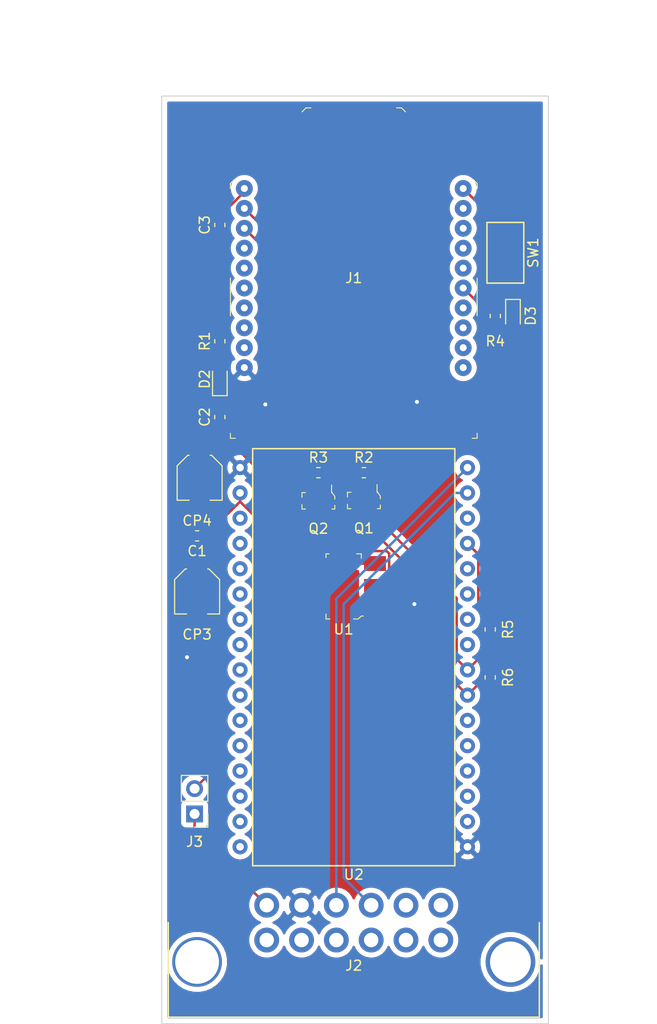
<source format=kicad_pcb>
(kicad_pcb (version 20171130) (host pcbnew "(5.1.4)-1")

  (general
    (thickness 1.6)
    (drawings 4)
    (tracks 99)
    (zones 0)
    (modules 21)
    (nets 62)
  )

  (page A4)
  (layers
    (0 F.Cu signal)
    (31 B.Cu signal)
    (32 B.Adhes user)
    (33 F.Adhes user)
    (34 B.Paste user)
    (35 F.Paste user)
    (36 B.SilkS user)
    (37 F.SilkS user)
    (38 B.Mask user)
    (39 F.Mask user)
    (40 Dwgs.User user)
    (41 Cmts.User user)
    (42 Eco1.User user)
    (43 Eco2.User user)
    (44 Edge.Cuts user)
    (45 Margin user)
    (46 B.CrtYd user)
    (47 F.CrtYd user)
    (48 B.Fab user)
    (49 F.Fab user hide)
  )

  (setup
    (last_trace_width 0.25)
    (trace_clearance 0.2)
    (zone_clearance 0.508)
    (zone_45_only no)
    (trace_min 0.2)
    (via_size 0.8)
    (via_drill 0.4)
    (via_min_size 0.4)
    (via_min_drill 0.3)
    (uvia_size 0.3)
    (uvia_drill 0.1)
    (uvias_allowed no)
    (uvia_min_size 0.2)
    (uvia_min_drill 0.1)
    (edge_width 0.05)
    (segment_width 0.2)
    (pcb_text_width 0.3)
    (pcb_text_size 1.5 1.5)
    (mod_edge_width 0.12)
    (mod_text_size 1 1)
    (mod_text_width 0.15)
    (pad_size 3.8 2.2)
    (pad_drill 0)
    (pad_to_mask_clearance 0.051)
    (solder_mask_min_width 0.25)
    (aux_axis_origin 0 0)
    (visible_elements 7FFFFFFF)
    (pcbplotparams
      (layerselection 0x010fc_ffffffff)
      (usegerberextensions false)
      (usegerberattributes false)
      (usegerberadvancedattributes false)
      (creategerberjobfile false)
      (excludeedgelayer true)
      (linewidth 0.100000)
      (plotframeref false)
      (viasonmask false)
      (mode 1)
      (useauxorigin false)
      (hpglpennumber 1)
      (hpglpenspeed 20)
      (hpglpendiameter 15.000000)
      (psnegative false)
      (psa4output false)
      (plotreference true)
      (plotvalue true)
      (plotinvisibletext false)
      (padsonsilk false)
      (subtractmaskfromsilk false)
      (outputformat 1)
      (mirror false)
      (drillshape 1)
      (scaleselection 1)
      (outputdirectory ""))
  )

  (net 0 "")
  (net 1 Vcc3.3V)
  (net 2 +12V)
  (net 3 "Net-(D2-Pad2)")
  (net 4 "Net-(D3-Pad2)")
  (net 5 DOUT)
  (net 6 OUT)
  (net 7 DIN)
  (net 8 IN)
  (net 9 Associate\DIO5\AD5)
  (net 10 AD0\DIO0\CommissioningPushbutton)
  (net 11 "Net-(U2-Pad3)")
  (net 12 "Net-(U2-Pad4)")
  (net 13 "Net-(U2-Pad5)")
  (net 14 "Net-(U2-Pad6)")
  (net 15 "Net-(U2-Pad7)")
  (net 16 "Net-(U2-Pad8)")
  (net 17 "Net-(U2-Pad9)")
  (net 18 "Net-(U2-Pad10)")
  (net 19 "Net-(U2-Pad11)")
  (net 20 "Net-(U2-Pad12)")
  (net 21 "Net-(U2-Pad13)")
  (net 22 "Net-(U2-Pad14)")
  (net 23 "Net-(U2-Pad15)")
  (net 24 "Net-(U2-Pad16)")
  (net 25 "Net-(J2-Pad3)")
  (net 26 "Net-(J2-Pad4)")
  (net 27 "Net-(U2-Pad19)")
  (net 28 "Net-(U2-Pad21)")
  (net 29 "Net-(U2-Pad22)")
  (net 30 "Net-(U2-Pad23)")
  (net 31 "Net-(U2-Pad24)")
  (net 32 "Net-(U2-Pad27)")
  (net 33 "Net-(U2-Pad28)")
  (net 34 "Net-(U2-Pad29)")
  (net 35 "Net-(U2-Pad30)")
  (net 36 "Net-(U2-Pad31)")
  (net 37 "Net-(J1-Pad19)")
  (net 38 "Net-(J1-Pad18)")
  (net 39 "Net-(J1-Pad17)")
  (net 40 "Net-(J1-Pad16)")
  (net 41 "Net-(J1-Pad14)")
  (net 42 "Net-(J1-Pad13)")
  (net 43 "Net-(J1-Pad12)")
  (net 44 "Net-(J1-Pad11)")
  (net 45 "Net-(J1-Pad9)")
  (net 46 "Net-(J1-Pad8)")
  (net 47 "Net-(J1-Pad7)")
  (net 48 "Net-(J1-Pad6)")
  (net 49 "Net-(J1-Pad5)")
  (net 50 "Net-(J1-Pad4)")
  (net 51 "Net-(J2-Pad9)")
  (net 52 "Net-(J2-Pad8)")
  (net 53 "Net-(J2-Pad7)")
  (net 54 "Net-(J2-Pad5)")
  (net 55 "Net-(J2-Pad6)")
  (net 56 "Net-(J2-Pad12)")
  (net 57 "Net-(J2-Pad11)")
  (net 58 "Net-(J2-Pad10)")
  (net 59 GND)
  (net 60 "Net-(J2-Pad1)")
  (net 61 Vcc5V)

  (net_class Default "This is the default net class."
    (clearance 0.2)
    (trace_width 0.25)
    (via_dia 0.8)
    (via_drill 0.4)
    (uvia_dia 0.3)
    (uvia_drill 0.1)
    (add_net +12V)
    (add_net AD0\DIO0\CommissioningPushbutton)
    (add_net Associate\DIO5\AD5)
    (add_net DIN)
    (add_net DOUT)
    (add_net GND)
    (add_net IN)
    (add_net "Net-(D2-Pad2)")
    (add_net "Net-(D3-Pad2)")
    (add_net "Net-(J1-Pad11)")
    (add_net "Net-(J1-Pad12)")
    (add_net "Net-(J1-Pad13)")
    (add_net "Net-(J1-Pad14)")
    (add_net "Net-(J1-Pad16)")
    (add_net "Net-(J1-Pad17)")
    (add_net "Net-(J1-Pad18)")
    (add_net "Net-(J1-Pad19)")
    (add_net "Net-(J1-Pad4)")
    (add_net "Net-(J1-Pad5)")
    (add_net "Net-(J1-Pad6)")
    (add_net "Net-(J1-Pad7)")
    (add_net "Net-(J1-Pad8)")
    (add_net "Net-(J1-Pad9)")
    (add_net "Net-(J2-Pad1)")
    (add_net "Net-(J2-Pad10)")
    (add_net "Net-(J2-Pad11)")
    (add_net "Net-(J2-Pad12)")
    (add_net "Net-(J2-Pad3)")
    (add_net "Net-(J2-Pad4)")
    (add_net "Net-(J2-Pad5)")
    (add_net "Net-(J2-Pad6)")
    (add_net "Net-(J2-Pad7)")
    (add_net "Net-(J2-Pad8)")
    (add_net "Net-(J2-Pad9)")
    (add_net "Net-(U2-Pad10)")
    (add_net "Net-(U2-Pad11)")
    (add_net "Net-(U2-Pad12)")
    (add_net "Net-(U2-Pad13)")
    (add_net "Net-(U2-Pad14)")
    (add_net "Net-(U2-Pad15)")
    (add_net "Net-(U2-Pad16)")
    (add_net "Net-(U2-Pad19)")
    (add_net "Net-(U2-Pad21)")
    (add_net "Net-(U2-Pad22)")
    (add_net "Net-(U2-Pad23)")
    (add_net "Net-(U2-Pad24)")
    (add_net "Net-(U2-Pad27)")
    (add_net "Net-(U2-Pad28)")
    (add_net "Net-(U2-Pad29)")
    (add_net "Net-(U2-Pad3)")
    (add_net "Net-(U2-Pad30)")
    (add_net "Net-(U2-Pad31)")
    (add_net "Net-(U2-Pad4)")
    (add_net "Net-(U2-Pad5)")
    (add_net "Net-(U2-Pad6)")
    (add_net "Net-(U2-Pad7)")
    (add_net "Net-(U2-Pad8)")
    (add_net "Net-(U2-Pad9)")
    (add_net OUT)
    (add_net Vcc3.3V)
    (add_net Vcc5V)
  )

  (module Lukas_Library:Breadboard_Center_32pin (layer F.Cu) (tedit 5DB35942) (tstamp 5DD51534)
    (at 109.22 59.69)
    (path /5DD490B1)
    (fp_text reference U2 (at 11.43 40.894 180) (layer F.SilkS)
      (effects (font (size 1 1) (thickness 0.15)))
    )
    (fp_text value ControllerBoardV1 (at 0 -0.5) (layer F.Fab)
      (effects (font (size 1 1) (thickness 0.15)))
    )
    (fp_line (start 1.27 -1.905) (end 1.27 40.005) (layer F.SilkS) (width 0.15))
    (fp_line (start 21.59 -1.905) (end 21.59 40.005) (layer F.SilkS) (width 0.15))
    (fp_line (start 1.27 0) (end 1.27 -0.635) (layer F.SilkS) (width 0.15))
    (fp_line (start 1.27 -1.905) (end 21.59 -1.905) (layer F.SilkS) (width 0.15))
    (fp_line (start 21.59 40.005) (end 1.27 40.005) (layer F.SilkS) (width 0.15))
    (pad 1 thru_hole circle (at 0 0) (size 1.524 1.524) (drill 0.762) (layers *.Cu *.Mask)
      (net 59 GND))
    (pad 2 thru_hole circle (at 0 2.54) (size 1.524 1.524) (drill 0.762) (layers *.Cu *.Mask)
      (net 2 +12V))
    (pad 3 thru_hole circle (at 0 5.08) (size 1.524 1.524) (drill 0.762) (layers *.Cu *.Mask)
      (net 11 "Net-(U2-Pad3)"))
    (pad 4 thru_hole circle (at 0 7.62) (size 1.524 1.524) (drill 0.762) (layers *.Cu *.Mask)
      (net 12 "Net-(U2-Pad4)"))
    (pad 5 thru_hole circle (at 0 10.16) (size 1.524 1.524) (drill 0.762) (layers *.Cu *.Mask)
      (net 13 "Net-(U2-Pad5)"))
    (pad 6 thru_hole circle (at 0 12.7) (size 1.524 1.524) (drill 0.762) (layers *.Cu *.Mask)
      (net 14 "Net-(U2-Pad6)"))
    (pad 7 thru_hole circle (at 0 15.24) (size 1.524 1.524) (drill 0.762) (layers *.Cu *.Mask)
      (net 15 "Net-(U2-Pad7)"))
    (pad 8 thru_hole circle (at 0 17.78) (size 1.524 1.524) (drill 0.762) (layers *.Cu *.Mask)
      (net 16 "Net-(U2-Pad8)"))
    (pad 9 thru_hole circle (at 0 20.32) (size 1.524 1.524) (drill 0.762) (layers *.Cu *.Mask)
      (net 17 "Net-(U2-Pad9)"))
    (pad 10 thru_hole circle (at 0 22.86) (size 1.524 1.524) (drill 0.762) (layers *.Cu *.Mask)
      (net 18 "Net-(U2-Pad10)"))
    (pad 11 thru_hole circle (at 0 25.4) (size 1.524 1.524) (drill 0.762) (layers *.Cu *.Mask)
      (net 19 "Net-(U2-Pad11)"))
    (pad 12 thru_hole circle (at 0 27.94) (size 1.524 1.524) (drill 0.762) (layers *.Cu *.Mask)
      (net 20 "Net-(U2-Pad12)"))
    (pad 13 thru_hole circle (at 0 30.48) (size 1.524 1.524) (drill 0.762) (layers *.Cu *.Mask)
      (net 21 "Net-(U2-Pad13)"))
    (pad 14 thru_hole circle (at 0 33.02) (size 1.524 1.524) (drill 0.762) (layers *.Cu *.Mask)
      (net 22 "Net-(U2-Pad14)"))
    (pad 15 thru_hole circle (at 0 35.56) (size 1.524 1.524) (drill 0.762) (layers *.Cu *.Mask)
      (net 23 "Net-(U2-Pad15)"))
    (pad 16 thru_hole circle (at 0 38.1) (size 1.524 1.524) (drill 0.762) (layers *.Cu *.Mask)
      (net 24 "Net-(U2-Pad16)"))
    (pad 17 thru_hole circle (at 22.86 0) (size 1.524 1.524) (drill 0.762) (layers *.Cu *.Mask)
      (net 25 "Net-(J2-Pad3)"))
    (pad 18 thru_hole circle (at 22.86 2.54) (size 1.524 1.524) (drill 0.762) (layers *.Cu *.Mask)
      (net 26 "Net-(J2-Pad4)"))
    (pad 19 thru_hole circle (at 22.86 5.08) (size 1.524 1.524) (drill 0.762) (layers *.Cu *.Mask)
      (net 27 "Net-(U2-Pad19)"))
    (pad 20 thru_hole circle (at 22.86 7.62) (size 1.524 1.524) (drill 0.762) (layers *.Cu *.Mask)
      (net 61 Vcc5V))
    (pad 21 thru_hole circle (at 22.86 10.16) (size 1.524 1.524) (drill 0.762) (layers *.Cu *.Mask)
      (net 28 "Net-(U2-Pad21)"))
    (pad 22 thru_hole circle (at 22.86 12.7) (size 1.524 1.524) (drill 0.762) (layers *.Cu *.Mask)
      (net 29 "Net-(U2-Pad22)"))
    (pad 23 thru_hole circle (at 22.86 15.24) (size 1.524 1.524) (drill 0.762) (layers *.Cu *.Mask)
      (net 30 "Net-(U2-Pad23)"))
    (pad 24 thru_hole circle (at 22.86 17.78) (size 1.524 1.524) (drill 0.762) (layers *.Cu *.Mask)
      (net 31 "Net-(U2-Pad24)"))
    (pad 25 thru_hole circle (at 22.86 20.32) (size 1.524 1.524) (drill 0.762) (layers *.Cu *.Mask)
      (net 6 OUT))
    (pad 26 thru_hole circle (at 22.86 22.86) (size 1.524 1.524) (drill 0.762) (layers *.Cu *.Mask)
      (net 8 IN))
    (pad 27 thru_hole circle (at 22.86 25.4) (size 1.524 1.524) (drill 0.762) (layers *.Cu *.Mask)
      (net 32 "Net-(U2-Pad27)"))
    (pad 28 thru_hole circle (at 22.86 27.94) (size 1.524 1.524) (drill 0.762) (layers *.Cu *.Mask)
      (net 33 "Net-(U2-Pad28)"))
    (pad 29 thru_hole circle (at 22.86 30.48) (size 1.524 1.524) (drill 0.762) (layers *.Cu *.Mask)
      (net 34 "Net-(U2-Pad29)"))
    (pad 30 thru_hole circle (at 22.86 33.02) (size 1.524 1.524) (drill 0.762) (layers *.Cu *.Mask)
      (net 35 "Net-(U2-Pad30)"))
    (pad 31 thru_hole circle (at 22.86 35.56) (size 1.524 1.524) (drill 0.762) (layers *.Cu *.Mask)
      (net 36 "Net-(U2-Pad31)"))
    (pad 32 thru_hole circle (at 22.86 38.1) (size 1.524 1.524) (drill 0.762) (layers *.Cu *.Mask)
      (net 59 GND))
  )

  (module Resistor_SMD:R_0603_1608Metric_Pad1.05x0.95mm_HandSolder (layer F.Cu) (tedit 5B301BBD) (tstamp 5DD600B1)
    (at 134.366 80.772 270)
    (descr "Resistor SMD 0603 (1608 Metric), square (rectangular) end terminal, IPC_7351 nominal with elongated pad for handsoldering. (Body size source: http://www.tortai-tech.com/upload/download/2011102023233369053.pdf), generated with kicad-footprint-generator")
    (tags "resistor handsolder")
    (path /5DD5B2F8)
    (attr smd)
    (fp_text reference R6 (at 0 -1.778 90) (layer F.SilkS)
      (effects (font (size 1 1) (thickness 0.15)))
    )
    (fp_text value 10k (at 0 1.43 90) (layer F.Fab)
      (effects (font (size 1 1) (thickness 0.15)))
    )
    (fp_text user %R (at 0 0 90) (layer F.Fab)
      (effects (font (size 0.4 0.4) (thickness 0.06)))
    )
    (fp_line (start 1.65 0.73) (end -1.65 0.73) (layer F.CrtYd) (width 0.05))
    (fp_line (start 1.65 -0.73) (end 1.65 0.73) (layer F.CrtYd) (width 0.05))
    (fp_line (start -1.65 -0.73) (end 1.65 -0.73) (layer F.CrtYd) (width 0.05))
    (fp_line (start -1.65 0.73) (end -1.65 -0.73) (layer F.CrtYd) (width 0.05))
    (fp_line (start -0.171267 0.51) (end 0.171267 0.51) (layer F.SilkS) (width 0.12))
    (fp_line (start -0.171267 -0.51) (end 0.171267 -0.51) (layer F.SilkS) (width 0.12))
    (fp_line (start 0.8 0.4) (end -0.8 0.4) (layer F.Fab) (width 0.1))
    (fp_line (start 0.8 -0.4) (end 0.8 0.4) (layer F.Fab) (width 0.1))
    (fp_line (start -0.8 -0.4) (end 0.8 -0.4) (layer F.Fab) (width 0.1))
    (fp_line (start -0.8 0.4) (end -0.8 -0.4) (layer F.Fab) (width 0.1))
    (pad 2 smd roundrect (at 0.875 0 270) (size 1.05 0.95) (layers F.Cu F.Paste F.Mask) (roundrect_rratio 0.25)
      (net 8 IN))
    (pad 1 smd roundrect (at -0.875 0 270) (size 1.05 0.95) (layers F.Cu F.Paste F.Mask) (roundrect_rratio 0.25)
      (net 61 Vcc5V))
    (model ${KISYS3DMOD}/Resistor_SMD.3dshapes/R_0603_1608Metric.wrl
      (at (xyz 0 0 0))
      (scale (xyz 1 1 1))
      (rotate (xyz 0 0 0))
    )
  )

  (module digikey-footprints:SOT-223 (layer F.Cu) (tedit 5DD5A7D3) (tstamp 5DD5150B)
    (at 119.634 71.628 90)
    (path /5DD4C875)
    (attr smd)
    (fp_text reference U1 (at -4.318 0 180) (layer F.SilkS)
      (effects (font (size 1 1) (thickness 0.15)))
    )
    (fp_text value LD1117V33 (at 0.15 5.65 90) (layer F.Fab)
      (effects (font (size 1 1) (thickness 0.15)))
    )
    (fp_line (start 3.15 -1.65) (end 3.15 1.65) (layer F.Fab) (width 0.1))
    (fp_line (start -3.15 -1.65) (end 3.15 -1.65) (layer F.Fab) (width 0.1))
    (fp_text user %R (at -0.05 0.025 90) (layer F.Fab)
      (effects (font (size 1 1) (thickness 0.15)))
    )
    (fp_line (start 3.275 -1.775) (end 3.275 -1.475) (layer F.SilkS) (width 0.1))
    (fp_line (start 2.9 -1.775) (end 3.275 -1.775) (layer F.SilkS) (width 0.1))
    (fp_line (start -3.275 -1.775) (end -3.275 -1.375) (layer F.SilkS) (width 0.1))
    (fp_line (start -2.775 -1.775) (end -3.275 -1.775) (layer F.SilkS) (width 0.1))
    (fp_line (start 3.275 1.775) (end 2.825 1.775) (layer F.SilkS) (width 0.1))
    (fp_line (start 3.275 1.3) (end 3.275 1.775) (layer F.SilkS) (width 0.1))
    (fp_line (start -3.15 1.35) (end -2.875 1.65) (layer F.Fab) (width 0.1))
    (fp_line (start 3.15 1.65) (end -2.875 1.65) (layer F.Fab) (width 0.1))
    (fp_line (start -3.15 1.35) (end -3.15 -1.65) (layer F.Fab) (width 0.1))
    (fp_line (start 3.45 -4.45) (end 3.45 4.45) (layer F.CrtYd) (width 0.05))
    (fp_line (start 3.45 -4.45) (end -3.45 -4.45) (layer F.CrtYd) (width 0.05))
    (fp_line (start -3.45 -4.45) (end -3.45 4.45) (layer F.CrtYd) (width 0.05))
    (fp_line (start -3.45 4.45) (end 3.45 4.45) (layer F.CrtYd) (width 0.05))
    (fp_line (start -2.975 1.775) (end -2.975 1.97) (layer F.SilkS) (width 0.1))
    (fp_line (start -3.275 1.45) (end -2.975 1.775) (layer F.SilkS) (width 0.1))
    (fp_line (start -3.275 0.975) (end -3.275 1.45) (layer F.SilkS) (width 0.1))
    (pad 4 smd rect (at 0 -3.15 90) (size 3.8 2.2) (layers F.Cu F.Paste F.Mask))
    (pad 1 smd rect (at -2.3 3.15 90) (size 1.5 2.2) (layers F.Cu F.Paste F.Mask)
      (net 59 GND))
    (pad 2 smd rect (at 0 3.15 90) (size 1.5 2.2) (layers F.Cu F.Paste F.Mask)
      (net 1 Vcc3.3V))
    (pad 3 smd rect (at 2.3 3.15 90) (size 1.5 2.2) (layers F.Cu F.Paste F.Mask)
      (net 2 +12V))
  )

  (module Resistor_SMD:R_0603_1608Metric_Pad1.05x0.95mm_HandSolder (layer F.Cu) (tedit 5B301BBD) (tstamp 5DD5B4D2)
    (at 134.366 75.946 270)
    (descr "Resistor SMD 0603 (1608 Metric), square (rectangular) end terminal, IPC_7351 nominal with elongated pad for handsoldering. (Body size source: http://www.tortai-tech.com/upload/download/2011102023233369053.pdf), generated with kicad-footprint-generator")
    (tags "resistor handsolder")
    (path /5DD5AC3A)
    (attr smd)
    (fp_text reference R5 (at 0 -1.778 90) (layer F.SilkS)
      (effects (font (size 1 1) (thickness 0.15)))
    )
    (fp_text value 10k (at 0 1.43 90) (layer F.Fab)
      (effects (font (size 1 1) (thickness 0.15)))
    )
    (fp_text user %R (at 0 0 90) (layer F.Fab)
      (effects (font (size 0.4 0.4) (thickness 0.06)))
    )
    (fp_line (start 1.65 0.73) (end -1.65 0.73) (layer F.CrtYd) (width 0.05))
    (fp_line (start 1.65 -0.73) (end 1.65 0.73) (layer F.CrtYd) (width 0.05))
    (fp_line (start -1.65 -0.73) (end 1.65 -0.73) (layer F.CrtYd) (width 0.05))
    (fp_line (start -1.65 0.73) (end -1.65 -0.73) (layer F.CrtYd) (width 0.05))
    (fp_line (start -0.171267 0.51) (end 0.171267 0.51) (layer F.SilkS) (width 0.12))
    (fp_line (start -0.171267 -0.51) (end 0.171267 -0.51) (layer F.SilkS) (width 0.12))
    (fp_line (start 0.8 0.4) (end -0.8 0.4) (layer F.Fab) (width 0.1))
    (fp_line (start 0.8 -0.4) (end 0.8 0.4) (layer F.Fab) (width 0.1))
    (fp_line (start -0.8 -0.4) (end 0.8 -0.4) (layer F.Fab) (width 0.1))
    (fp_line (start -0.8 0.4) (end -0.8 -0.4) (layer F.Fab) (width 0.1))
    (pad 2 smd roundrect (at 0.875 0 270) (size 1.05 0.95) (layers F.Cu F.Paste F.Mask) (roundrect_rratio 0.25)
      (net 6 OUT))
    (pad 1 smd roundrect (at -0.875 0 270) (size 1.05 0.95) (layers F.Cu F.Paste F.Mask) (roundrect_rratio 0.25)
      (net 61 Vcc5V))
    (model ${KISYS3DMOD}/Resistor_SMD.3dshapes/R_0603_1608Metric.wrl
      (at (xyz 0 0 0))
      (scale (xyz 1 1 1))
      (rotate (xyz 0 0 0))
    )
  )

  (module digikey-footprints:SOT-23-3 (layer F.Cu) (tedit 5D28A5E3) (tstamp 5DD514A3)
    (at 117.094 63.026 270)
    (path /5DD5EA57)
    (attr smd)
    (fp_text reference Q2 (at 2.794 0 180) (layer F.SilkS)
      (effects (font (size 1 1) (thickness 0.15)))
    )
    (fp_text value BSS138 (at 0.025 3.25 90) (layer F.Fab)
      (effects (font (size 1 1) (thickness 0.15)))
    )
    (fp_line (start 0.7 1.52) (end 0.7 -1.52) (layer F.Fab) (width 0.1))
    (fp_line (start -0.7 1.52) (end 0.7 1.52) (layer F.Fab) (width 0.1))
    (fp_text user %R (at -0.125 0.15 90) (layer F.Fab)
      (effects (font (size 0.25 0.25) (thickness 0.05)))
    )
    (fp_line (start 0.825 -1.65) (end 0.825 -1.35) (layer F.SilkS) (width 0.1))
    (fp_line (start 0.45 -1.65) (end 0.825 -1.65) (layer F.SilkS) (width 0.1))
    (fp_line (start 0.825 1.65) (end 0.375 1.65) (layer F.SilkS) (width 0.1))
    (fp_line (start 0.825 1.35) (end 0.825 1.65) (layer F.SilkS) (width 0.1))
    (fp_line (start 0.825 1.425) (end 0.825 1.3) (layer F.SilkS) (width 0.1))
    (fp_line (start -0.825 1.65) (end -0.825 1.3) (layer F.SilkS) (width 0.1))
    (fp_line (start -0.35 1.65) (end -0.825 1.65) (layer F.SilkS) (width 0.1))
    (fp_line (start -0.425 -1.525) (end -0.7 -1.325) (layer F.Fab) (width 0.1))
    (fp_line (start -0.425 -1.525) (end 0.7 -1.525) (layer F.Fab) (width 0.1))
    (fp_line (start -0.7 -1.325) (end -0.7 1.525) (layer F.Fab) (width 0.1))
    (fp_line (start -0.825 -1.325) (end -1.6 -1.325) (layer F.SilkS) (width 0.1))
    (fp_line (start -0.825 -1.375) (end -0.825 -1.325) (layer F.SilkS) (width 0.1))
    (fp_line (start -0.45 -1.65) (end -0.825 -1.375) (layer F.SilkS) (width 0.1))
    (fp_line (start -0.175 -1.65) (end -0.45 -1.65) (layer F.SilkS) (width 0.1))
    (fp_line (start 1.825 -1.95) (end 1.825 1.95) (layer F.CrtYd) (width 0.05))
    (fp_line (start 1.825 1.95) (end -1.825 1.95) (layer F.CrtYd) (width 0.05))
    (fp_line (start -1.825 -1.95) (end -1.825 1.95) (layer F.CrtYd) (width 0.05))
    (fp_line (start -1.825 -1.95) (end 1.825 -1.95) (layer F.CrtYd) (width 0.05))
    (pad 1 smd rect (at -1.05 -0.95 270) (size 1.3 0.6) (layers F.Cu F.Paste F.Mask)
      (net 1 Vcc3.3V) (solder_mask_margin 0.07))
    (pad 2 smd rect (at -1.05 0.95 270) (size 1.3 0.6) (layers F.Cu F.Paste F.Mask)
      (net 7 DIN) (solder_mask_margin 0.07))
    (pad 3 smd rect (at 1.05 0 270) (size 1.3 0.6) (layers F.Cu F.Paste F.Mask)
      (net 8 IN) (solder_mask_margin 0.07))
  )

  (module digikey-footprints:SOT-23-3 (layer F.Cu) (tedit 5D28A5E3) (tstamp 5DD5148F)
    (at 121.666 62.992 270)
    (path /5DD5C04F)
    (attr smd)
    (fp_text reference Q1 (at 2.794 0 180) (layer F.SilkS)
      (effects (font (size 1 1) (thickness 0.15)))
    )
    (fp_text value BSS138 (at 0.025 3.25 90) (layer F.Fab)
      (effects (font (size 1 1) (thickness 0.15)))
    )
    (fp_line (start 0.7 1.52) (end 0.7 -1.52) (layer F.Fab) (width 0.1))
    (fp_line (start -0.7 1.52) (end 0.7 1.52) (layer F.Fab) (width 0.1))
    (fp_text user %R (at -0.125 0.15 90) (layer F.Fab)
      (effects (font (size 0.25 0.25) (thickness 0.05)))
    )
    (fp_line (start 0.825 -1.65) (end 0.825 -1.35) (layer F.SilkS) (width 0.1))
    (fp_line (start 0.45 -1.65) (end 0.825 -1.65) (layer F.SilkS) (width 0.1))
    (fp_line (start 0.825 1.65) (end 0.375 1.65) (layer F.SilkS) (width 0.1))
    (fp_line (start 0.825 1.35) (end 0.825 1.65) (layer F.SilkS) (width 0.1))
    (fp_line (start 0.825 1.425) (end 0.825 1.3) (layer F.SilkS) (width 0.1))
    (fp_line (start -0.825 1.65) (end -0.825 1.3) (layer F.SilkS) (width 0.1))
    (fp_line (start -0.35 1.65) (end -0.825 1.65) (layer F.SilkS) (width 0.1))
    (fp_line (start -0.425 -1.525) (end -0.7 -1.325) (layer F.Fab) (width 0.1))
    (fp_line (start -0.425 -1.525) (end 0.7 -1.525) (layer F.Fab) (width 0.1))
    (fp_line (start -0.7 -1.325) (end -0.7 1.525) (layer F.Fab) (width 0.1))
    (fp_line (start -0.825 -1.325) (end -1.6 -1.325) (layer F.SilkS) (width 0.1))
    (fp_line (start -0.825 -1.375) (end -0.825 -1.325) (layer F.SilkS) (width 0.1))
    (fp_line (start -0.45 -1.65) (end -0.825 -1.375) (layer F.SilkS) (width 0.1))
    (fp_line (start -0.175 -1.65) (end -0.45 -1.65) (layer F.SilkS) (width 0.1))
    (fp_line (start 1.825 -1.95) (end 1.825 1.95) (layer F.CrtYd) (width 0.05))
    (fp_line (start 1.825 1.95) (end -1.825 1.95) (layer F.CrtYd) (width 0.05))
    (fp_line (start -1.825 -1.95) (end -1.825 1.95) (layer F.CrtYd) (width 0.05))
    (fp_line (start -1.825 -1.95) (end 1.825 -1.95) (layer F.CrtYd) (width 0.05))
    (pad 1 smd rect (at -1.05 -0.95 270) (size 1.3 0.6) (layers F.Cu F.Paste F.Mask)
      (net 1 Vcc3.3V) (solder_mask_margin 0.07))
    (pad 2 smd rect (at -1.05 0.95 270) (size 1.3 0.6) (layers F.Cu F.Paste F.Mask)
      (net 5 DOUT) (solder_mask_margin 0.07))
    (pad 3 smd rect (at 1.05 0 270) (size 1.3 0.6) (layers F.Cu F.Paste F.Mask)
      (net 6 OUT) (solder_mask_margin 0.07))
  )

  (module Connector_PinHeader_2.54mm:PinHeader_1x02_P2.54mm_Vertical (layer F.Cu) (tedit 59FED5CC) (tstamp 5DD5B42B)
    (at 104.648 94.488 180)
    (descr "Through hole straight pin header, 1x02, 2.54mm pitch, single row")
    (tags "Through hole pin header THT 1x02 2.54mm single row")
    (path /5DD63DBB)
    (fp_text reference J3 (at 0 -2.794) (layer F.SilkS)
      (effects (font (size 1 1) (thickness 0.15)))
    )
    (fp_text value Conn_01x02_Male (at 0 4.87) (layer F.Fab)
      (effects (font (size 1 1) (thickness 0.15)))
    )
    (fp_text user %R (at 0 1.27 90) (layer F.Fab)
      (effects (font (size 1 1) (thickness 0.15)))
    )
    (fp_line (start 1.8 -1.8) (end -1.8 -1.8) (layer F.CrtYd) (width 0.05))
    (fp_line (start 1.8 4.35) (end 1.8 -1.8) (layer F.CrtYd) (width 0.05))
    (fp_line (start -1.8 4.35) (end 1.8 4.35) (layer F.CrtYd) (width 0.05))
    (fp_line (start -1.8 -1.8) (end -1.8 4.35) (layer F.CrtYd) (width 0.05))
    (fp_line (start -1.33 -1.33) (end 0 -1.33) (layer F.SilkS) (width 0.12))
    (fp_line (start -1.33 0) (end -1.33 -1.33) (layer F.SilkS) (width 0.12))
    (fp_line (start -1.33 1.27) (end 1.33 1.27) (layer F.SilkS) (width 0.12))
    (fp_line (start 1.33 1.27) (end 1.33 3.87) (layer F.SilkS) (width 0.12))
    (fp_line (start -1.33 1.27) (end -1.33 3.87) (layer F.SilkS) (width 0.12))
    (fp_line (start -1.33 3.87) (end 1.33 3.87) (layer F.SilkS) (width 0.12))
    (fp_line (start -1.27 -0.635) (end -0.635 -1.27) (layer F.Fab) (width 0.1))
    (fp_line (start -1.27 3.81) (end -1.27 -0.635) (layer F.Fab) (width 0.1))
    (fp_line (start 1.27 3.81) (end -1.27 3.81) (layer F.Fab) (width 0.1))
    (fp_line (start 1.27 -1.27) (end 1.27 3.81) (layer F.Fab) (width 0.1))
    (fp_line (start -0.635 -1.27) (end 1.27 -1.27) (layer F.Fab) (width 0.1))
    (pad 2 thru_hole oval (at 0 2.54 180) (size 1.7 1.7) (drill 1) (layers *.Cu *.Mask)
      (net 2 +12V))
    (pad 1 thru_hole rect (at 0 0 180) (size 1.7 1.7) (drill 1) (layers *.Cu *.Mask)
      (net 60 "Net-(J2-Pad1)"))
    (model ${KISYS3DMOD}/Connector_PinHeader_2.54mm.3dshapes/PinHeader_1x02_P2.54mm_Vertical.wrl
      (at (xyz 0 0 0))
      (scale (xyz 1 1 1))
      (rotate (xyz 0 0 0))
    )
  )

  (module Lukas_Library:MX120G (layer F.Cu) (tedit 5D8EF933) (tstamp 5DD5147B)
    (at 120.65 105.41 180)
    (path /5DD554F8)
    (fp_text reference J2 (at 0 -4.318) (layer F.SilkS)
      (effects (font (size 1 1) (thickness 0.15)))
    )
    (fp_text value Conn_02x06_Counter_Clockwise (at 0 -0.5) (layer F.Fab)
      (effects (font (size 1 1) (thickness 0.15)))
    )
    (fp_line (start -18.65 -9.5) (end 18.65 -9.5) (layer F.SilkS) (width 0.15))
    (fp_line (start 18.65 0) (end 18.65 -9.5) (layer F.SilkS) (width 0.15))
    (fp_line (start -18.65 0) (end -18.65 -9.5) (layer F.SilkS) (width 0.15))
    (pad 13 thru_hole circle (at 15.75 -3.95 180) (size 5 5) (drill 4.4) (layers *.Cu *.Mask))
    (pad 13 thru_hole circle (at -15.75 -3.95 180) (size 5 5) (drill 4.1) (layers *.Cu *.Mask))
    (pad 1 thru_hole circle (at 8.75 1.75 180) (size 2.5 2.5) (drill 1.45) (layers *.Cu *.Mask)
      (net 60 "Net-(J2-Pad1)"))
    (pad 2 thru_hole circle (at 5.25 1.75 180) (size 2.5 2.5) (drill 1.45) (layers *.Cu *.Mask)
      (net 59 GND))
    (pad 3 thru_hole circle (at 1.75 1.75 180) (size 2.5 2.5) (drill 1.45) (layers *.Cu *.Mask)
      (net 25 "Net-(J2-Pad3)"))
    (pad 9 thru_hole circle (at 1.75 -1.75 180) (size 2.5 2.5) (drill 1.45) (layers *.Cu *.Mask)
      (net 51 "Net-(J2-Pad9)"))
    (pad 8 thru_hole circle (at 5.25 -1.75 180) (size 2.5 2.5) (drill 1.45) (layers *.Cu *.Mask)
      (net 52 "Net-(J2-Pad8)"))
    (pad 7 thru_hole circle (at 8.75 -1.75 180) (size 2.5 2.5) (drill 1.45) (layers *.Cu *.Mask)
      (net 53 "Net-(J2-Pad7)"))
    (pad 4 thru_hole circle (at -1.75 1.75 180) (size 2.5 2.5) (drill 1.45) (layers *.Cu *.Mask)
      (net 26 "Net-(J2-Pad4)"))
    (pad 5 thru_hole circle (at -5.25 1.75 180) (size 2.5 2.5) (drill 1.45) (layers *.Cu *.Mask)
      (net 54 "Net-(J2-Pad5)"))
    (pad 6 thru_hole circle (at -8.75 1.75 180) (size 2.5 2.5) (drill 1.45) (layers *.Cu *.Mask)
      (net 55 "Net-(J2-Pad6)"))
    (pad 12 thru_hole circle (at -8.75 -1.75 180) (size 2.5 2.5) (drill 1.45) (layers *.Cu *.Mask)
      (net 56 "Net-(J2-Pad12)"))
    (pad 11 thru_hole circle (at -5.25 -1.75 180) (size 2.5 2.5) (drill 1.45) (layers *.Cu *.Mask)
      (net 57 "Net-(J2-Pad11)"))
    (pad 10 thru_hole circle (at -1.75 -1.75 180) (size 2.5 2.5) (drill 1.45) (layers *.Cu *.Mask)
      (net 58 "Net-(J2-Pad10)"))
    (model /Users/lukasvozenilek/Downloads/367831201.stp
      (offset (xyz 1.5 60 14.9))
      (scale (xyz 1 1 1))
      (rotate (xyz 0 180 0))
    )
  )

  (module digikey-footprints:XBEE_PRO-20_THT (layer F.Cu) (tedit 59947AD9) (tstamp 5DD51468)
    (at 120.65 40.64)
    (path /5DD4D084)
    (fp_text reference J1 (at 0 0) (layer F.SilkS)
      (effects (font (size 1 1) (thickness 0.15)))
    )
    (fp_text value Conn_02x10_Counter_Clockwise (at 0 17.56) (layer F.Fab)
      (effects (font (size 1 1) (thickness 0.15)))
    )
    (fp_line (start -12.25 -9.5) (end -12.25 16) (layer F.Fab) (width 0.1))
    (fp_line (start 12.25 -9.5) (end 12.25 16) (layer F.Fab) (width 0.1))
    (fp_line (start -12.25 16) (end 12.25 16) (layer F.Fab) (width 0.1))
    (fp_line (start -4.75 -17) (end 4.75 -17) (layer F.Fab) (width 0.1))
    (fp_line (start 4.75 -17) (end 12.25 -9.5) (layer F.Fab) (width 0.1))
    (fp_line (start -12.25 -9.5) (end -4.75 -17) (layer F.Fab) (width 0.1))
    (fp_line (start 12.4 16.1) (end 11.9 16.1) (layer F.SilkS) (width 0.1))
    (fp_line (start 12.4 16.1) (end 12.4 15.6) (layer F.SilkS) (width 0.1))
    (fp_line (start -12.4 16.1) (end -11.9 16.1) (layer F.SilkS) (width 0.1))
    (fp_line (start -12.4 16.1) (end -12.4 15.6) (layer F.SilkS) (width 0.1))
    (fp_line (start -12.4 -9.5) (end -12.4 -9) (layer F.SilkS) (width 0.1))
    (fp_line (start -12.4 -9.5) (end -12 -9.9) (layer F.SilkS) (width 0.1))
    (fp_line (start 12.4 -9.5) (end 12 -9.9) (layer F.SilkS) (width 0.1))
    (fp_line (start 12.4 -9.5) (end 12.4 -9) (layer F.SilkS) (width 0.1))
    (fp_line (start -4.8 -17.1) (end -5.2 -16.7) (layer F.SilkS) (width 0.1))
    (fp_line (start -4.8 -17.1) (end -4.3 -17.1) (layer F.SilkS) (width 0.1))
    (fp_line (start 4.8 -17.1) (end 4.3 -17.1) (layer F.SilkS) (width 0.1))
    (fp_line (start 4.8 -17.1) (end 5.2 -16.7) (layer F.SilkS) (width 0.1))
    (fp_line (start -12.4 0) (end -12.4 3.8) (layer F.SilkS) (width 0.1))
    (fp_line (start 12.4 0) (end 12.4 3.8) (layer F.SilkS) (width 0.1))
    (fp_line (start -12.5 -17.25) (end -12.5 16.25) (layer F.CrtYd) (width 0.05))
    (fp_line (start 12.5 -17.25) (end 12.5 16.25) (layer F.CrtYd) (width 0.05))
    (fp_line (start -12.5 16.25) (end 12.5 16.25) (layer F.CrtYd) (width 0.05))
    (fp_line (start -12.5 -17.25) (end 12.5 -17.25) (layer F.CrtYd) (width 0.05))
    (fp_text user %R (at 0 0) (layer F.Fab)
      (effects (font (size 1 1) (thickness 0.15)))
    )
    (pad 20 thru_hole circle (at 11 -9) (size 1.7 1.7) (drill 0.7) (layers *.Cu *.Mask)
      (net 10 AD0\DIO0\CommissioningPushbutton))
    (pad 19 thru_hole circle (at 11 -7) (size 1.7 1.7) (drill 0.7) (layers *.Cu *.Mask)
      (net 37 "Net-(J1-Pad19)"))
    (pad 18 thru_hole circle (at 11 -5) (size 1.7 1.7) (drill 0.7) (layers *.Cu *.Mask)
      (net 38 "Net-(J1-Pad18)"))
    (pad 17 thru_hole circle (at 11 -3) (size 1.7 1.7) (drill 0.7) (layers *.Cu *.Mask)
      (net 39 "Net-(J1-Pad17)"))
    (pad 16 thru_hole circle (at 11 -1) (size 1.7 1.7) (drill 0.7) (layers *.Cu *.Mask)
      (net 40 "Net-(J1-Pad16)"))
    (pad 15 thru_hole circle (at 11 1) (size 1.7 1.7) (drill 0.7) (layers *.Cu *.Mask)
      (net 9 Associate\DIO5\AD5))
    (pad 14 thru_hole circle (at 11 3) (size 1.7 1.7) (drill 0.7) (layers *.Cu *.Mask)
      (net 41 "Net-(J1-Pad14)"))
    (pad 13 thru_hole circle (at 11 5) (size 1.7 1.7) (drill 0.7) (layers *.Cu *.Mask)
      (net 42 "Net-(J1-Pad13)"))
    (pad 12 thru_hole circle (at 11 7) (size 1.7 1.7) (drill 0.7) (layers *.Cu *.Mask)
      (net 43 "Net-(J1-Pad12)"))
    (pad 11 thru_hole circle (at 11 9) (size 1.7 1.7) (drill 0.7) (layers *.Cu *.Mask)
      (net 44 "Net-(J1-Pad11)"))
    (pad 10 thru_hole circle (at -11 9) (size 1.7 1.7) (drill 0.7) (layers *.Cu *.Mask)
      (net 59 GND))
    (pad 9 thru_hole circle (at -11 7) (size 1.7 1.7) (drill 0.7) (layers *.Cu *.Mask)
      (net 45 "Net-(J1-Pad9)"))
    (pad 8 thru_hole circle (at -11 5) (size 1.7 1.7) (drill 0.7) (layers *.Cu *.Mask)
      (net 46 "Net-(J1-Pad8)"))
    (pad 7 thru_hole circle (at -11 3) (size 1.7 1.7) (drill 0.7) (layers *.Cu *.Mask)
      (net 47 "Net-(J1-Pad7)"))
    (pad 6 thru_hole circle (at -11 1) (size 1.7 1.7) (drill 0.7) (layers *.Cu *.Mask)
      (net 48 "Net-(J1-Pad6)"))
    (pad 5 thru_hole circle (at -11 -1) (size 1.7 1.7) (drill 0.7) (layers *.Cu *.Mask)
      (net 49 "Net-(J1-Pad5)"))
    (pad 4 thru_hole circle (at -11 -3) (size 1.7 1.7) (drill 0.7) (layers *.Cu *.Mask)
      (net 50 "Net-(J1-Pad4)"))
    (pad 3 thru_hole circle (at -11 -5) (size 1.7 1.7) (drill 0.7) (layers *.Cu *.Mask)
      (net 7 DIN))
    (pad 2 thru_hole circle (at -11 -7) (size 1.7 1.7) (drill 0.7) (layers *.Cu *.Mask)
      (net 5 DOUT))
    (pad 1 thru_hole circle (at -11 -9) (size 1.7 1.7) (drill 0.7) (layers *.Cu *.Mask)
      (net 1 Vcc3.3V))
  )

  (module Capacitor_SMD:C_0603_1608Metric_Pad1.05x0.95mm_HandSolder (layer F.Cu) (tedit 5B301BBE) (tstamp 5DD513A6)
    (at 104.902 66.548 180)
    (descr "Capacitor SMD 0603 (1608 Metric), square (rectangular) end terminal, IPC_7351 nominal with elongated pad for handsoldering. (Body size source: http://www.tortai-tech.com/upload/download/2011102023233369053.pdf), generated with kicad-footprint-generator")
    (tags "capacitor handsolder")
    (path /5DD5EC26)
    (attr smd)
    (fp_text reference C1 (at 0 -1.524) (layer F.SilkS)
      (effects (font (size 1 1) (thickness 0.15)))
    )
    (fp_text value 10nF (at 0 1.43) (layer F.Fab)
      (effects (font (size 1 1) (thickness 0.15)))
    )
    (fp_line (start -0.8 0.4) (end -0.8 -0.4) (layer F.Fab) (width 0.1))
    (fp_line (start -0.8 -0.4) (end 0.8 -0.4) (layer F.Fab) (width 0.1))
    (fp_line (start 0.8 -0.4) (end 0.8 0.4) (layer F.Fab) (width 0.1))
    (fp_line (start 0.8 0.4) (end -0.8 0.4) (layer F.Fab) (width 0.1))
    (fp_line (start -0.171267 -0.51) (end 0.171267 -0.51) (layer F.SilkS) (width 0.12))
    (fp_line (start -0.171267 0.51) (end 0.171267 0.51) (layer F.SilkS) (width 0.12))
    (fp_line (start -1.65 0.73) (end -1.65 -0.73) (layer F.CrtYd) (width 0.05))
    (fp_line (start -1.65 -0.73) (end 1.65 -0.73) (layer F.CrtYd) (width 0.05))
    (fp_line (start 1.65 -0.73) (end 1.65 0.73) (layer F.CrtYd) (width 0.05))
    (fp_line (start 1.65 0.73) (end -1.65 0.73) (layer F.CrtYd) (width 0.05))
    (fp_text user %R (at 0 0) (layer F.Fab)
      (effects (font (size 0.4 0.4) (thickness 0.06)))
    )
    (pad 1 smd roundrect (at -0.875 0 180) (size 1.05 0.95) (layers F.Cu F.Paste F.Mask) (roundrect_rratio 0.25)
      (net 2 +12V))
    (pad 2 smd roundrect (at 0.875 0 180) (size 1.05 0.95) (layers F.Cu F.Paste F.Mask) (roundrect_rratio 0.25)
      (net 59 GND))
    (model ${KISYS3DMOD}/Capacitor_SMD.3dshapes/C_0603_1608Metric.wrl
      (at (xyz 0 0 0))
      (scale (xyz 1 1 1))
      (rotate (xyz 0 0 0))
    )
  )

  (module Capacitor_SMD:C_0603_1608Metric_Pad1.05x0.95mm_HandSolder (layer F.Cu) (tedit 5B301BBE) (tstamp 5DD513B7)
    (at 107.188 54.61 270)
    (descr "Capacitor SMD 0603 (1608 Metric), square (rectangular) end terminal, IPC_7351 nominal with elongated pad for handsoldering. (Body size source: http://www.tortai-tech.com/upload/download/2011102023233369053.pdf), generated with kicad-footprint-generator")
    (tags "capacitor handsolder")
    (path /5DD6040D)
    (attr smd)
    (fp_text reference C2 (at 0 1.524 90) (layer F.SilkS)
      (effects (font (size 1 1) (thickness 0.15)))
    )
    (fp_text value 10nF (at 0 1.43 90) (layer F.Fab)
      (effects (font (size 1 1) (thickness 0.15)))
    )
    (fp_text user %R (at 0 0 90) (layer F.Fab)
      (effects (font (size 0.4 0.4) (thickness 0.06)))
    )
    (fp_line (start 1.65 0.73) (end -1.65 0.73) (layer F.CrtYd) (width 0.05))
    (fp_line (start 1.65 -0.73) (end 1.65 0.73) (layer F.CrtYd) (width 0.05))
    (fp_line (start -1.65 -0.73) (end 1.65 -0.73) (layer F.CrtYd) (width 0.05))
    (fp_line (start -1.65 0.73) (end -1.65 -0.73) (layer F.CrtYd) (width 0.05))
    (fp_line (start -0.171267 0.51) (end 0.171267 0.51) (layer F.SilkS) (width 0.12))
    (fp_line (start -0.171267 -0.51) (end 0.171267 -0.51) (layer F.SilkS) (width 0.12))
    (fp_line (start 0.8 0.4) (end -0.8 0.4) (layer F.Fab) (width 0.1))
    (fp_line (start 0.8 -0.4) (end 0.8 0.4) (layer F.Fab) (width 0.1))
    (fp_line (start -0.8 -0.4) (end 0.8 -0.4) (layer F.Fab) (width 0.1))
    (fp_line (start -0.8 0.4) (end -0.8 -0.4) (layer F.Fab) (width 0.1))
    (pad 2 smd roundrect (at 0.875 0 270) (size 1.05 0.95) (layers F.Cu F.Paste F.Mask) (roundrect_rratio 0.25)
      (net 59 GND))
    (pad 1 smd roundrect (at -0.875 0 270) (size 1.05 0.95) (layers F.Cu F.Paste F.Mask) (roundrect_rratio 0.25)
      (net 1 Vcc3.3V))
    (model ${KISYS3DMOD}/Capacitor_SMD.3dshapes/C_0603_1608Metric.wrl
      (at (xyz 0 0 0))
      (scale (xyz 1 1 1))
      (rotate (xyz 0 0 0))
    )
  )

  (module Capacitor_SMD:C_0603_1608Metric_Pad1.05x0.95mm_HandSolder (layer F.Cu) (tedit 5B301BBE) (tstamp 5DD513C8)
    (at 107.188 35.306 90)
    (descr "Capacitor SMD 0603 (1608 Metric), square (rectangular) end terminal, IPC_7351 nominal with elongated pad for handsoldering. (Body size source: http://www.tortai-tech.com/upload/download/2011102023233369053.pdf), generated with kicad-footprint-generator")
    (tags "capacitor handsolder")
    (path /5DD6FFB2)
    (attr smd)
    (fp_text reference C3 (at 0 -1.524 90) (layer F.SilkS)
      (effects (font (size 1 1) (thickness 0.15)))
    )
    (fp_text value 8.2pF (at 0 1.43 90) (layer F.Fab)
      (effects (font (size 1 1) (thickness 0.15)))
    )
    (fp_line (start -0.8 0.4) (end -0.8 -0.4) (layer F.Fab) (width 0.1))
    (fp_line (start -0.8 -0.4) (end 0.8 -0.4) (layer F.Fab) (width 0.1))
    (fp_line (start 0.8 -0.4) (end 0.8 0.4) (layer F.Fab) (width 0.1))
    (fp_line (start 0.8 0.4) (end -0.8 0.4) (layer F.Fab) (width 0.1))
    (fp_line (start -0.171267 -0.51) (end 0.171267 -0.51) (layer F.SilkS) (width 0.12))
    (fp_line (start -0.171267 0.51) (end 0.171267 0.51) (layer F.SilkS) (width 0.12))
    (fp_line (start -1.65 0.73) (end -1.65 -0.73) (layer F.CrtYd) (width 0.05))
    (fp_line (start -1.65 -0.73) (end 1.65 -0.73) (layer F.CrtYd) (width 0.05))
    (fp_line (start 1.65 -0.73) (end 1.65 0.73) (layer F.CrtYd) (width 0.05))
    (fp_line (start 1.65 0.73) (end -1.65 0.73) (layer F.CrtYd) (width 0.05))
    (fp_text user %R (at 0 0 90) (layer F.Fab)
      (effects (font (size 0.4 0.4) (thickness 0.06)))
    )
    (pad 1 smd roundrect (at -0.875 0 90) (size 1.05 0.95) (layers F.Cu F.Paste F.Mask) (roundrect_rratio 0.25)
      (net 59 GND))
    (pad 2 smd roundrect (at 0.875 0 90) (size 1.05 0.95) (layers F.Cu F.Paste F.Mask) (roundrect_rratio 0.25)
      (net 1 Vcc3.3V))
    (model ${KISYS3DMOD}/Capacitor_SMD.3dshapes/C_0603_1608Metric.wrl
      (at (xyz 0 0 0))
      (scale (xyz 1 1 1))
      (rotate (xyz 0 0 0))
    )
  )

  (module Capacitor_SMD:C_Elec_4x5.4 (layer F.Cu) (tedit 5BC8D926) (tstamp 5DD513EC)
    (at 104.902 72.136 270)
    (descr "SMD capacitor, aluminum electrolytic nonpolar, 4.0x5.4mm")
    (tags "capacitor electrolyic nonpolar")
    (path /5DD4FCA2)
    (attr smd)
    (fp_text reference CP3 (at 4.318 0 180) (layer F.SilkS)
      (effects (font (size 1 1) (thickness 0.15)))
    )
    (fp_text value 10uF (at 0 3.2 90) (layer F.Fab)
      (effects (font (size 1 1) (thickness 0.15)))
    )
    (fp_text user %R (at 0 0 90) (layer F.Fab)
      (effects (font (size 0.8 0.8) (thickness 0.12)))
    )
    (fp_line (start -3.25 1.05) (end -2.4 1.05) (layer F.CrtYd) (width 0.05))
    (fp_line (start -3.25 -1.05) (end -3.25 1.05) (layer F.CrtYd) (width 0.05))
    (fp_line (start -2.4 -1.05) (end -3.25 -1.05) (layer F.CrtYd) (width 0.05))
    (fp_line (start -2.4 1.05) (end -2.4 1.25) (layer F.CrtYd) (width 0.05))
    (fp_line (start -2.4 -1.25) (end -2.4 -1.05) (layer F.CrtYd) (width 0.05))
    (fp_line (start -2.4 -1.25) (end -1.25 -2.4) (layer F.CrtYd) (width 0.05))
    (fp_line (start -2.4 1.25) (end -1.25 2.4) (layer F.CrtYd) (width 0.05))
    (fp_line (start -1.25 -2.4) (end 2.4 -2.4) (layer F.CrtYd) (width 0.05))
    (fp_line (start -1.25 2.4) (end 2.4 2.4) (layer F.CrtYd) (width 0.05))
    (fp_line (start 2.4 1.05) (end 2.4 2.4) (layer F.CrtYd) (width 0.05))
    (fp_line (start 3.25 1.05) (end 2.4 1.05) (layer F.CrtYd) (width 0.05))
    (fp_line (start 3.25 -1.05) (end 3.25 1.05) (layer F.CrtYd) (width 0.05))
    (fp_line (start 2.4 -1.05) (end 3.25 -1.05) (layer F.CrtYd) (width 0.05))
    (fp_line (start 2.4 -2.4) (end 2.4 -1.05) (layer F.CrtYd) (width 0.05))
    (fp_line (start -2.26 1.195563) (end -1.195563 2.26) (layer F.SilkS) (width 0.12))
    (fp_line (start -2.26 -1.195563) (end -1.195563 -2.26) (layer F.SilkS) (width 0.12))
    (fp_line (start -2.26 -1.195563) (end -2.26 -1.06) (layer F.SilkS) (width 0.12))
    (fp_line (start -2.26 1.195563) (end -2.26 1.06) (layer F.SilkS) (width 0.12))
    (fp_line (start -1.195563 2.26) (end 2.26 2.26) (layer F.SilkS) (width 0.12))
    (fp_line (start -1.195563 -2.26) (end 2.26 -2.26) (layer F.SilkS) (width 0.12))
    (fp_line (start 2.26 -2.26) (end 2.26 -1.06) (layer F.SilkS) (width 0.12))
    (fp_line (start 2.26 2.26) (end 2.26 1.06) (layer F.SilkS) (width 0.12))
    (fp_line (start -2.15 1.15) (end -1.15 2.15) (layer F.Fab) (width 0.1))
    (fp_line (start -2.15 -1.15) (end -1.15 -2.15) (layer F.Fab) (width 0.1))
    (fp_line (start -2.15 -1.15) (end -2.15 1.15) (layer F.Fab) (width 0.1))
    (fp_line (start -1.15 2.15) (end 2.15 2.15) (layer F.Fab) (width 0.1))
    (fp_line (start -1.15 -2.15) (end 2.15 -2.15) (layer F.Fab) (width 0.1))
    (fp_line (start 2.15 -2.15) (end 2.15 2.15) (layer F.Fab) (width 0.1))
    (fp_circle (center 0 0) (end 2 0) (layer F.Fab) (width 0.1))
    (pad 2 smd roundrect (at 1.675 0 270) (size 2.65 1.6) (layers F.Cu F.Paste F.Mask) (roundrect_rratio 0.15625)
      (net 59 GND))
    (pad 1 smd roundrect (at -1.675 0 270) (size 2.65 1.6) (layers F.Cu F.Paste F.Mask) (roundrect_rratio 0.15625)
      (net 2 +12V))
    (model ${KISYS3DMOD}/Capacitor_SMD.3dshapes/C_Elec_4x5.4.wrl
      (at (xyz 0 0 0))
      (scale (xyz 1 1 1))
      (rotate (xyz 0 0 0))
    )
  )

  (module Capacitor_SMD:C_Elec_4x5.4 (layer F.Cu) (tedit 5BC8D926) (tstamp 5DD51410)
    (at 105.156 60.706 270)
    (descr "SMD capacitor, aluminum electrolytic nonpolar, 4.0x5.4mm")
    (tags "capacitor electrolyic nonpolar")
    (path /5DD50547)
    (attr smd)
    (fp_text reference CP4 (at 4.318 0.254 180) (layer F.SilkS)
      (effects (font (size 1 1) (thickness 0.15)))
    )
    (fp_text value 10uF (at 0 3.2 90) (layer F.Fab)
      (effects (font (size 1 1) (thickness 0.15)))
    )
    (fp_circle (center 0 0) (end 2 0) (layer F.Fab) (width 0.1))
    (fp_line (start 2.15 -2.15) (end 2.15 2.15) (layer F.Fab) (width 0.1))
    (fp_line (start -1.15 -2.15) (end 2.15 -2.15) (layer F.Fab) (width 0.1))
    (fp_line (start -1.15 2.15) (end 2.15 2.15) (layer F.Fab) (width 0.1))
    (fp_line (start -2.15 -1.15) (end -2.15 1.15) (layer F.Fab) (width 0.1))
    (fp_line (start -2.15 -1.15) (end -1.15 -2.15) (layer F.Fab) (width 0.1))
    (fp_line (start -2.15 1.15) (end -1.15 2.15) (layer F.Fab) (width 0.1))
    (fp_line (start 2.26 2.26) (end 2.26 1.06) (layer F.SilkS) (width 0.12))
    (fp_line (start 2.26 -2.26) (end 2.26 -1.06) (layer F.SilkS) (width 0.12))
    (fp_line (start -1.195563 -2.26) (end 2.26 -2.26) (layer F.SilkS) (width 0.12))
    (fp_line (start -1.195563 2.26) (end 2.26 2.26) (layer F.SilkS) (width 0.12))
    (fp_line (start -2.26 1.195563) (end -2.26 1.06) (layer F.SilkS) (width 0.12))
    (fp_line (start -2.26 -1.195563) (end -2.26 -1.06) (layer F.SilkS) (width 0.12))
    (fp_line (start -2.26 -1.195563) (end -1.195563 -2.26) (layer F.SilkS) (width 0.12))
    (fp_line (start -2.26 1.195563) (end -1.195563 2.26) (layer F.SilkS) (width 0.12))
    (fp_line (start 2.4 -2.4) (end 2.4 -1.05) (layer F.CrtYd) (width 0.05))
    (fp_line (start 2.4 -1.05) (end 3.25 -1.05) (layer F.CrtYd) (width 0.05))
    (fp_line (start 3.25 -1.05) (end 3.25 1.05) (layer F.CrtYd) (width 0.05))
    (fp_line (start 3.25 1.05) (end 2.4 1.05) (layer F.CrtYd) (width 0.05))
    (fp_line (start 2.4 1.05) (end 2.4 2.4) (layer F.CrtYd) (width 0.05))
    (fp_line (start -1.25 2.4) (end 2.4 2.4) (layer F.CrtYd) (width 0.05))
    (fp_line (start -1.25 -2.4) (end 2.4 -2.4) (layer F.CrtYd) (width 0.05))
    (fp_line (start -2.4 1.25) (end -1.25 2.4) (layer F.CrtYd) (width 0.05))
    (fp_line (start -2.4 -1.25) (end -1.25 -2.4) (layer F.CrtYd) (width 0.05))
    (fp_line (start -2.4 -1.25) (end -2.4 -1.05) (layer F.CrtYd) (width 0.05))
    (fp_line (start -2.4 1.05) (end -2.4 1.25) (layer F.CrtYd) (width 0.05))
    (fp_line (start -2.4 -1.05) (end -3.25 -1.05) (layer F.CrtYd) (width 0.05))
    (fp_line (start -3.25 -1.05) (end -3.25 1.05) (layer F.CrtYd) (width 0.05))
    (fp_line (start -3.25 1.05) (end -2.4 1.05) (layer F.CrtYd) (width 0.05))
    (fp_text user %R (at 0 0 90) (layer F.Fab)
      (effects (font (size 0.8 0.8) (thickness 0.12)))
    )
    (pad 1 smd roundrect (at -1.675 0 270) (size 2.65 1.6) (layers F.Cu F.Paste F.Mask) (roundrect_rratio 0.15625)
      (net 1 Vcc3.3V))
    (pad 2 smd roundrect (at 1.675 0 270) (size 2.65 1.6) (layers F.Cu F.Paste F.Mask) (roundrect_rratio 0.15625)
      (net 59 GND))
    (model ${KISYS3DMOD}/Capacitor_SMD.3dshapes/C_Elec_4x5.4.wrl
      (at (xyz 0 0 0))
      (scale (xyz 1 1 1))
      (rotate (xyz 0 0 0))
    )
  )

  (module LED_SMD:LED_0603_1608Metric_Pad1.05x0.95mm_HandSolder (layer F.Cu) (tedit 5B4B45C9) (tstamp 5DD51442)
    (at 107.188 50.8 90)
    (descr "LED SMD 0603 (1608 Metric), square (rectangular) end terminal, IPC_7351 nominal, (Body size source: http://www.tortai-tech.com/upload/download/2011102023233369053.pdf), generated with kicad-footprint-generator")
    (tags "LED handsolder")
    (path /5DD49A97)
    (attr smd)
    (fp_text reference D2 (at 0 -1.524 90) (layer F.SilkS)
      (effects (font (size 1 1) (thickness 0.15)))
    )
    (fp_text value LED (at 0 1.43 90) (layer F.Fab)
      (effects (font (size 1 1) (thickness 0.15)))
    )
    (fp_line (start 0.8 -0.4) (end -0.5 -0.4) (layer F.Fab) (width 0.1))
    (fp_line (start -0.5 -0.4) (end -0.8 -0.1) (layer F.Fab) (width 0.1))
    (fp_line (start -0.8 -0.1) (end -0.8 0.4) (layer F.Fab) (width 0.1))
    (fp_line (start -0.8 0.4) (end 0.8 0.4) (layer F.Fab) (width 0.1))
    (fp_line (start 0.8 0.4) (end 0.8 -0.4) (layer F.Fab) (width 0.1))
    (fp_line (start 0.8 -0.735) (end -1.66 -0.735) (layer F.SilkS) (width 0.12))
    (fp_line (start -1.66 -0.735) (end -1.66 0.735) (layer F.SilkS) (width 0.12))
    (fp_line (start -1.66 0.735) (end 0.8 0.735) (layer F.SilkS) (width 0.12))
    (fp_line (start -1.65 0.73) (end -1.65 -0.73) (layer F.CrtYd) (width 0.05))
    (fp_line (start -1.65 -0.73) (end 1.65 -0.73) (layer F.CrtYd) (width 0.05))
    (fp_line (start 1.65 -0.73) (end 1.65 0.73) (layer F.CrtYd) (width 0.05))
    (fp_line (start 1.65 0.73) (end -1.65 0.73) (layer F.CrtYd) (width 0.05))
    (fp_text user %R (at 0 0 90) (layer F.Fab)
      (effects (font (size 0.4 0.4) (thickness 0.06)))
    )
    (pad 1 smd roundrect (at -0.875 0 90) (size 1.05 0.95) (layers F.Cu F.Paste F.Mask) (roundrect_rratio 0.25)
      (net 59 GND))
    (pad 2 smd roundrect (at 0.875 0 90) (size 1.05 0.95) (layers F.Cu F.Paste F.Mask) (roundrect_rratio 0.25)
      (net 3 "Net-(D2-Pad2)"))
    (model ${KISYS3DMOD}/LED_SMD.3dshapes/LED_0603_1608Metric.wrl
      (at (xyz 0 0 0))
      (scale (xyz 1 1 1))
      (rotate (xyz 0 0 0))
    )
  )

  (module LED_SMD:LED_0603_1608Metric_Pad1.05x0.95mm_HandSolder (layer F.Cu) (tedit 5B4B45C9) (tstamp 5DD51455)
    (at 136.652 44.45 270)
    (descr "LED SMD 0603 (1608 Metric), square (rectangular) end terminal, IPC_7351 nominal, (Body size source: http://www.tortai-tech.com/upload/download/2011102023233369053.pdf), generated with kicad-footprint-generator")
    (tags "LED handsolder")
    (path /5DD678C5)
    (attr smd)
    (fp_text reference D3 (at 0 -1.778 90) (layer F.SilkS)
      (effects (font (size 1 1) (thickness 0.15)))
    )
    (fp_text value LED (at 0 1.43 90) (layer F.Fab)
      (effects (font (size 1 1) (thickness 0.15)))
    )
    (fp_text user %R (at 0 0 90) (layer F.Fab)
      (effects (font (size 0.4 0.4) (thickness 0.06)))
    )
    (fp_line (start 1.65 0.73) (end -1.65 0.73) (layer F.CrtYd) (width 0.05))
    (fp_line (start 1.65 -0.73) (end 1.65 0.73) (layer F.CrtYd) (width 0.05))
    (fp_line (start -1.65 -0.73) (end 1.65 -0.73) (layer F.CrtYd) (width 0.05))
    (fp_line (start -1.65 0.73) (end -1.65 -0.73) (layer F.CrtYd) (width 0.05))
    (fp_line (start -1.66 0.735) (end 0.8 0.735) (layer F.SilkS) (width 0.12))
    (fp_line (start -1.66 -0.735) (end -1.66 0.735) (layer F.SilkS) (width 0.12))
    (fp_line (start 0.8 -0.735) (end -1.66 -0.735) (layer F.SilkS) (width 0.12))
    (fp_line (start 0.8 0.4) (end 0.8 -0.4) (layer F.Fab) (width 0.1))
    (fp_line (start -0.8 0.4) (end 0.8 0.4) (layer F.Fab) (width 0.1))
    (fp_line (start -0.8 -0.1) (end -0.8 0.4) (layer F.Fab) (width 0.1))
    (fp_line (start -0.5 -0.4) (end -0.8 -0.1) (layer F.Fab) (width 0.1))
    (fp_line (start 0.8 -0.4) (end -0.5 -0.4) (layer F.Fab) (width 0.1))
    (pad 2 smd roundrect (at 0.875 0 270) (size 1.05 0.95) (layers F.Cu F.Paste F.Mask) (roundrect_rratio 0.25)
      (net 4 "Net-(D3-Pad2)"))
    (pad 1 smd roundrect (at -0.875 0 270) (size 1.05 0.95) (layers F.Cu F.Paste F.Mask) (roundrect_rratio 0.25)
      (net 59 GND))
    (model ${KISYS3DMOD}/LED_SMD.3dshapes/LED_0603_1608Metric.wrl
      (at (xyz 0 0 0))
      (scale (xyz 1 1 1))
      (rotate (xyz 0 0 0))
    )
  )

  (module Resistor_SMD:R_0603_1608Metric_Pad1.05x0.95mm_HandSolder (layer F.Cu) (tedit 5B301BBD) (tstamp 5DD514B4)
    (at 107.188 46.99 270)
    (descr "Resistor SMD 0603 (1608 Metric), square (rectangular) end terminal, IPC_7351 nominal with elongated pad for handsoldering. (Body size source: http://www.tortai-tech.com/upload/download/2011102023233369053.pdf), generated with kicad-footprint-generator")
    (tags "resistor handsolder")
    (path /5DD4642F)
    (attr smd)
    (fp_text reference R1 (at 0 1.524 90) (layer F.SilkS)
      (effects (font (size 1 1) (thickness 0.15)))
    )
    (fp_text value 1k (at 0 1.43 90) (layer F.Fab)
      (effects (font (size 1 1) (thickness 0.15)))
    )
    (fp_line (start -0.8 0.4) (end -0.8 -0.4) (layer F.Fab) (width 0.1))
    (fp_line (start -0.8 -0.4) (end 0.8 -0.4) (layer F.Fab) (width 0.1))
    (fp_line (start 0.8 -0.4) (end 0.8 0.4) (layer F.Fab) (width 0.1))
    (fp_line (start 0.8 0.4) (end -0.8 0.4) (layer F.Fab) (width 0.1))
    (fp_line (start -0.171267 -0.51) (end 0.171267 -0.51) (layer F.SilkS) (width 0.12))
    (fp_line (start -0.171267 0.51) (end 0.171267 0.51) (layer F.SilkS) (width 0.12))
    (fp_line (start -1.65 0.73) (end -1.65 -0.73) (layer F.CrtYd) (width 0.05))
    (fp_line (start -1.65 -0.73) (end 1.65 -0.73) (layer F.CrtYd) (width 0.05))
    (fp_line (start 1.65 -0.73) (end 1.65 0.73) (layer F.CrtYd) (width 0.05))
    (fp_line (start 1.65 0.73) (end -1.65 0.73) (layer F.CrtYd) (width 0.05))
    (fp_text user %R (at 0 0 90) (layer F.Fab)
      (effects (font (size 0.4 0.4) (thickness 0.06)))
    )
    (pad 1 smd roundrect (at -0.875 0 270) (size 1.05 0.95) (layers F.Cu F.Paste F.Mask) (roundrect_rratio 0.25)
      (net 1 Vcc3.3V))
    (pad 2 smd roundrect (at 0.875 0 270) (size 1.05 0.95) (layers F.Cu F.Paste F.Mask) (roundrect_rratio 0.25)
      (net 3 "Net-(D2-Pad2)"))
    (model ${KISYS3DMOD}/Resistor_SMD.3dshapes/R_0603_1608Metric.wrl
      (at (xyz 0 0 0))
      (scale (xyz 1 1 1))
      (rotate (xyz 0 0 0))
    )
  )

  (module Resistor_SMD:R_0603_1608Metric_Pad1.05x0.95mm_HandSolder (layer F.Cu) (tedit 5B301BBD) (tstamp 5DD514C5)
    (at 121.666 60.198 180)
    (descr "Resistor SMD 0603 (1608 Metric), square (rectangular) end terminal, IPC_7351 nominal with elongated pad for handsoldering. (Body size source: http://www.tortai-tech.com/upload/download/2011102023233369053.pdf), generated with kicad-footprint-generator")
    (tags "resistor handsolder")
    (path /5DD48B04)
    (attr smd)
    (fp_text reference R2 (at 0 1.524) (layer F.SilkS)
      (effects (font (size 1 1) (thickness 0.15)))
    )
    (fp_text value 10k (at 0 1.43) (layer F.Fab)
      (effects (font (size 1 1) (thickness 0.15)))
    )
    (fp_text user %R (at 0 0) (layer F.Fab)
      (effects (font (size 0.4 0.4) (thickness 0.06)))
    )
    (fp_line (start 1.65 0.73) (end -1.65 0.73) (layer F.CrtYd) (width 0.05))
    (fp_line (start 1.65 -0.73) (end 1.65 0.73) (layer F.CrtYd) (width 0.05))
    (fp_line (start -1.65 -0.73) (end 1.65 -0.73) (layer F.CrtYd) (width 0.05))
    (fp_line (start -1.65 0.73) (end -1.65 -0.73) (layer F.CrtYd) (width 0.05))
    (fp_line (start -0.171267 0.51) (end 0.171267 0.51) (layer F.SilkS) (width 0.12))
    (fp_line (start -0.171267 -0.51) (end 0.171267 -0.51) (layer F.SilkS) (width 0.12))
    (fp_line (start 0.8 0.4) (end -0.8 0.4) (layer F.Fab) (width 0.1))
    (fp_line (start 0.8 -0.4) (end 0.8 0.4) (layer F.Fab) (width 0.1))
    (fp_line (start -0.8 -0.4) (end 0.8 -0.4) (layer F.Fab) (width 0.1))
    (fp_line (start -0.8 0.4) (end -0.8 -0.4) (layer F.Fab) (width 0.1))
    (pad 2 smd roundrect (at 0.875 0 180) (size 1.05 0.95) (layers F.Cu F.Paste F.Mask) (roundrect_rratio 0.25)
      (net 5 DOUT))
    (pad 1 smd roundrect (at -0.875 0 180) (size 1.05 0.95) (layers F.Cu F.Paste F.Mask) (roundrect_rratio 0.25)
      (net 1 Vcc3.3V))
    (model ${KISYS3DMOD}/Resistor_SMD.3dshapes/R_0603_1608Metric.wrl
      (at (xyz 0 0 0))
      (scale (xyz 1 1 1))
      (rotate (xyz 0 0 0))
    )
  )

  (module Resistor_SMD:R_0603_1608Metric_Pad1.05x0.95mm_HandSolder (layer F.Cu) (tedit 5B301BBD) (tstamp 5DD514D6)
    (at 117.094 60.198 180)
    (descr "Resistor SMD 0603 (1608 Metric), square (rectangular) end terminal, IPC_7351 nominal with elongated pad for handsoldering. (Body size source: http://www.tortai-tech.com/upload/download/2011102023233369053.pdf), generated with kicad-footprint-generator")
    (tags "resistor handsolder")
    (path /5DD49547)
    (attr smd)
    (fp_text reference R3 (at 0 1.524) (layer F.SilkS)
      (effects (font (size 1 1) (thickness 0.15)))
    )
    (fp_text value 10k (at 0 -1.27) (layer F.Fab)
      (effects (font (size 1 1) (thickness 0.15)))
    )
    (fp_line (start -0.8 0.4) (end -0.8 -0.4) (layer F.Fab) (width 0.1))
    (fp_line (start -0.8 -0.4) (end 0.8 -0.4) (layer F.Fab) (width 0.1))
    (fp_line (start 0.8 -0.4) (end 0.8 0.4) (layer F.Fab) (width 0.1))
    (fp_line (start 0.8 0.4) (end -0.8 0.4) (layer F.Fab) (width 0.1))
    (fp_line (start -0.171267 -0.51) (end 0.171267 -0.51) (layer F.SilkS) (width 0.12))
    (fp_line (start -0.171267 0.51) (end 0.171267 0.51) (layer F.SilkS) (width 0.12))
    (fp_line (start -1.65 0.73) (end -1.65 -0.73) (layer F.CrtYd) (width 0.05))
    (fp_line (start -1.65 -0.73) (end 1.65 -0.73) (layer F.CrtYd) (width 0.05))
    (fp_line (start 1.65 -0.73) (end 1.65 0.73) (layer F.CrtYd) (width 0.05))
    (fp_line (start 1.65 0.73) (end -1.65 0.73) (layer F.CrtYd) (width 0.05))
    (fp_text user %R (at 0 0) (layer F.Fab)
      (effects (font (size 0.4 0.4) (thickness 0.06)))
    )
    (pad 1 smd roundrect (at -0.875 0 180) (size 1.05 0.95) (layers F.Cu F.Paste F.Mask) (roundrect_rratio 0.25)
      (net 1 Vcc3.3V))
    (pad 2 smd roundrect (at 0.875 0 180) (size 1.05 0.95) (layers F.Cu F.Paste F.Mask) (roundrect_rratio 0.25)
      (net 7 DIN))
    (model ${KISYS3DMOD}/Resistor_SMD.3dshapes/R_0603_1608Metric.wrl
      (at (xyz 0 0 0))
      (scale (xyz 1 1 1))
      (rotate (xyz 0 0 0))
    )
  )

  (module Resistor_SMD:R_0603_1608Metric_Pad1.05x0.95mm_HandSolder (layer F.Cu) (tedit 5B301BBD) (tstamp 5DD514E7)
    (at 134.874 44.45 270)
    (descr "Resistor SMD 0603 (1608 Metric), square (rectangular) end terminal, IPC_7351 nominal with elongated pad for handsoldering. (Body size source: http://www.tortai-tech.com/upload/download/2011102023233369053.pdf), generated with kicad-footprint-generator")
    (tags "resistor handsolder")
    (path /5DD65D11)
    (attr smd)
    (fp_text reference R4 (at 2.54 0 180) (layer F.SilkS)
      (effects (font (size 1 1) (thickness 0.15)))
    )
    (fp_text value 1k (at 0 1.43 90) (layer F.Fab)
      (effects (font (size 1 1) (thickness 0.15)))
    )
    (fp_text user %R (at 0 0 90) (layer F.Fab)
      (effects (font (size 0.4 0.4) (thickness 0.06)))
    )
    (fp_line (start 1.65 0.73) (end -1.65 0.73) (layer F.CrtYd) (width 0.05))
    (fp_line (start 1.65 -0.73) (end 1.65 0.73) (layer F.CrtYd) (width 0.05))
    (fp_line (start -1.65 -0.73) (end 1.65 -0.73) (layer F.CrtYd) (width 0.05))
    (fp_line (start -1.65 0.73) (end -1.65 -0.73) (layer F.CrtYd) (width 0.05))
    (fp_line (start -0.171267 0.51) (end 0.171267 0.51) (layer F.SilkS) (width 0.12))
    (fp_line (start -0.171267 -0.51) (end 0.171267 -0.51) (layer F.SilkS) (width 0.12))
    (fp_line (start 0.8 0.4) (end -0.8 0.4) (layer F.Fab) (width 0.1))
    (fp_line (start 0.8 -0.4) (end 0.8 0.4) (layer F.Fab) (width 0.1))
    (fp_line (start -0.8 -0.4) (end 0.8 -0.4) (layer F.Fab) (width 0.1))
    (fp_line (start -0.8 0.4) (end -0.8 -0.4) (layer F.Fab) (width 0.1))
    (pad 2 smd roundrect (at 0.875 0 270) (size 1.05 0.95) (layers F.Cu F.Paste F.Mask) (roundrect_rratio 0.25)
      (net 4 "Net-(D3-Pad2)"))
    (pad 1 smd roundrect (at -0.875 0 270) (size 1.05 0.95) (layers F.Cu F.Paste F.Mask) (roundrect_rratio 0.25)
      (net 9 Associate\DIO5\AD5))
    (model ${KISYS3DMOD}/Resistor_SMD.3dshapes/R_0603_1608Metric.wrl
      (at (xyz 0 0 0))
      (scale (xyz 1 1 1))
      (rotate (xyz 0 0 0))
    )
  )

  (module "Lukas_Library:PTS636 SK25F SMTR LFS" (layer F.Cu) (tedit 5DA41A1A) (tstamp 5DD514F1)
    (at 135.89 38.1 270)
    (path /5DD6D1CB)
    (fp_text reference SW1 (at 0 -2.794 90) (layer F.SilkS)
      (effects (font (size 1 1) (thickness 0.15)))
    )
    (fp_text value SW_Push (at 0 -4.445 90) (layer F.Fab)
      (effects (font (size 1 1) (thickness 0.15)))
    )
    (fp_line (start -3.05 -1.85) (end 3.05 -1.85) (layer F.SilkS) (width 0.15))
    (fp_line (start -3.05 1.85) (end 3.05 1.85) (layer F.SilkS) (width 0.15))
    (fp_line (start -3.05 -1.85) (end -3.05 1.85) (layer F.SilkS) (width 0.15))
    (fp_line (start 3.05 -1.85) (end 3.05 1.85) (layer F.SilkS) (width 0.15))
    (pad 2 smd rect (at 2.4 0 270) (size 2.4 2.1) (layers F.Cu F.Paste F.Mask)
      (net 59 GND))
    (pad 1 smd rect (at -2.4 0 270) (size 2.4 2.1) (layers F.Cu F.Paste F.Mask)
      (net 10 AD0\DIO0\CommissioningPushbutton))
  )

  (gr_line (start 140.208 22.352) (end 140.208 115.57) (layer Edge.Cuts) (width 0.1))
  (gr_line (start 101.346 22.352) (end 140.208 22.352) (layer Edge.Cuts) (width 0.1))
  (gr_line (start 101.346 115.57) (end 101.346 22.352) (layer Edge.Cuts) (width 0.1))
  (gr_line (start 140.208 115.57) (end 101.346 115.57) (layer Edge.Cuts) (width 0.1))

  (segment (start 107.687072 54.234072) (end 107.188 53.735) (width 0.25) (layer F.Cu) (net 1))
  (segment (start 107.98801 54.53501) (end 107.687072 54.234072) (width 0.25) (layer F.Cu) (net 1))
  (segment (start 107.98801 56.19899) (end 107.98801 54.53501) (width 0.25) (layer F.Cu) (net 1))
  (segment (start 105.156 59.031) (end 107.98801 56.19899) (width 0.25) (layer F.Cu) (net 1))
  (segment (start 107.687072 46.614072) (end 107.188 46.115) (width 0.25) (layer F.Cu) (net 1))
  (segment (start 107.98801 46.91501) (end 107.687072 46.614072) (width 0.25) (layer F.Cu) (net 1))
  (segment (start 107.98801 52.30999) (end 107.98801 46.91501) (width 0.25) (layer F.Cu) (net 1))
  (segment (start 107.188 53.11) (end 107.98801 52.30999) (width 0.25) (layer F.Cu) (net 1))
  (segment (start 107.188 53.735) (end 107.188 53.11) (width 0.25) (layer F.Cu) (net 1))
  (segment (start 107.687072 34.930072) (end 107.188 34.431) (width 0.25) (layer F.Cu) (net 1))
  (segment (start 107.98801 35.23101) (end 107.687072 34.930072) (width 0.25) (layer F.Cu) (net 1))
  (segment (start 107.98801 45.31499) (end 107.98801 35.23101) (width 0.25) (layer F.Cu) (net 1))
  (segment (start 107.188 46.115) (end 107.98801 45.31499) (width 0.25) (layer F.Cu) (net 1))
  (segment (start 109.65 31.969) (end 109.65 31.64) (width 0.25) (layer F.Cu) (net 1))
  (segment (start 107.188 34.431) (end 109.65 31.969) (width 0.25) (layer F.Cu) (net 1))
  (segment (start 122.541 61.867) (end 122.616 61.942) (width 0.25) (layer F.Cu) (net 1))
  (segment (start 122.541 60.198) (end 122.541 61.867) (width 0.25) (layer F.Cu) (net 1))
  (segment (start 117.969 61.901) (end 118.044 61.976) (width 0.25) (layer F.Cu) (net 1))
  (segment (start 117.969 60.198) (end 117.969 61.901) (width 0.25) (layer F.Cu) (net 1))
  (segment (start 118.594 61.976) (end 118.044 61.976) (width 0.25) (layer F.Cu) (net 1))
  (segment (start 119.535001 62.917001) (end 118.594 61.976) (width 0.25) (layer F.Cu) (net 1))
  (segment (start 121.990999 62.917001) (end 119.535001 62.917001) (width 0.25) (layer F.Cu) (net 1))
  (segment (start 122.616 62.292) (end 121.990999 62.917001) (width 0.25) (layer F.Cu) (net 1))
  (segment (start 122.616 61.942) (end 122.616 62.292) (width 0.25) (layer F.Cu) (net 1))
  (segment (start 124.209001 71.552999) (end 124.209001 68.329001) (width 0.25) (layer F.Cu) (net 1))
  (segment (start 122.784 71.628) (end 124.134 71.628) (width 0.25) (layer F.Cu) (net 1))
  (segment (start 124.134 71.628) (end 124.209001 71.552999) (width 0.25) (layer F.Cu) (net 1))
  (segment (start 124.209001 68.329001) (end 123.952 68.072) (width 0.25) (layer F.Cu) (net 1))
  (segment (start 118.044 62.326) (end 118.044 61.976) (width 0.25) (layer F.Cu) (net 1))
  (segment (start 117.418999 62.951001) (end 118.044 62.326) (width 0.25) (layer F.Cu) (net 1))
  (segment (start 107.98801 56.849248) (end 114.089763 62.951001) (width 0.25) (layer F.Cu) (net 1))
  (segment (start 107.98801 56.19899) (end 107.98801 56.849248) (width 0.25) (layer F.Cu) (net 1))
  (segment (start 114.513001 63.030003) (end 114.513001 62.951001) (width 0.25) (layer F.Cu) (net 1))
  (segment (start 119.554998 68.072) (end 114.513001 63.030003) (width 0.25) (layer F.Cu) (net 1))
  (segment (start 123.952 68.072) (end 119.554998 68.072) (width 0.25) (layer F.Cu) (net 1))
  (segment (start 114.089763 62.951001) (end 114.513001 62.951001) (width 0.25) (layer F.Cu) (net 1))
  (segment (start 114.513001 62.951001) (end 117.418999 62.951001) (width 0.25) (layer F.Cu) (net 1))
  (segment (start 104.902 67.423) (end 105.777 66.548) (width 0.25) (layer F.Cu) (net 2))
  (segment (start 104.902 70.461) (end 104.902 67.423) (width 0.25) (layer F.Cu) (net 2))
  (segment (start 109.22 63.105) (end 109.22 62.23) (width 0.25) (layer F.Cu) (net 2))
  (segment (start 105.777 66.548) (end 109.22 63.105) (width 0.25) (layer F.Cu) (net 2))
  (segment (start 115.443 69.328) (end 122.784 69.328) (width 0.25) (layer F.Cu) (net 2))
  (segment (start 109.22 63.105) (end 115.443 69.328) (width 0.25) (layer F.Cu) (net 2))
  (segment (start 105.77271 71.33171) (end 104.902 70.461) (width 0.25) (layer F.Cu) (net 2))
  (segment (start 106.02701 71.58601) (end 105.77271 71.33171) (width 0.25) (layer F.Cu) (net 2))
  (segment (start 104.648 91.948) (end 106.02701 90.56899) (width 0.25) (layer F.Cu) (net 2))
  (segment (start 106.02701 90.56899) (end 106.02701 71.58601) (width 0.25) (layer F.Cu) (net 2))
  (segment (start 107.188 49.925) (end 107.188 47.865) (width 0.25) (layer F.Cu) (net 3))
  (segment (start 134.874 45.325) (end 136.652 45.325) (width 0.25) (layer F.Cu) (net 4))
  (segment (start 120.791 61.867) (end 120.716 61.942) (width 0.25) (layer F.Cu) (net 5))
  (segment (start 120.791 60.198) (end 120.791 61.867) (width 0.25) (layer F.Cu) (net 5))
  (segment (start 119.888 60.198) (end 120.791 60.198) (width 0.25) (layer F.Cu) (net 5))
  (segment (start 116.84 57.15) (end 119.888 60.198) (width 0.25) (layer F.Cu) (net 5))
  (segment (start 109.65 33.64) (end 116.84 40.83) (width 0.25) (layer F.Cu) (net 5))
  (segment (start 116.84 40.83) (end 116.84 57.15) (width 0.25) (layer F.Cu) (net 5))
  (segment (start 134.366 77.724) (end 134.366 76.821) (width 0.25) (layer F.Cu) (net 6))
  (segment (start 132.08 80.01) (end 134.366 77.724) (width 0.25) (layer F.Cu) (net 6))
  (segment (start 131.318001 79.248001) (end 132.08 80.01) (width 0.25) (layer F.Cu) (net 6))
  (segment (start 130.992999 78.922999) (end 131.318001 79.248001) (width 0.25) (layer F.Cu) (net 6))
  (segment (start 130.992999 72.818999) (end 130.992999 78.922999) (width 0.25) (layer F.Cu) (net 6))
  (segment (start 122.216 64.042) (end 130.992999 72.818999) (width 0.25) (layer F.Cu) (net 6))
  (segment (start 121.666 64.042) (end 122.216 64.042) (width 0.25) (layer F.Cu) (net 6))
  (segment (start 116.219 42.209) (end 116.219 60.198) (width 0.25) (layer F.Cu) (net 7))
  (segment (start 109.65 35.64) (end 116.219 42.209) (width 0.25) (layer F.Cu) (net 7))
  (segment (start 116.219 61.901) (end 116.144 61.976) (width 0.25) (layer F.Cu) (net 7))
  (segment (start 116.219 60.198) (end 116.219 61.901) (width 0.25) (layer F.Cu) (net 7))
  (segment (start 132.983 81.647) (end 134.366 81.647) (width 0.25) (layer F.Cu) (net 8))
  (segment (start 132.08 82.55) (end 132.983 81.647) (width 0.25) (layer F.Cu) (net 8))
  (segment (start 131.318001 81.788001) (end 132.08 82.55) (width 0.25) (layer F.Cu) (net 8))
  (segment (start 130.542989 81.012989) (end 131.318001 81.788001) (width 0.25) (layer F.Cu) (net 8))
  (segment (start 130.542989 74.026579) (end 130.542989 81.012989) (width 0.25) (layer F.Cu) (net 8))
  (segment (start 122.81041 66.294) (end 130.542989 74.026579) (width 0.25) (layer F.Cu) (net 8))
  (segment (start 119.862 66.294) (end 122.81041 66.294) (width 0.25) (layer F.Cu) (net 8))
  (segment (start 117.644 64.076) (end 119.862 66.294) (width 0.25) (layer F.Cu) (net 8))
  (segment (start 117.094 64.076) (end 117.644 64.076) (width 0.25) (layer F.Cu) (net 8))
  (segment (start 133.585 43.575) (end 134.874 43.575) (width 0.25) (layer F.Cu) (net 9))
  (segment (start 131.65 41.64) (end 133.585 43.575) (width 0.25) (layer F.Cu) (net 9))
  (segment (start 135.71 35.7) (end 135.89 35.7) (width 0.25) (layer F.Cu) (net 10))
  (segment (start 131.65 31.64) (end 135.71 35.7) (width 0.25) (layer F.Cu) (net 10))
  (segment (start 118.9 72.87) (end 132.08 59.69) (width 0.25) (layer B.Cu) (net 25))
  (segment (start 118.9 103.66) (end 118.9 72.87) (width 0.25) (layer B.Cu) (net 25))
  (segment (start 119.634 100.894) (end 122.4 103.66) (width 0.25) (layer B.Cu) (net 26))
  (segment (start 119.634 73.406) (end 119.634 100.894) (width 0.25) (layer B.Cu) (net 26))
  (segment (start 132.08 62.23) (end 130.81 62.23) (width 0.25) (layer B.Cu) (net 26))
  (segment (start 130.81 62.23) (end 119.634 73.406) (width 0.25) (layer B.Cu) (net 26))
  (via (at 127 53.086) (size 0.8) (drill 0.4) (layers F.Cu B.Cu) (net 59))
  (via (at 126.746 73.406) (size 0.8) (drill 0.4) (layers F.Cu B.Cu) (net 59))
  (via (at 111.76 53.34) (size 0.8) (drill 0.4) (layers F.Cu B.Cu) (net 59))
  (via (at 103.886 78.74) (size 0.8) (drill 0.4) (layers F.Cu B.Cu) (net 59))
  (segment (start 104.648 96.408) (end 104.648 94.488) (width 0.25) (layer F.Cu) (net 60))
  (segment (start 111.9 103.66) (end 104.648 96.408) (width 0.25) (layer F.Cu) (net 60))
  (segment (start 134.865072 75.570072) (end 134.366 75.071) (width 0.25) (layer F.Cu) (net 61))
  (segment (start 135.382 76.087) (end 134.865072 75.570072) (width 0.25) (layer F.Cu) (net 61))
  (segment (start 135.382 78.881) (end 135.382 76.087) (width 0.25) (layer F.Cu) (net 61))
  (segment (start 134.366 79.897) (end 135.382 78.881) (width 0.25) (layer F.Cu) (net 61))
  (segment (start 132.841999 68.071999) (end 132.08 67.31) (width 0.25) (layer F.Cu) (net 61))
  (segment (start 133.167001 68.397001) (end 132.841999 68.071999) (width 0.25) (layer F.Cu) (net 61))
  (segment (start 133.167001 73.872001) (end 133.167001 68.397001) (width 0.25) (layer F.Cu) (net 61))
  (segment (start 134.366 75.071) (end 133.167001 73.872001) (width 0.25) (layer F.Cu) (net 61))

  (zone (net 0) (net_name "") (layers F&B.Cu) (tstamp 0) (hatch edge 0.508)
    (connect_pads (clearance 0.508))
    (min_thickness 0.254)
    (keepout (tracks not_allowed) (vias not_allowed) (copperpour allowed))
    (fill (arc_segments 32) (thermal_gap 0.508) (thermal_bridge_width 0.508))
    (polygon
      (pts
        (xy 85.09 30.48) (xy 85.09 12.7) (xy 151.13 12.7) (xy 151.13 30.48)
      )
    )
  )
  (zone (net 59) (net_name GND) (layer F.Cu) (tstamp 0) (hatch edge 0.508)
    (connect_pads (clearance 0.508))
    (min_thickness 0.254)
    (fill yes (arc_segments 32) (thermal_gap 0.508) (thermal_bridge_width 0.508))
    (polygon
      (pts
        (xy 101.346 22.352) (xy 140.208 22.352) (xy 140.208 115.57) (xy 101.346 115.57)
      )
    )
    (filled_polygon
      (pts
        (xy 139.523001 108.990905) (xy 139.414524 108.445554) (xy 139.178201 107.875021) (xy 138.835114 107.361554) (xy 138.398446 106.924886)
        (xy 137.884979 106.581799) (xy 137.314446 106.345476) (xy 136.708771 106.225) (xy 136.091229 106.225) (xy 135.485554 106.345476)
        (xy 134.915021 106.581799) (xy 134.401554 106.924886) (xy 133.964886 107.361554) (xy 133.621799 107.875021) (xy 133.385476 108.445554)
        (xy 133.265 109.051229) (xy 133.265 109.668771) (xy 133.385476 110.274446) (xy 133.621799 110.844979) (xy 133.964886 111.358446)
        (xy 134.401554 111.795114) (xy 134.915021 112.138201) (xy 135.485554 112.374524) (xy 136.091229 112.495) (xy 136.708771 112.495)
        (xy 137.314446 112.374524) (xy 137.884979 112.138201) (xy 138.398446 111.795114) (xy 138.835114 111.358446) (xy 139.178201 110.844979)
        (xy 139.414524 110.274446) (xy 139.523001 109.729094) (xy 139.523001 114.885) (xy 102.031 114.885) (xy 102.031 110.625771)
        (xy 102.121799 110.844979) (xy 102.464886 111.358446) (xy 102.901554 111.795114) (xy 103.415021 112.138201) (xy 103.985554 112.374524)
        (xy 104.591229 112.495) (xy 105.208771 112.495) (xy 105.814446 112.374524) (xy 106.384979 112.138201) (xy 106.898446 111.795114)
        (xy 107.335114 111.358446) (xy 107.678201 110.844979) (xy 107.914524 110.274446) (xy 108.035 109.668771) (xy 108.035 109.051229)
        (xy 107.914524 108.445554) (xy 107.678201 107.875021) (xy 107.335114 107.361554) (xy 106.898446 106.924886) (xy 106.384979 106.581799)
        (xy 105.814446 106.345476) (xy 105.208771 106.225) (xy 104.591229 106.225) (xy 103.985554 106.345476) (xy 103.415021 106.581799)
        (xy 102.901554 106.924886) (xy 102.464886 107.361554) (xy 102.121799 107.875021) (xy 102.031 108.094229) (xy 102.031 91.948)
        (xy 103.155815 91.948) (xy 103.184487 92.239111) (xy 103.269401 92.519034) (xy 103.407294 92.777014) (xy 103.592866 93.003134)
        (xy 103.622687 93.027607) (xy 103.55382 93.048498) (xy 103.443506 93.107463) (xy 103.346815 93.186815) (xy 103.267463 93.283506)
        (xy 103.208498 93.39382) (xy 103.172188 93.513518) (xy 103.159928 93.638) (xy 103.159928 95.338) (xy 103.172188 95.462482)
        (xy 103.208498 95.58218) (xy 103.267463 95.692494) (xy 103.346815 95.789185) (xy 103.443506 95.868537) (xy 103.55382 95.927502)
        (xy 103.673518 95.963812) (xy 103.798 95.976072) (xy 103.888 95.976072) (xy 103.888 96.370677) (xy 103.884324 96.408)
        (xy 103.888 96.445322) (xy 103.888 96.445332) (xy 103.898997 96.556985) (xy 103.942454 96.700246) (xy 104.013026 96.832276)
        (xy 104.052871 96.880826) (xy 104.107999 96.948001) (xy 104.137003 96.971804) (xy 110.142481 102.977283) (xy 110.087439 103.110166)
        (xy 110.015 103.474344) (xy 110.015 103.845656) (xy 110.087439 104.209834) (xy 110.229534 104.552882) (xy 110.435825 104.861618)
        (xy 110.698382 105.124175) (xy 111.007118 105.330466) (xy 111.19913 105.41) (xy 111.007118 105.489534) (xy 110.698382 105.695825)
        (xy 110.435825 105.958382) (xy 110.229534 106.267118) (xy 110.087439 106.610166) (xy 110.015 106.974344) (xy 110.015 107.345656)
        (xy 110.087439 107.709834) (xy 110.229534 108.052882) (xy 110.435825 108.361618) (xy 110.698382 108.624175) (xy 111.007118 108.830466)
        (xy 111.350166 108.972561) (xy 111.714344 109.045) (xy 112.085656 109.045) (xy 112.449834 108.972561) (xy 112.792882 108.830466)
        (xy 113.101618 108.624175) (xy 113.364175 108.361618) (xy 113.570466 108.052882) (xy 113.65 107.86087) (xy 113.729534 108.052882)
        (xy 113.935825 108.361618) (xy 114.198382 108.624175) (xy 114.507118 108.830466) (xy 114.850166 108.972561) (xy 115.214344 109.045)
        (xy 115.585656 109.045) (xy 115.949834 108.972561) (xy 116.292882 108.830466) (xy 116.601618 108.624175) (xy 116.864175 108.361618)
        (xy 117.070466 108.052882) (xy 117.15 107.86087) (xy 117.229534 108.052882) (xy 117.435825 108.361618) (xy 117.698382 108.624175)
        (xy 118.007118 108.830466) (xy 118.350166 108.972561) (xy 118.714344 109.045) (xy 119.085656 109.045) (xy 119.449834 108.972561)
        (xy 119.792882 108.830466) (xy 120.101618 108.624175) (xy 120.364175 108.361618) (xy 120.570466 108.052882) (xy 120.65 107.86087)
        (xy 120.729534 108.052882) (xy 120.935825 108.361618) (xy 121.198382 108.624175) (xy 121.507118 108.830466) (xy 121.850166 108.972561)
        (xy 122.214344 109.045) (xy 122.585656 109.045) (xy 122.949834 108.972561) (xy 123.292882 108.830466) (xy 123.601618 108.624175)
        (xy 123.864175 108.361618) (xy 124.070466 108.052882) (xy 124.15 107.86087) (xy 124.229534 108.052882) (xy 124.435825 108.361618)
        (xy 124.698382 108.624175) (xy 125.007118 108.830466) (xy 125.350166 108.972561) (xy 125.714344 109.045) (xy 126.085656 109.045)
        (xy 126.449834 108.972561) (xy 126.792882 108.830466) (xy 127.101618 108.624175) (xy 127.364175 108.361618) (xy 127.570466 108.052882)
        (xy 127.65 107.86087) (xy 127.729534 108.052882) (xy 127.935825 108.361618) (xy 128.198382 108.624175) (xy 128.507118 108.830466)
        (xy 128.850166 108.972561) (xy 129.214344 109.045) (xy 129.585656 109.045) (xy 129.949834 108.972561) (xy 130.292882 108.830466)
        (xy 130.601618 108.624175) (xy 130.864175 108.361618) (xy 131.070466 108.052882) (xy 131.212561 107.709834) (xy 131.285 107.345656)
        (xy 131.285 106.974344) (xy 131.212561 106.610166) (xy 131.070466 106.267118) (xy 130.864175 105.958382) (xy 130.601618 105.695825)
        (xy 130.292882 105.489534) (xy 130.10087 105.41) (xy 130.292882 105.330466) (xy 130.601618 105.124175) (xy 130.864175 104.861618)
        (xy 131.070466 104.552882) (xy 131.212561 104.209834) (xy 131.285 103.845656) (xy 131.285 103.474344) (xy 131.212561 103.110166)
        (xy 131.070466 102.767118) (xy 130.864175 102.458382) (xy 130.601618 102.195825) (xy 130.292882 101.989534) (xy 129.949834 101.847439)
        (xy 129.585656 101.775) (xy 129.214344 101.775) (xy 128.850166 101.847439) (xy 128.507118 101.989534) (xy 128.198382 102.195825)
        (xy 127.935825 102.458382) (xy 127.729534 102.767118) (xy 127.65 102.95913) (xy 127.570466 102.767118) (xy 127.364175 102.458382)
        (xy 127.101618 102.195825) (xy 126.792882 101.989534) (xy 126.449834 101.847439) (xy 126.085656 101.775) (xy 125.714344 101.775)
        (xy 125.350166 101.847439) (xy 125.007118 101.989534) (xy 124.698382 102.195825) (xy 124.435825 102.458382) (xy 124.229534 102.767118)
        (xy 124.15 102.95913) (xy 124.070466 102.767118) (xy 123.864175 102.458382) (xy 123.601618 102.195825) (xy 123.292882 101.989534)
        (xy 122.949834 101.847439) (xy 122.585656 101.775) (xy 122.214344 101.775) (xy 121.850166 101.847439) (xy 121.507118 101.989534)
        (xy 121.198382 102.195825) (xy 120.935825 102.458382) (xy 120.729534 102.767118) (xy 120.65 102.95913) (xy 120.570466 102.767118)
        (xy 120.364175 102.458382) (xy 120.101618 102.195825) (xy 119.792882 101.989534) (xy 119.449834 101.847439) (xy 119.085656 101.775)
        (xy 118.714344 101.775) (xy 118.350166 101.847439) (xy 118.007118 101.989534) (xy 117.698382 102.195825) (xy 117.435825 102.458382)
        (xy 117.229534 102.767118) (xy 117.151812 102.954756) (xy 117.129094 102.886738) (xy 117.003577 102.651914) (xy 116.713605 102.526)
        (xy 115.579605 103.66) (xy 116.713605 104.794) (xy 117.003577 104.668086) (xy 117.153153 104.368482) (xy 117.229534 104.552882)
        (xy 117.435825 104.861618) (xy 117.698382 105.124175) (xy 118.007118 105.330466) (xy 118.19913 105.41) (xy 118.007118 105.489534)
        (xy 117.698382 105.695825) (xy 117.435825 105.958382) (xy 117.229534 106.267118) (xy 117.15 106.45913) (xy 117.070466 106.267118)
        (xy 116.864175 105.958382) (xy 116.601618 105.695825) (xy 116.292882 105.489534) (xy 116.105244 105.411812) (xy 116.173262 105.389094)
        (xy 116.408086 105.263577) (xy 116.534 104.973605) (xy 115.4 103.839605) (xy 114.266 104.973605) (xy 114.391914 105.263577)
        (xy 114.691518 105.413153) (xy 114.507118 105.489534) (xy 114.198382 105.695825) (xy 113.935825 105.958382) (xy 113.729534 106.267118)
        (xy 113.65 106.45913) (xy 113.570466 106.267118) (xy 113.364175 105.958382) (xy 113.101618 105.695825) (xy 112.792882 105.489534)
        (xy 112.60087 105.41) (xy 112.792882 105.330466) (xy 113.101618 105.124175) (xy 113.364175 104.861618) (xy 113.570466 104.552882)
        (xy 113.648188 104.365244) (xy 113.670906 104.433262) (xy 113.796423 104.668086) (xy 114.086395 104.794) (xy 115.220395 103.66)
        (xy 114.086395 102.526) (xy 113.796423 102.651914) (xy 113.646847 102.951518) (xy 113.570466 102.767118) (xy 113.364175 102.458382)
        (xy 113.252188 102.346395) (xy 114.266 102.346395) (xy 115.4 103.480395) (xy 116.534 102.346395) (xy 116.408086 102.056423)
        (xy 116.075874 101.890567) (xy 115.717688 101.79271) (xy 115.347294 101.766611) (xy 114.978925 101.813275) (xy 114.626738 101.930906)
        (xy 114.391914 102.056423) (xy 114.266 102.346395) (xy 113.252188 102.346395) (xy 113.101618 102.195825) (xy 112.792882 101.989534)
        (xy 112.449834 101.847439) (xy 112.085656 101.775) (xy 111.714344 101.775) (xy 111.350166 101.847439) (xy 111.217283 101.902481)
        (xy 105.408 96.093199) (xy 105.408 95.976072) (xy 105.498 95.976072) (xy 105.622482 95.963812) (xy 105.74218 95.927502)
        (xy 105.852494 95.868537) (xy 105.949185 95.789185) (xy 106.028537 95.692494) (xy 106.087502 95.58218) (xy 106.123812 95.462482)
        (xy 106.136072 95.338) (xy 106.136072 93.638) (xy 106.123812 93.513518) (xy 106.087502 93.39382) (xy 106.028537 93.283506)
        (xy 105.949185 93.186815) (xy 105.852494 93.107463) (xy 105.74218 93.048498) (xy 105.673313 93.027607) (xy 105.703134 93.003134)
        (xy 105.888706 92.777014) (xy 106.026599 92.519034) (xy 106.111513 92.239111) (xy 106.140185 91.948) (xy 106.111513 91.656889)
        (xy 106.088797 91.582005) (xy 106.538014 91.132788) (xy 106.567011 91.108991) (xy 106.661984 90.993266) (xy 106.732556 90.861237)
        (xy 106.776013 90.717976) (xy 106.78701 90.606323) (xy 106.78701 90.606315) (xy 106.790686 90.56899) (xy 106.78701 90.531665)
        (xy 106.78701 71.623343) (xy 106.790687 71.58601) (xy 106.776013 71.437024) (xy 106.766 71.404014) (xy 106.732556 71.293763)
        (xy 106.661984 71.161734) (xy 106.567011 71.046009) (xy 106.538007 71.022206) (xy 106.340072 70.824271) (xy 106.340072 69.386)
        (xy 106.323008 69.212746) (xy 106.272472 69.04615) (xy 106.190405 68.892614) (xy 106.079962 68.758038) (xy 105.945386 68.647595)
        (xy 105.79185 68.565528) (xy 105.662 68.526139) (xy 105.662 67.737801) (xy 105.738729 67.661072) (xy 106.0645 67.661072)
        (xy 106.235316 67.644248) (xy 106.399567 67.594423) (xy 106.550942 67.513512) (xy 106.683623 67.404623) (xy 106.792512 67.271942)
        (xy 106.873423 67.120567) (xy 106.923248 66.956316) (xy 106.940072 66.7855) (xy 106.940072 66.459729) (xy 107.977918 65.421884)
        (xy 107.981995 65.431727) (xy 108.13488 65.660535) (xy 108.329465 65.85512) (xy 108.558273 66.008005) (xy 108.635515 66.04)
        (xy 108.558273 66.071995) (xy 108.329465 66.22488) (xy 108.13488 66.419465) (xy 107.981995 66.648273) (xy 107.876686 66.90251)
        (xy 107.823 67.172408) (xy 107.823 67.447592) (xy 107.876686 67.71749) (xy 107.981995 67.971727) (xy 108.13488 68.200535)
        (xy 108.329465 68.39512) (xy 108.558273 68.548005) (xy 108.635515 68.58) (xy 108.558273 68.611995) (xy 108.329465 68.76488)
        (xy 108.13488 68.959465) (xy 107.981995 69.188273) (xy 107.876686 69.44251) (xy 107.823 69.712408) (xy 107.823 69.987592)
        (xy 107.876686 70.25749) (xy 107.981995 70.511727) (xy 108.13488 70.740535) (xy 108.329465 70.93512) (xy 108.558273 71.088005)
        (xy 108.635515 71.12) (xy 108.558273 71.151995) (xy 108.329465 71.30488) (xy 108.13488 71.499465) (xy 107.981995 71.728273)
        (xy 107.876686 71.98251) (xy 107.823 72.252408) (xy 107.823 72.527592) (xy 107.876686 72.79749) (xy 107.981995 73.051727)
        (xy 108.13488 73.280535) (xy 108.329465 73.47512) (xy 108.558273 73.628005) (xy 108.635515 73.66) (xy 108.558273 73.691995)
        (xy 108.329465 73.84488) (xy 108.13488 74.039465) (xy 107.981995 74.268273) (xy 107.876686 74.52251) (xy 107.823 74.792408)
        (xy 107.823 75.067592) (xy 107.876686 75.33749) (xy 107.981995 75.591727) (xy 108.13488 75.820535) (xy 108.329465 76.01512)
        (xy 108.558273 76.168005) (xy 108.635515 76.2) (xy 108.558273 76.231995) (xy 108.329465 76.38488) (xy 108.13488 76.579465)
        (xy 107.981995 76.808273) (xy 107.876686 77.06251) (xy 107.823 77.332408) (xy 107.823 77.607592) (xy 107.876686 77.87749)
        (xy 107.981995 78.131727) (xy 108.13488 78.360535) (xy 108.329465 78.55512) (xy 108.558273 78.708005) (xy 108.635515 78.74)
        (xy 108.558273 78.771995) (xy 108.329465 78.92488) (xy 108.13488 79.119465) (xy 107.981995 79.348273) (xy 107.876686 79.60251)
        (xy 107.823 79.872408) (xy 107.823 80.147592) (xy 107.876686 80.41749) (xy 107.981995 80.671727) (xy 108.13488 80.900535)
        (xy 108.329465 81.09512) (xy 108.558273 81.248005) (xy 108.635515 81.28) (xy 108.558273 81.311995) (xy 108.329465 81.46488)
        (xy 108.13488 81.659465) (xy 107.981995 81.888273) (xy 107.876686 82.14251) (xy 107.823 82.412408) (xy 107.823 82.687592)
        (xy 107.876686 82.95749) (xy 107.981995 83.211727) (xy 108.13488 83.440535) (xy 108.329465 83.63512) (xy 108.558273 83.788005)
        (xy 108.635515 83.82) (xy 108.558273 83.851995) (xy 108.329465 84.00488) (xy 108.13488 84.199465) (xy 107.981995 84.428273)
        (xy 107.876686 84.68251) (xy 107.823 84.952408) (xy 107.823 85.227592) (xy 107.876686 85.49749) (xy 107.981995 85.751727)
        (xy 108.13488 85.980535) (xy 108.329465 86.17512) (xy 108.558273 86.328005) (xy 108.635515 86.36) (xy 108.558273 86.391995)
        (xy 108.329465 86.54488) (xy 108.13488 86.739465) (xy 107.981995 86.968273) (xy 107.876686 87.22251) (xy 107.823 87.492408)
        (xy 107.823 87.767592) (xy 107.876686 88.03749) (xy 107.981995 88.291727) (xy 108.13488 88.520535) (xy 108.329465 88.71512)
        (xy 108.558273 88.868005) (xy 108.635515 88.9) (xy 108.558273 88.931995) (xy 108.329465 89.08488) (xy 108.13488 89.279465)
        (xy 107.981995 89.508273) (xy 107.876686 89.76251) (xy 107.823 90.032408) (xy 107.823 90.307592) (xy 107.876686 90.57749)
        (xy 107.981995 90.831727) (xy 108.13488 91.060535) (xy 108.329465 91.25512) (xy 108.558273 91.408005) (xy 108.635515 91.44)
        (xy 108.558273 91.471995) (xy 108.329465 91.62488) (xy 108.13488 91.819465) (xy 107.981995 92.048273) (xy 107.876686 92.30251)
        (xy 107.823 92.572408) (xy 107.823 92.847592) (xy 107.876686 93.11749) (xy 107.981995 93.371727) (xy 108.13488 93.600535)
        (xy 108.329465 93.79512) (xy 108.558273 93.948005) (xy 108.635515 93.98) (xy 108.558273 94.011995) (xy 108.329465 94.16488)
        (xy 108.13488 94.359465) (xy 107.981995 94.588273) (xy 107.876686 94.84251) (xy 107.823 95.112408) (xy 107.823 95.387592)
        (xy 107.876686 95.65749) (xy 107.981995 95.911727) (xy 108.13488 96.140535) (xy 108.329465 96.33512) (xy 108.558273 96.488005)
        (xy 108.635515 96.52) (xy 108.558273 96.551995) (xy 108.329465 96.70488) (xy 108.13488 96.899465) (xy 107.981995 97.128273)
        (xy 107.876686 97.38251) (xy 107.823 97.652408) (xy 107.823 97.927592) (xy 107.876686 98.19749) (xy 107.981995 98.451727)
        (xy 108.13488 98.680535) (xy 108.329465 98.87512) (xy 108.558273 99.028005) (xy 108.81251 99.133314) (xy 109.082408 99.187)
        (xy 109.357592 99.187) (xy 109.62749 99.133314) (xy 109.881727 99.028005) (xy 110.110535 98.87512) (xy 110.23009 98.755565)
        (xy 131.29404 98.755565) (xy 131.36102 98.995656) (xy 131.610048 99.112756) (xy 131.877135 99.179023) (xy 132.152017 99.19191)
        (xy 132.424133 99.150922) (xy 132.683023 99.057636) (xy 132.79898 98.995656) (xy 132.86596 98.755565) (xy 132.08 97.969605)
        (xy 131.29404 98.755565) (xy 110.23009 98.755565) (xy 110.30512 98.680535) (xy 110.458005 98.451727) (xy 110.563314 98.19749)
        (xy 110.617 97.927592) (xy 110.617 97.862017) (xy 130.67809 97.862017) (xy 130.719078 98.134133) (xy 130.812364 98.393023)
        (xy 130.874344 98.50898) (xy 131.114435 98.57596) (xy 131.900395 97.79) (xy 132.259605 97.79) (xy 133.045565 98.57596)
        (xy 133.285656 98.50898) (xy 133.402756 98.259952) (xy 133.469023 97.992865) (xy 133.48191 97.717983) (xy 133.440922 97.445867)
        (xy 133.347636 97.186977) (xy 133.285656 97.07102) (xy 133.045565 97.00404) (xy 132.259605 97.79) (xy 131.900395 97.79)
        (xy 131.114435 97.00404) (xy 130.874344 97.07102) (xy 130.757244 97.320048) (xy 130.690977 97.587135) (xy 130.67809 97.862017)
        (xy 110.617 97.862017) (xy 110.617 97.652408) (xy 110.563314 97.38251) (xy 110.458005 97.128273) (xy 110.30512 96.899465)
        (xy 110.110535 96.70488) (xy 109.881727 96.551995) (xy 109.804485 96.52) (xy 109.881727 96.488005) (xy 110.110535 96.33512)
        (xy 110.30512 96.140535) (xy 110.458005 95.911727) (xy 110.563314 95.65749) (xy 110.617 95.387592) (xy 110.617 95.112408)
        (xy 110.563314 94.84251) (xy 110.458005 94.588273) (xy 110.30512 94.359465) (xy 110.110535 94.16488) (xy 109.881727 94.011995)
        (xy 109.804485 93.98) (xy 109.881727 93.948005) (xy 110.110535 93.79512) (xy 110.30512 93.600535) (xy 110.458005 93.371727)
        (xy 110.563314 93.11749) (xy 110.617 92.847592) (xy 110.617 92.572408) (xy 110.563314 92.30251) (xy 110.458005 92.048273)
        (xy 110.30512 91.819465) (xy 110.110535 91.62488) (xy 109.881727 91.471995) (xy 109.804485 91.44) (xy 109.881727 91.408005)
        (xy 110.110535 91.25512) (xy 110.30512 91.060535) (xy 110.458005 90.831727) (xy 110.563314 90.57749) (xy 110.617 90.307592)
        (xy 110.617 90.032408) (xy 110.563314 89.76251) (xy 110.458005 89.508273) (xy 110.30512 89.279465) (xy 110.110535 89.08488)
        (xy 109.881727 88.931995) (xy 109.804485 88.9) (xy 109.881727 88.868005) (xy 110.110535 88.71512) (xy 110.30512 88.520535)
        (xy 110.458005 88.291727) (xy 110.563314 88.03749) (xy 110.617 87.767592) (xy 110.617 87.492408) (xy 110.563314 87.22251)
        (xy 110.458005 86.968273) (xy 110.30512 86.739465) (xy 110.110535 86.54488) (xy 109.881727 86.391995) (xy 109.804485 86.36)
        (xy 109.881727 86.328005) (xy 110.110535 86.17512) (xy 110.30512 85.980535) (xy 110.458005 85.751727) (xy 110.563314 85.49749)
        (xy 110.617 85.227592) (xy 110.617 84.952408) (xy 110.563314 84.68251) (xy 110.458005 84.428273) (xy 110.30512 84.199465)
        (xy 110.110535 84.00488) (xy 109.881727 83.851995) (xy 109.804485 83.82) (xy 109.881727 83.788005) (xy 110.110535 83.63512)
        (xy 110.30512 83.440535) (xy 110.458005 83.211727) (xy 110.563314 82.95749) (xy 110.617 82.687592) (xy 110.617 82.412408)
        (xy 110.563314 82.14251) (xy 110.458005 81.888273) (xy 110.30512 81.659465) (xy 110.110535 81.46488) (xy 109.881727 81.311995)
        (xy 109.804485 81.28) (xy 109.881727 81.248005) (xy 110.110535 81.09512) (xy 110.30512 80.900535) (xy 110.458005 80.671727)
        (xy 110.563314 80.41749) (xy 110.617 80.147592) (xy 110.617 79.872408) (xy 110.563314 79.60251) (xy 110.458005 79.348273)
        (xy 110.30512 79.119465) (xy 110.110535 78.92488) (xy 109.881727 78.771995) (xy 109.804485 78.74) (xy 109.881727 78.708005)
        (xy 110.110535 78.55512) (xy 110.30512 78.360535) (xy 110.458005 78.131727) (xy 110.563314 77.87749) (xy 110.617 77.607592)
        (xy 110.617 77.332408) (xy 110.563314 77.06251) (xy 110.458005 76.808273) (xy 110.30512 76.579465) (xy 110.110535 76.38488)
        (xy 109.881727 76.231995) (xy 109.804485 76.2) (xy 109.881727 76.168005) (xy 110.110535 76.01512) (xy 110.30512 75.820535)
        (xy 110.458005 75.591727) (xy 110.563314 75.33749) (xy 110.617 75.067592) (xy 110.617 74.792408) (xy 110.594243 74.678)
        (xy 121.045928 74.678) (xy 121.058188 74.802482) (xy 121.094498 74.92218) (xy 121.153463 75.032494) (xy 121.232815 75.129185)
        (xy 121.329506 75.208537) (xy 121.43982 75.267502) (xy 121.559518 75.303812) (xy 121.684 75.316072) (xy 122.49825 75.313)
        (xy 122.657 75.15425) (xy 122.657 74.055) (xy 122.911 74.055) (xy 122.911 75.15425) (xy 123.06975 75.313)
        (xy 123.884 75.316072) (xy 124.008482 75.303812) (xy 124.12818 75.267502) (xy 124.238494 75.208537) (xy 124.335185 75.129185)
        (xy 124.414537 75.032494) (xy 124.473502 74.92218) (xy 124.509812 74.802482) (xy 124.522072 74.678) (xy 124.519 74.21375)
        (xy 124.36025 74.055) (xy 122.911 74.055) (xy 122.657 74.055) (xy 121.20775 74.055) (xy 121.049 74.21375)
        (xy 121.045928 74.678) (xy 110.594243 74.678) (xy 110.563314 74.52251) (xy 110.458005 74.268273) (xy 110.30512 74.039465)
        (xy 110.110535 73.84488) (xy 109.881727 73.691995) (xy 109.804485 73.66) (xy 109.881727 73.628005) (xy 110.110535 73.47512)
        (xy 110.30512 73.280535) (xy 110.458005 73.051727) (xy 110.563314 72.79749) (xy 110.617 72.527592) (xy 110.617 72.252408)
        (xy 110.563314 71.98251) (xy 110.458005 71.728273) (xy 110.30512 71.499465) (xy 110.110535 71.30488) (xy 109.881727 71.151995)
        (xy 109.804485 71.12) (xy 109.881727 71.088005) (xy 110.110535 70.93512) (xy 110.30512 70.740535) (xy 110.458005 70.511727)
        (xy 110.563314 70.25749) (xy 110.617 69.987592) (xy 110.617 69.712408) (xy 110.563314 69.44251) (xy 110.458005 69.188273)
        (xy 110.30512 68.959465) (xy 110.110535 68.76488) (xy 109.881727 68.611995) (xy 109.804485 68.58) (xy 109.881727 68.548005)
        (xy 110.110535 68.39512) (xy 110.30512 68.200535) (xy 110.458005 67.971727) (xy 110.563314 67.71749) (xy 110.617 67.447592)
        (xy 110.617 67.172408) (xy 110.563314 66.90251) (xy 110.458005 66.648273) (xy 110.30512 66.419465) (xy 110.110535 66.22488)
        (xy 109.881727 66.071995) (xy 109.804485 66.04) (xy 109.881727 66.008005) (xy 110.110535 65.85512) (xy 110.30512 65.660535)
        (xy 110.458005 65.431727) (xy 110.462082 65.421884) (xy 114.747925 69.707727) (xy 114.745928 69.728) (xy 114.745928 73.528)
        (xy 114.758188 73.652482) (xy 114.794498 73.77218) (xy 114.853463 73.882494) (xy 114.932815 73.979185) (xy 115.029506 74.058537)
        (xy 115.13982 74.117502) (xy 115.259518 74.153812) (xy 115.384 74.166072) (xy 117.584 74.166072) (xy 117.708482 74.153812)
        (xy 117.82818 74.117502) (xy 117.938494 74.058537) (xy 118.035185 73.979185) (xy 118.114537 73.882494) (xy 118.173502 73.77218)
        (xy 118.209812 73.652482) (xy 118.222072 73.528) (xy 118.222072 70.088) (xy 121.046913 70.088) (xy 121.058188 70.202482)
        (xy 121.094498 70.32218) (xy 121.153463 70.432494) (xy 121.190809 70.478) (xy 121.153463 70.523506) (xy 121.094498 70.63382)
        (xy 121.058188 70.753518) (xy 121.045928 70.878) (xy 121.045928 72.378) (xy 121.058188 72.502482) (xy 121.094498 72.62218)
        (xy 121.153463 72.732494) (xy 121.190809 72.778) (xy 121.153463 72.823506) (xy 121.094498 72.93382) (xy 121.058188 73.053518)
        (xy 121.045928 73.178) (xy 121.049 73.64225) (xy 121.20775 73.801) (xy 122.657 73.801) (xy 122.657 73.781)
        (xy 122.911 73.781) (xy 122.911 73.801) (xy 124.36025 73.801) (xy 124.519 73.64225) (xy 124.522072 73.178)
        (xy 124.509812 73.053518) (xy 124.473502 72.93382) (xy 124.414537 72.823506) (xy 124.377191 72.778) (xy 124.414537 72.732494)
        (xy 124.473502 72.62218) (xy 124.509812 72.502482) (xy 124.522072 72.378) (xy 124.522072 72.282326) (xy 124.558276 72.262974)
        (xy 124.674001 72.168001) (xy 124.697802 72.139) (xy 124.720003 72.116799) (xy 124.749002 72.093) (xy 124.843975 71.977275)
        (xy 124.914547 71.845246) (xy 124.958004 71.701985) (xy 124.969001 71.590332) (xy 124.969001 71.590322) (xy 124.972677 71.553)
        (xy 124.969001 71.515677) (xy 124.969001 69.527392) (xy 129.782989 74.341381) (xy 129.78299 80.975657) (xy 129.779313 81.012989)
        (xy 129.793987 81.161974) (xy 129.837443 81.305235) (xy 129.908015 81.437265) (xy 129.956017 81.495755) (xy 130.002989 81.55299)
        (xy 130.031986 81.576788) (xy 130.713628 82.258431) (xy 130.683 82.412408) (xy 130.683 82.687592) (xy 130.736686 82.95749)
        (xy 130.841995 83.211727) (xy 130.99488 83.440535) (xy 131.189465 83.63512) (xy 131.418273 83.788005) (xy 131.495515 83.82)
        (xy 131.418273 83.851995) (xy 131.189465 84.00488) (xy 130.99488 84.199465) (xy 130.841995 84.428273) (xy 130.736686 84.68251)
        (xy 130.683 84.952408) (xy 130.683 85.227592) (xy 130.736686 85.49749) (xy 130.841995 85.751727) (xy 130.99488 85.980535)
        (xy 131.189465 86.17512) (xy 131.418273 86.328005) (xy 131.495515 86.36) (xy 131.418273 86.391995) (xy 131.189465 86.54488)
        (xy 130.99488 86.739465) (xy 130.841995 86.968273) (xy 130.736686 87.22251) (xy 130.683 87.492408) (xy 130.683 87.767592)
        (xy 130.736686 88.03749) (xy 130.841995 88.291727) (xy 130.99488 88.520535) (xy 131.189465 88.71512) (xy 131.418273 88.868005)
        (xy 131.495515 88.9) (xy 131.418273 88.931995) (xy 131.189465 89.08488) (xy 130.99488 89.279465) (xy 130.841995 89.508273)
        (xy 130.736686 89.76251) (xy 130.683 90.032408) (xy 130.683 90.307592) (xy 130.736686 90.57749) (xy 130.841995 90.831727)
        (xy 130.99488 91.060535) (xy 131.189465 91.25512) (xy 131.418273 91.408005) (xy 131.495515 91.44) (xy 131.418273 91.471995)
        (xy 131.189465 91.62488) (xy 130.99488 91.819465) (xy 130.841995 92.048273) (xy 130.736686 92.30251) (xy 130.683 92.572408)
        (xy 130.683 92.847592) (xy 130.736686 93.11749) (xy 130.841995 93.371727) (xy 130.99488 93.600535) (xy 131.189465 93.79512)
        (xy 131.418273 93.948005) (xy 131.495515 93.98) (xy 131.418273 94.011995) (xy 131.189465 94.16488) (xy 130.99488 94.359465)
        (xy 130.841995 94.588273) (xy 130.736686 94.84251) (xy 130.683 95.112408) (xy 130.683 95.387592) (xy 130.736686 95.65749)
        (xy 130.841995 95.911727) (xy 130.99488 96.140535) (xy 131.189465 96.33512) (xy 131.418273 96.488005) (xy 131.489943 96.517692)
        (xy 131.476977 96.522364) (xy 131.36102 96.584344) (xy 131.29404 96.824435) (xy 132.08 97.610395) (xy 132.86596 96.824435)
        (xy 132.79898 96.584344) (xy 132.66324 96.520515) (xy 132.741727 96.488005) (xy 132.970535 96.33512) (xy 133.16512 96.140535)
        (xy 133.318005 95.911727) (xy 133.423314 95.65749) (xy 133.477 95.387592) (xy 133.477 95.112408) (xy 133.423314 94.84251)
        (xy 133.318005 94.588273) (xy 133.16512 94.359465) (xy 132.970535 94.16488) (xy 132.741727 94.011995) (xy 132.664485 93.98)
        (xy 132.741727 93.948005) (xy 132.970535 93.79512) (xy 133.16512 93.600535) (xy 133.318005 93.371727) (xy 133.423314 93.11749)
        (xy 133.477 92.847592) (xy 133.477 92.572408) (xy 133.423314 92.30251) (xy 133.318005 92.048273) (xy 133.16512 91.819465)
        (xy 132.970535 91.62488) (xy 132.741727 91.471995) (xy 132.664485 91.44) (xy 132.741727 91.408005) (xy 132.970535 91.25512)
        (xy 133.16512 91.060535) (xy 133.318005 90.831727) (xy 133.423314 90.57749) (xy 133.477 90.307592) (xy 133.477 90.032408)
        (xy 133.423314 89.76251) (xy 133.318005 89.508273) (xy 133.16512 89.279465) (xy 132.970535 89.08488) (xy 132.741727 88.931995)
        (xy 132.664485 88.9) (xy 132.741727 88.868005) (xy 132.970535 88.71512) (xy 133.16512 88.520535) (xy 133.318005 88.291727)
        (xy 133.423314 88.03749) (xy 133.477 87.767592) (xy 133.477 87.492408) (xy 133.423314 87.22251) (xy 133.318005 86.968273)
        (xy 133.16512 86.739465) (xy 132.970535 86.54488) (xy 132.741727 86.391995) (xy 132.664485 86.36) (xy 132.741727 86.328005)
        (xy 132.970535 86.17512) (xy 133.16512 85.980535) (xy 133.318005 85.751727) (xy 133.423314 85.49749) (xy 133.477 85.227592)
        (xy 133.477 84.952408) (xy 133.423314 84.68251) (xy 133.318005 84.428273) (xy 133.16512 84.199465) (xy 132.970535 84.00488)
        (xy 132.741727 83.851995) (xy 132.664485 83.82) (xy 132.741727 83.788005) (xy 132.970535 83.63512) (xy 133.16512 83.440535)
        (xy 133.318005 83.211727) (xy 133.423314 82.95749) (xy 133.477 82.687592) (xy 133.477 82.514172) (xy 133.509377 82.553623)
        (xy 133.642058 82.662512) (xy 133.793433 82.743423) (xy 133.957684 82.793248) (xy 134.1285 82.810072) (xy 134.6035 82.810072)
        (xy 134.774316 82.793248) (xy 134.938567 82.743423) (xy 135.089942 82.662512) (xy 135.222623 82.553623) (xy 135.331512 82.420942)
        (xy 135.412423 82.269567) (xy 135.462248 82.105316) (xy 135.479072 81.9345) (xy 135.479072 81.3595) (xy 135.462248 81.188684)
        (xy 135.412423 81.024433) (xy 135.331512 80.873058) (xy 135.248575 80.772) (xy 135.331512 80.670942) (xy 135.412423 80.519567)
        (xy 135.462248 80.355316) (xy 135.479072 80.1845) (xy 135.479072 79.85873) (xy 135.893004 79.444798) (xy 135.922001 79.421001)
        (xy 135.950727 79.385998) (xy 136.016974 79.305277) (xy 136.087546 79.173247) (xy 136.110063 79.099016) (xy 136.131003 79.029986)
        (xy 136.142 78.918333) (xy 136.142 78.918323) (xy 136.145676 78.881) (xy 136.142 78.843678) (xy 136.142 76.124333)
        (xy 136.145677 76.087) (xy 136.131003 75.938014) (xy 136.087546 75.794753) (xy 136.016974 75.662724) (xy 135.945799 75.575997)
        (xy 135.922001 75.546999) (xy 135.893002 75.5232) (xy 135.479072 75.109271) (xy 135.479072 74.7835) (xy 135.462248 74.612684)
        (xy 135.412423 74.448433) (xy 135.331512 74.297058) (xy 135.222623 74.164377) (xy 135.089942 74.055488) (xy 134.938567 73.974577)
        (xy 134.774316 73.924752) (xy 134.6035 73.907928) (xy 134.277729 73.907928) (xy 133.927001 73.5572) (xy 133.927001 68.434323)
        (xy 133.930677 68.397) (xy 133.927001 68.359677) (xy 133.927001 68.359668) (xy 133.916004 68.248015) (xy 133.872547 68.104754)
        (xy 133.801975 67.972725) (xy 133.707002 67.857) (xy 133.677998 67.833197) (xy 133.446372 67.601571) (xy 133.477 67.447592)
        (xy 133.477 67.172408) (xy 133.423314 66.90251) (xy 133.318005 66.648273) (xy 133.16512 66.419465) (xy 132.970535 66.22488)
        (xy 132.741727 66.071995) (xy 132.664485 66.04) (xy 132.741727 66.008005) (xy 132.970535 65.85512) (xy 133.16512 65.660535)
        (xy 133.318005 65.431727) (xy 133.423314 65.17749) (xy 133.477 64.907592) (xy 133.477 64.632408) (xy 133.423314 64.36251)
        (xy 133.318005 64.108273) (xy 133.16512 63.879465) (xy 132.970535 63.68488) (xy 132.741727 63.531995) (xy 132.664485 63.5)
        (xy 132.741727 63.468005) (xy 132.970535 63.31512) (xy 133.16512 63.120535) (xy 133.318005 62.891727) (xy 133.423314 62.63749)
        (xy 133.477 62.367592) (xy 133.477 62.092408) (xy 133.423314 61.82251) (xy 133.318005 61.568273) (xy 133.16512 61.339465)
        (xy 132.970535 61.14488) (xy 132.741727 60.991995) (xy 132.664485 60.96) (xy 132.741727 60.928005) (xy 132.970535 60.77512)
        (xy 133.16512 60.580535) (xy 133.318005 60.351727) (xy 133.423314 60.09749) (xy 133.477 59.827592) (xy 133.477 59.552408)
        (xy 133.423314 59.28251) (xy 133.318005 59.028273) (xy 133.16512 58.799465) (xy 132.970535 58.60488) (xy 132.741727 58.451995)
        (xy 132.48749 58.346686) (xy 132.217592 58.293) (xy 131.942408 58.293) (xy 131.67251 58.346686) (xy 131.418273 58.451995)
        (xy 131.189465 58.60488) (xy 130.99488 58.799465) (xy 130.841995 59.028273) (xy 130.736686 59.28251) (xy 130.683 59.552408)
        (xy 130.683 59.827592) (xy 130.736686 60.09749) (xy 130.841995 60.351727) (xy 130.99488 60.580535) (xy 131.189465 60.77512)
        (xy 131.418273 60.928005) (xy 131.495515 60.96) (xy 131.418273 60.991995) (xy 131.189465 61.14488) (xy 130.99488 61.339465)
        (xy 130.841995 61.568273) (xy 130.736686 61.82251) (xy 130.683 62.092408) (xy 130.683 62.367592) (xy 130.736686 62.63749)
        (xy 130.841995 62.891727) (xy 130.99488 63.120535) (xy 131.189465 63.31512) (xy 131.418273 63.468005) (xy 131.495515 63.5)
        (xy 131.418273 63.531995) (xy 131.189465 63.68488) (xy 130.99488 63.879465) (xy 130.841995 64.108273) (xy 130.736686 64.36251)
        (xy 130.683 64.632408) (xy 130.683 64.907592) (xy 130.736686 65.17749) (xy 130.841995 65.431727) (xy 130.99488 65.660535)
        (xy 131.189465 65.85512) (xy 131.418273 66.008005) (xy 131.495515 66.04) (xy 131.418273 66.071995) (xy 131.189465 66.22488)
        (xy 130.99488 66.419465) (xy 130.841995 66.648273) (xy 130.736686 66.90251) (xy 130.683 67.172408) (xy 130.683 67.447592)
        (xy 130.736686 67.71749) (xy 130.841995 67.971727) (xy 130.99488 68.200535) (xy 131.189465 68.39512) (xy 131.418273 68.548005)
        (xy 131.495515 68.58) (xy 131.418273 68.611995) (xy 131.189465 68.76488) (xy 130.99488 68.959465) (xy 130.841995 69.188273)
        (xy 130.736686 69.44251) (xy 130.683 69.712408) (xy 130.683 69.987592) (xy 130.736686 70.25749) (xy 130.841995 70.511727)
        (xy 130.99488 70.740535) (xy 131.189465 70.93512) (xy 131.418273 71.088005) (xy 131.495515 71.12) (xy 131.418273 71.151995)
        (xy 131.189465 71.30488) (xy 130.99488 71.499465) (xy 130.896101 71.647299) (xy 122.779804 63.531003) (xy 122.756001 63.501999)
        (xy 122.640276 63.407026) (xy 122.603622 63.387434) (xy 122.602882 63.379919) (xy 122.752729 63.230072) (xy 122.916 63.230072)
        (xy 123.040482 63.217812) (xy 123.16018 63.181502) (xy 123.270494 63.122537) (xy 123.367185 63.043185) (xy 123.446537 62.946494)
        (xy 123.505502 62.83618) (xy 123.541812 62.716482) (xy 123.554072 62.592) (xy 123.554072 61.292) (xy 123.541812 61.167518)
        (xy 123.505502 61.04782) (xy 123.484875 61.009231) (xy 123.556512 60.921942) (xy 123.637423 60.770567) (xy 123.687248 60.606316)
        (xy 123.704072 60.4355) (xy 123.704072 59.9605) (xy 123.687248 59.789684) (xy 123.637423 59.625433) (xy 123.556512 59.474058)
        (xy 123.447623 59.341377) (xy 123.314942 59.232488) (xy 123.163567 59.151577) (xy 122.999316 59.101752) (xy 122.8285 59.084928)
        (xy 122.2535 59.084928) (xy 122.082684 59.101752) (xy 121.918433 59.151577) (xy 121.767058 59.232488) (xy 121.666 59.315425)
        (xy 121.564942 59.232488) (xy 121.413567 59.151577) (xy 121.249316 59.101752) (xy 121.0785 59.084928) (xy 120.5035 59.084928)
        (xy 120.332684 59.101752) (xy 120.168433 59.151577) (xy 120.017058 59.232488) (xy 120.0062 59.241399) (xy 117.6 56.835199)
        (xy 117.6 40.867333) (xy 117.603677 40.83) (xy 117.589003 40.681014) (xy 117.545546 40.537753) (xy 117.474974 40.405724)
        (xy 117.403799 40.318997) (xy 117.380001 40.289999) (xy 117.351004 40.266202) (xy 111.091209 34.006408) (xy 111.135 33.78626)
        (xy 111.135 33.49374) (xy 111.077932 33.206842) (xy 110.96599 32.936589) (xy 110.803475 32.693368) (xy 110.750107 32.64)
        (xy 110.803475 32.586632) (xy 110.96599 32.343411) (xy 111.077932 32.073158) (xy 111.135 31.78626) (xy 111.135 31.49374)
        (xy 130.165 31.49374) (xy 130.165 31.78626) (xy 130.222068 32.073158) (xy 130.33401 32.343411) (xy 130.496525 32.586632)
        (xy 130.549893 32.64) (xy 130.496525 32.693368) (xy 130.33401 32.936589) (xy 130.222068 33.206842) (xy 130.165 33.49374)
        (xy 130.165 33.78626) (xy 130.222068 34.073158) (xy 130.33401 34.343411) (xy 130.496525 34.586632) (xy 130.549893 34.64)
        (xy 130.496525 34.693368) (xy 130.33401 34.936589) (xy 130.222068 35.206842) (xy 130.165 35.49374) (xy 130.165 35.78626)
        (xy 130.222068 36.073158) (xy 130.33401 36.343411) (xy 130.496525 36.586632) (xy 130.549893 36.64) (xy 130.496525 36.693368)
        (xy 130.33401 36.936589) (xy 130.222068 37.206842) (xy 130.165 37.49374) (xy 130.165 37.78626) (xy 130.222068 38.073158)
        (xy 130.33401 38.343411) (xy 130.496525 38.586632) (xy 130.549893 38.64) (xy 130.496525 38.693368) (xy 130.33401 38.936589)
        (xy 130.222068 39.206842) (xy 130.165 39.49374) (xy 130.165 39.78626) (xy 130.222068 40.073158) (xy 130.33401 40.343411)
        (xy 130.496525 40.586632) (xy 130.549893 40.64) (xy 130.496525 40.693368) (xy 130.33401 40.936589) (xy 130.222068 41.206842)
        (xy 130.165 41.49374) (xy 130.165 41.78626) (xy 130.222068 42.073158) (xy 130.33401 42.343411) (xy 130.496525 42.586632)
        (xy 130.549893 42.64) (xy 130.496525 42.693368) (xy 130.33401 42.936589) (xy 130.222068 43.206842) (xy 130.165 43.49374)
        (xy 130.165 43.78626) (xy 130.222068 44.073158) (xy 130.33401 44.343411) (xy 130.496525 44.586632) (xy 130.549893 44.64)
        (xy 130.496525 44.693368) (xy 130.33401 44.936589) (xy 130.222068 45.206842) (xy 130.165 45.49374) (xy 130.165 45.78626)
        (xy 130.222068 46.073158) (xy 130.33401 46.343411) (xy 130.496525 46.586632) (xy 130.549893 46.64) (xy 130.496525 46.693368)
        (xy 130.33401 46.936589) (xy 130.222068 47.206842) (xy 130.165 47.49374) (xy 130.165 47.78626) (xy 130.222068 48.073158)
        (xy 130.33401 48.343411) (xy 130.496525 48.586632) (xy 130.549893 48.64) (xy 130.496525 48.693368) (xy 130.33401 48.936589)
        (xy 130.222068 49.206842) (xy 130.165 49.49374) (xy 130.165 49.78626) (xy 130.222068 50.073158) (xy 130.33401 50.343411)
        (xy 130.496525 50.586632) (xy 130.703368 50.793475) (xy 130.946589 50.95599) (xy 131.216842 51.067932) (xy 131.50374 51.125)
        (xy 131.79626 51.125) (xy 132.083158 51.067932) (xy 132.353411 50.95599) (xy 132.596632 50.793475) (xy 132.803475 50.586632)
        (xy 132.96599 50.343411) (xy 133.077932 50.073158) (xy 133.135 49.78626) (xy 133.135 49.49374) (xy 133.077932 49.206842)
        (xy 132.96599 48.936589) (xy 132.803475 48.693368) (xy 132.750107 48.64) (xy 132.803475 48.586632) (xy 132.96599 48.343411)
        (xy 133.077932 48.073158) (xy 133.135 47.78626) (xy 133.135 47.49374) (xy 133.077932 47.206842) (xy 132.96599 46.936589)
        (xy 132.803475 46.693368) (xy 132.750107 46.64) (xy 132.803475 46.586632) (xy 132.96599 46.343411) (xy 133.077932 46.073158)
        (xy 133.135 45.78626) (xy 133.135 45.49374) (xy 133.077932 45.206842) (xy 132.96599 44.936589) (xy 132.803475 44.693368)
        (xy 132.750107 44.64) (xy 132.803475 44.586632) (xy 132.96599 44.343411) (xy 133.056642 44.124556) (xy 133.160724 44.209974)
        (xy 133.292753 44.280546) (xy 133.436014 44.324003) (xy 133.547667 44.335) (xy 133.547676 44.335) (xy 133.584999 44.338676)
        (xy 133.622322 44.335) (xy 133.901036 44.335) (xy 133.908488 44.348942) (xy 133.991425 44.45) (xy 133.908488 44.551058)
        (xy 133.827577 44.702433) (xy 133.777752 44.866684) (xy 133.760928 45.0375) (xy 133.760928 45.6125) (xy 133.777752 45.783316)
        (xy 133.827577 45.947567) (xy 133.908488 46.098942) (xy 134.017377 46.231623) (xy 134.150058 46.340512) (xy 134.301433 46.421423)
        (xy 134.465684 46.471248) (xy 134.6365 46.488072) (xy 135.1115 46.488072) (xy 135.282316 46.471248) (xy 135.446567 46.421423)
        (xy 135.597942 46.340512) (xy 135.730623 46.231623) (xy 135.763 46.192172) (xy 135.795377 46.231623) (xy 135.928058 46.340512)
        (xy 136.079433 46.421423) (xy 136.243684 46.471248) (xy 136.4145 46.488072) (xy 136.8895 46.488072) (xy 137.060316 46.471248)
        (xy 137.224567 46.421423) (xy 137.375942 46.340512) (xy 137.508623 46.231623) (xy 137.617512 46.098942) (xy 137.698423 45.947567)
        (xy 137.748248 45.783316) (xy 137.765072 45.6125) (xy 137.765072 45.0375) (xy 137.748248 44.866684) (xy 137.698423 44.702433)
        (xy 137.617512 44.551058) (xy 137.597901 44.527161) (xy 137.657537 44.454494) (xy 137.716502 44.34418) (xy 137.752812 44.224482)
        (xy 137.765072 44.1) (xy 137.762 43.86075) (xy 137.60325 43.702) (xy 136.779 43.702) (xy 136.779 43.722)
        (xy 136.525 43.722) (xy 136.525 43.702) (xy 136.505 43.702) (xy 136.505 43.448) (xy 136.525 43.448)
        (xy 136.525 42.57375) (xy 136.779 42.57375) (xy 136.779 43.448) (xy 137.60325 43.448) (xy 137.762 43.28925)
        (xy 137.765072 43.05) (xy 137.752812 42.925518) (xy 137.716502 42.80582) (xy 137.657537 42.695506) (xy 137.578185 42.598815)
        (xy 137.481494 42.519463) (xy 137.37118 42.460498) (xy 137.251482 42.424188) (xy 137.127 42.411928) (xy 136.93775 42.415)
        (xy 136.779 42.57375) (xy 136.525 42.57375) (xy 136.36625 42.415) (xy 136.177 42.411928) (xy 136.052518 42.424188)
        (xy 135.93282 42.460498) (xy 135.822506 42.519463) (xy 135.725815 42.598815) (xy 135.693637 42.638024) (xy 135.597942 42.559488)
        (xy 135.446567 42.478577) (xy 135.282316 42.428752) (xy 135.1115 42.411928) (xy 134.6365 42.411928) (xy 134.465684 42.428752)
        (xy 134.301433 42.478577) (xy 134.150058 42.559488) (xy 134.017377 42.668377) (xy 133.908488 42.801058) (xy 133.901036 42.815)
        (xy 133.899802 42.815) (xy 133.091209 42.006408) (xy 133.135 41.78626) (xy 133.135 41.7) (xy 134.201928 41.7)
        (xy 134.214188 41.824482) (xy 134.250498 41.94418) (xy 134.309463 42.054494) (xy 134.388815 42.151185) (xy 134.485506 42.230537)
        (xy 134.59582 42.289502) (xy 134.715518 42.325812) (xy 134.84 42.338072) (xy 135.60425 42.335) (xy 135.763 42.17625)
        (xy 135.763 40.627) (xy 136.017 40.627) (xy 136.017 42.17625) (xy 136.17575 42.335) (xy 136.94 42.338072)
        (xy 137.064482 42.325812) (xy 137.18418 42.289502) (xy 137.294494 42.230537) (xy 137.391185 42.151185) (xy 137.470537 42.054494)
        (xy 137.529502 41.94418) (xy 137.565812 41.824482) (xy 137.578072 41.7) (xy 137.575 40.78575) (xy 137.41625 40.627)
        (xy 136.017 40.627) (xy 135.763 40.627) (xy 134.36375 40.627) (xy 134.205 40.78575) (xy 134.201928 41.7)
        (xy 133.135 41.7) (xy 133.135 41.49374) (xy 133.077932 41.206842) (xy 132.96599 40.936589) (xy 132.803475 40.693368)
        (xy 132.750107 40.64) (xy 132.803475 40.586632) (xy 132.96599 40.343411) (xy 133.077932 40.073158) (xy 133.135 39.78626)
        (xy 133.135 39.49374) (xy 133.096463 39.3) (xy 134.201928 39.3) (xy 134.205 40.21425) (xy 134.36375 40.373)
        (xy 135.763 40.373) (xy 135.763 38.82375) (xy 136.017 38.82375) (xy 136.017 40.373) (xy 137.41625 40.373)
        (xy 137.575 40.21425) (xy 137.578072 39.3) (xy 137.565812 39.175518) (xy 137.529502 39.05582) (xy 137.470537 38.945506)
        (xy 137.391185 38.848815) (xy 137.294494 38.769463) (xy 137.18418 38.710498) (xy 137.064482 38.674188) (xy 136.94 38.661928)
        (xy 136.17575 38.665) (xy 136.017 38.82375) (xy 135.763 38.82375) (xy 135.60425 38.665) (xy 134.84 38.661928)
        (xy 134.715518 38.674188) (xy 134.59582 38.710498) (xy 134.485506 38.769463) (xy 134.388815 38.848815) (xy 134.309463 38.945506)
        (xy 134.250498 39.05582) (xy 134.214188 39.175518) (xy 134.201928 39.3) (xy 133.096463 39.3) (xy 133.077932 39.206842)
        (xy 132.96599 38.936589) (xy 132.803475 38.693368) (xy 132.750107 38.64) (xy 132.803475 38.586632) (xy 132.96599 38.343411)
        (xy 133.077932 38.073158) (xy 133.135 37.78626) (xy 133.135 37.49374) (xy 133.077932 37.206842) (xy 132.96599 36.936589)
        (xy 132.803475 36.693368) (xy 132.750107 36.64) (xy 132.803475 36.586632) (xy 132.96599 36.343411) (xy 133.077932 36.073158)
        (xy 133.135 35.78626) (xy 133.135 35.49374) (xy 133.077932 35.206842) (xy 132.96599 34.936589) (xy 132.803475 34.693368)
        (xy 132.750107 34.64) (xy 132.803475 34.586632) (xy 132.96599 34.343411) (xy 133.057554 34.122355) (xy 134.201928 35.26673)
        (xy 134.201928 36.9) (xy 134.214188 37.024482) (xy 134.250498 37.14418) (xy 134.309463 37.254494) (xy 134.388815 37.351185)
        (xy 134.485506 37.430537) (xy 134.59582 37.489502) (xy 134.715518 37.525812) (xy 134.84 37.538072) (xy 136.94 37.538072)
        (xy 137.064482 37.525812) (xy 137.18418 37.489502) (xy 137.294494 37.430537) (xy 137.391185 37.351185) (xy 137.470537 37.254494)
        (xy 137.529502 37.14418) (xy 137.565812 37.024482) (xy 137.578072 36.9) (xy 137.578072 34.5) (xy 137.565812 34.375518)
        (xy 137.529502 34.25582) (xy 137.470537 34.145506) (xy 137.391185 34.048815) (xy 137.294494 33.969463) (xy 137.18418 33.910498)
        (xy 137.064482 33.874188) (xy 136.94 33.861928) (xy 134.94673 33.861928) (xy 133.091209 32.006408) (xy 133.135 31.78626)
        (xy 133.135 31.49374) (xy 133.077932 31.206842) (xy 132.96599 30.936589) (xy 132.803475 30.693368) (xy 132.596632 30.486525)
        (xy 132.353411 30.32401) (xy 132.083158 30.212068) (xy 131.79626 30.155) (xy 131.50374 30.155) (xy 131.216842 30.212068)
        (xy 130.946589 30.32401) (xy 130.703368 30.486525) (xy 130.496525 30.693368) (xy 130.33401 30.936589) (xy 130.222068 31.206842)
        (xy 130.165 31.49374) (xy 111.135 31.49374) (xy 111.077932 31.206842) (xy 110.96599 30.936589) (xy 110.803475 30.693368)
        (xy 110.596632 30.486525) (xy 110.353411 30.32401) (xy 110.083158 30.212068) (xy 109.79626 30.155) (xy 109.50374 30.155)
        (xy 109.216842 30.212068) (xy 108.946589 30.32401) (xy 108.703368 30.486525) (xy 108.496525 30.693368) (xy 108.33401 30.936589)
        (xy 108.222068 31.206842) (xy 108.165 31.49374) (xy 108.165 31.78626) (xy 108.222068 32.073158) (xy 108.29499 32.249208)
        (xy 107.276271 33.267928) (xy 106.9505 33.267928) (xy 106.779684 33.284752) (xy 106.615433 33.334577) (xy 106.464058 33.415488)
        (xy 106.331377 33.524377) (xy 106.222488 33.657058) (xy 106.141577 33.808433) (xy 106.091752 33.972684) (xy 106.074928 34.1435)
        (xy 106.074928 34.7185) (xy 106.091752 34.889316) (xy 106.141577 35.053567) (xy 106.222488 35.204942) (xy 106.242099 35.228839)
        (xy 106.182463 35.301506) (xy 106.123498 35.41182) (xy 106.087188 35.531518) (xy 106.074928 35.656) (xy 106.078 35.89525)
        (xy 106.23675 36.054) (xy 107.061 36.054) (xy 107.061 36.034) (xy 107.228011 36.034) (xy 107.22801 44.951928)
        (xy 106.9505 44.951928) (xy 106.779684 44.968752) (xy 106.615433 45.018577) (xy 106.464058 45.099488) (xy 106.331377 45.208377)
        (xy 106.222488 45.341058) (xy 106.141577 45.492433) (xy 106.091752 45.656684) (xy 106.074928 45.8275) (xy 106.074928 46.4025)
        (xy 106.091752 46.573316) (xy 106.141577 46.737567) (xy 106.222488 46.888942) (xy 106.305425 46.99) (xy 106.222488 47.091058)
        (xy 106.141577 47.242433) (xy 106.091752 47.406684) (xy 106.074928 47.5775) (xy 106.074928 48.1525) (xy 106.091752 48.323316)
        (xy 106.141577 48.487567) (xy 106.222488 48.638942) (xy 106.331377 48.771623) (xy 106.428001 48.85092) (xy 106.428 48.93908)
        (xy 106.331377 49.018377) (xy 106.222488 49.151058) (xy 106.141577 49.302433) (xy 106.091752 49.466684) (xy 106.074928 49.6375)
        (xy 106.074928 50.2125) (xy 106.091752 50.383316) (xy 106.141577 50.547567) (xy 106.222488 50.698942) (xy 106.242099 50.722839)
        (xy 106.182463 50.795506) (xy 106.123498 50.90582) (xy 106.087188 51.025518) (xy 106.074928 51.15) (xy 106.078 51.38925)
        (xy 106.23675 51.548) (xy 107.061 51.548) (xy 107.061 51.528) (xy 107.22801 51.528) (xy 107.22801 51.822)
        (xy 107.061 51.822) (xy 107.061 51.802) (xy 106.23675 51.802) (xy 106.078 51.96075) (xy 106.074928 52.2)
        (xy 106.087188 52.324482) (xy 106.123498 52.44418) (xy 106.182463 52.554494) (xy 106.261815 52.651185) (xy 106.358506 52.730537)
        (xy 106.414273 52.760346) (xy 106.331377 52.828377) (xy 106.222488 52.961058) (xy 106.141577 53.112433) (xy 106.091752 53.276684)
        (xy 106.074928 53.4475) (xy 106.074928 54.0225) (xy 106.091752 54.193316) (xy 106.141577 54.357567) (xy 106.222488 54.508942)
        (xy 106.242099 54.532839) (xy 106.182463 54.605506) (xy 106.123498 54.71582) (xy 106.087188 54.835518) (xy 106.074928 54.96)
        (xy 106.078 55.19925) (xy 106.23675 55.358) (xy 107.061 55.358) (xy 107.061 55.338) (xy 107.228011 55.338)
        (xy 107.22801 55.632) (xy 107.061 55.632) (xy 107.061 55.612) (xy 106.23675 55.612) (xy 106.078 55.77075)
        (xy 106.074928 56.01) (xy 106.087188 56.134482) (xy 106.123498 56.25418) (xy 106.182463 56.364494) (xy 106.261815 56.461185)
        (xy 106.358506 56.540537) (xy 106.46882 56.599502) (xy 106.502484 56.609714) (xy 105.992772 57.119427) (xy 105.879254 57.084992)
        (xy 105.706 57.067928) (xy 104.606 57.067928) (xy 104.432746 57.084992) (xy 104.26615 57.135528) (xy 104.112614 57.217595)
        (xy 103.978038 57.328038) (xy 103.867595 57.462614) (xy 103.785528 57.61615) (xy 103.734992 57.782746) (xy 103.717928 57.956)
        (xy 103.717928 60.106) (xy 103.734992 60.279254) (xy 103.785528 60.44585) (xy 103.867595 60.599386) (xy 103.888433 60.624777)
        (xy 103.825463 60.701506) (xy 103.766498 60.81182) (xy 103.730188 60.931518) (xy 103.717928 61.056) (xy 103.721 62.09525)
        (xy 103.87975 62.254) (xy 105.029 62.254) (xy 105.029 62.234) (xy 105.283 62.234) (xy 105.283 62.254)
        (xy 106.43225 62.254) (xy 106.591 62.09525) (xy 106.594072 61.056) (xy 106.581812 60.931518) (xy 106.545502 60.81182)
        (xy 106.486537 60.701506) (xy 106.423567 60.624777) (xy 106.444405 60.599386) (xy 106.526472 60.44585) (xy 106.577008 60.279254)
        (xy 106.594072 60.106) (xy 106.594072 59.762017) (xy 107.81809 59.762017) (xy 107.859078 60.034133) (xy 107.952364 60.293023)
        (xy 108.014344 60.40898) (xy 108.254435 60.47596) (xy 109.040395 59.69) (xy 108.254435 58.90404) (xy 108.014344 58.97102)
        (xy 107.897244 59.220048) (xy 107.830977 59.487135) (xy 107.81809 59.762017) (xy 106.594072 59.762017) (xy 106.594072 58.667729)
        (xy 107.662881 57.59892) (xy 108.531834 58.467873) (xy 108.50102 58.484344) (xy 108.43404 58.724435) (xy 109.22 59.510395)
        (xy 109.234143 59.496253) (xy 109.413748 59.675858) (xy 109.399605 59.69) (xy 110.185565 60.47596) (xy 110.425656 60.40898)
        (xy 110.440779 60.376819) (xy 113.525964 63.462004) (xy 113.549762 63.491002) (xy 113.665487 63.585975) (xy 113.797516 63.656547)
        (xy 113.940777 63.700004) (xy 114.05243 63.711001) (xy 114.05244 63.711001) (xy 114.089763 63.714677) (xy 114.119905 63.711708)
        (xy 118.976196 68.568) (xy 115.757802 68.568) (xy 110.307209 63.117408) (xy 110.458005 62.891727) (xy 110.563314 62.63749)
        (xy 110.617 62.367592) (xy 110.617 62.092408) (xy 110.563314 61.82251) (xy 110.458005 61.568273) (xy 110.30512 61.339465)
        (xy 110.110535 61.14488) (xy 109.881727 60.991995) (xy 109.810057 60.962308) (xy 109.823023 60.957636) (xy 109.93898 60.895656)
        (xy 110.00596 60.655565) (xy 109.22 59.869605) (xy 108.43404 60.655565) (xy 108.50102 60.895656) (xy 108.63676 60.959485)
        (xy 108.558273 60.991995) (xy 108.329465 61.14488) (xy 108.13488 61.339465) (xy 107.981995 61.568273) (xy 107.876686 61.82251)
        (xy 107.823 62.092408) (xy 107.823 62.367592) (xy 107.876686 62.63749) (xy 107.981995 62.891727) (xy 108.13279 63.117408)
        (xy 105.815271 65.434928) (xy 105.4895 65.434928) (xy 105.318684 65.451752) (xy 105.154433 65.501577) (xy 105.003058 65.582488)
        (xy 104.979161 65.602099) (xy 104.906494 65.542463) (xy 104.79618 65.483498) (xy 104.676482 65.447188) (xy 104.552 65.434928)
        (xy 104.31275 65.438) (xy 104.154 65.59675) (xy 104.154 66.421) (xy 104.174 66.421) (xy 104.174 66.675)
        (xy 104.154 66.675) (xy 104.154 67.270711) (xy 104.152998 67.274014) (xy 104.143893 67.366453) (xy 104.138324 67.423)
        (xy 104.142001 67.460332) (xy 104.142001 68.526139) (xy 104.01215 68.565528) (xy 103.858614 68.647595) (xy 103.724038 68.758038)
        (xy 103.613595 68.892614) (xy 103.531528 69.04615) (xy 103.480992 69.212746) (xy 103.463928 69.386) (xy 103.463928 71.536)
        (xy 103.480992 71.709254) (xy 103.531528 71.87585) (xy 103.613595 72.029386) (xy 103.634433 72.054777) (xy 103.571463 72.131506)
        (xy 103.512498 72.24182) (xy 103.476188 72.361518) (xy 103.463928 72.486) (xy 103.467 73.52525) (xy 103.62575 73.684)
        (xy 104.775 73.684) (xy 104.775 73.664) (xy 105.029 73.664) (xy 105.029 73.684) (xy 105.049 73.684)
        (xy 105.049 73.938) (xy 105.029 73.938) (xy 105.029 75.61225) (xy 105.18775 75.771) (xy 105.267011 75.771473)
        (xy 105.26701 90.254188) (xy 105.013995 90.507203) (xy 104.939111 90.484487) (xy 104.72095 90.463) (xy 104.57505 90.463)
        (xy 104.356889 90.484487) (xy 104.076966 90.569401) (xy 103.818986 90.707294) (xy 103.592866 90.892866) (xy 103.407294 91.118986)
        (xy 103.269401 91.376966) (xy 103.184487 91.656889) (xy 103.155815 91.948) (xy 102.031 91.948) (xy 102.031 75.136)
        (xy 103.463928 75.136) (xy 103.476188 75.260482) (xy 103.512498 75.38018) (xy 103.571463 75.490494) (xy 103.650815 75.587185)
        (xy 103.747506 75.666537) (xy 103.85782 75.725502) (xy 103.977518 75.761812) (xy 104.102 75.774072) (xy 104.61625 75.771)
        (xy 104.775 75.61225) (xy 104.775 73.938) (xy 103.62575 73.938) (xy 103.467 74.09675) (xy 103.463928 75.136)
        (xy 102.031 75.136) (xy 102.031 67.023) (xy 102.863928 67.023) (xy 102.876188 67.147482) (xy 102.912498 67.26718)
        (xy 102.971463 67.377494) (xy 103.050815 67.474185) (xy 103.147506 67.553537) (xy 103.25782 67.612502) (xy 103.377518 67.648812)
        (xy 103.502 67.661072) (xy 103.74125 67.658) (xy 103.9 67.49925) (xy 103.9 66.675) (xy 103.02575 66.675)
        (xy 102.867 66.83375) (xy 102.863928 67.023) (xy 102.031 67.023) (xy 102.031 66.073) (xy 102.863928 66.073)
        (xy 102.867 66.26225) (xy 103.02575 66.421) (xy 103.9 66.421) (xy 103.9 65.59675) (xy 103.74125 65.438)
        (xy 103.502 65.434928) (xy 103.377518 65.447188) (xy 103.25782 65.483498) (xy 103.147506 65.542463) (xy 103.050815 65.621815)
        (xy 102.971463 65.718506) (xy 102.912498 65.82882) (xy 102.876188 65.948518) (xy 102.863928 66.073) (xy 102.031 66.073)
        (xy 102.031 63.706) (xy 103.717928 63.706) (xy 103.730188 63.830482) (xy 103.766498 63.95018) (xy 103.825463 64.060494)
        (xy 103.904815 64.157185) (xy 104.001506 64.236537) (xy 104.11182 64.295502) (xy 104.231518 64.331812) (xy 104.356 64.344072)
        (xy 104.87025 64.341) (xy 105.029 64.18225) (xy 105.029 62.508) (xy 105.283 62.508) (xy 105.283 64.18225)
        (xy 105.44175 64.341) (xy 105.956 64.344072) (xy 106.080482 64.331812) (xy 106.20018 64.295502) (xy 106.310494 64.236537)
        (xy 106.407185 64.157185) (xy 106.486537 64.060494) (xy 106.545502 63.95018) (xy 106.581812 63.830482) (xy 106.594072 63.706)
        (xy 106.591 62.66675) (xy 106.43225 62.508) (xy 105.283 62.508) (xy 105.029 62.508) (xy 103.87975 62.508)
        (xy 103.721 62.66675) (xy 103.717928 63.706) (xy 102.031 63.706) (xy 102.031 36.706) (xy 106.074928 36.706)
        (xy 106.087188 36.830482) (xy 106.123498 36.95018) (xy 106.182463 37.060494) (xy 106.261815 37.157185) (xy 106.358506 37.236537)
        (xy 106.46882 37.295502) (xy 106.588518 37.331812) (xy 106.713 37.344072) (xy 106.90225 37.341) (xy 107.061 37.18225)
        (xy 107.061 36.308) (xy 106.23675 36.308) (xy 106.078 36.46675) (xy 106.074928 36.706) (xy 102.031 36.706)
        (xy 102.031 23.037) (xy 139.523 23.037)
      )
    )
    (filled_polygon
      (pts
        (xy 115.459 42.523802) (xy 115.459001 59.225035) (xy 115.445058 59.232488) (xy 115.312377 59.341377) (xy 115.203488 59.474058)
        (xy 115.122577 59.625433) (xy 115.072752 59.789684) (xy 115.055928 59.9605) (xy 115.055928 60.4355) (xy 115.072752 60.606316)
        (xy 115.122577 60.770567) (xy 115.203488 60.921942) (xy 115.28613 61.022641) (xy 115.254498 61.08182) (xy 115.218188 61.201518)
        (xy 115.205928 61.326) (xy 115.205928 62.191001) (xy 114.550334 62.191001) (xy 114.513001 62.187324) (xy 114.475668 62.191001)
        (xy 114.404565 62.191001) (xy 108.74801 56.534447) (xy 108.74801 56.236313) (xy 108.751686 56.19899) (xy 108.74801 56.161667)
        (xy 108.74801 54.572343) (xy 108.751687 54.53501) (xy 108.737013 54.386024) (xy 108.693556 54.242763) (xy 108.68891 54.234071)
        (xy 108.622984 54.110734) (xy 108.528011 53.995009) (xy 108.499007 53.971206) (xy 108.301072 53.773271) (xy 108.301072 53.4475)
        (xy 108.284248 53.276684) (xy 108.240462 53.13234) (xy 108.499014 52.873788) (xy 108.528011 52.849991) (xy 108.577653 52.789502)
        (xy 108.622984 52.734267) (xy 108.693556 52.602237) (xy 108.694539 52.598998) (xy 108.737013 52.458976) (xy 108.74801 52.347323)
        (xy 108.74801 52.347313) (xy 108.751686 52.30999) (xy 108.74801 52.272668) (xy 108.74801 50.721598) (xy 108.801209 50.668399)
        (xy 108.878843 50.917472) (xy 109.142883 51.043371) (xy 109.426411 51.115339) (xy 109.718531 51.130611) (xy 110.008019 51.088599)
        (xy 110.283747 50.990919) (xy 110.421157 50.917472) (xy 110.498792 50.668397) (xy 109.65 49.819605) (xy 109.635858 49.833748)
        (xy 109.456253 49.654143) (xy 109.470395 49.64) (xy 109.456253 49.625858) (xy 109.635858 49.446253) (xy 109.65 49.460395)
        (xy 109.664143 49.446253) (xy 109.843748 49.625858) (xy 109.829605 49.64) (xy 110.678397 50.488792) (xy 110.927472 50.411157)
        (xy 111.053371 50.147117) (xy 111.125339 49.863589) (xy 111.140611 49.571469) (xy 111.098599 49.281981) (xy 111.000919 49.006253)
        (xy 110.927472 48.868843) (xy 110.678399 48.791209) (xy 110.794504 48.675104) (xy 110.754754 48.635354) (xy 110.803475 48.586632)
        (xy 110.96599 48.343411) (xy 111.077932 48.073158) (xy 111.135 47.78626) (xy 111.135 47.49374) (xy 111.077932 47.206842)
        (xy 110.96599 46.936589) (xy 110.803475 46.693368) (xy 110.750107 46.64) (xy 110.803475 46.586632) (xy 110.96599 46.343411)
        (xy 111.077932 46.073158) (xy 111.135 45.78626) (xy 111.135 45.49374) (xy 111.077932 45.206842) (xy 110.96599 44.936589)
        (xy 110.803475 44.693368) (xy 110.750107 44.64) (xy 110.803475 44.586632) (xy 110.96599 44.343411) (xy 111.077932 44.073158)
        (xy 111.135 43.78626) (xy 111.135 43.49374) (xy 111.077932 43.206842) (xy 110.96599 42.936589) (xy 110.803475 42.693368)
        (xy 110.750107 42.64) (xy 110.803475 42.586632) (xy 110.96599 42.343411) (xy 111.077932 42.073158) (xy 111.135 41.78626)
        (xy 111.135 41.49374) (xy 111.077932 41.206842) (xy 110.96599 40.936589) (xy 110.803475 40.693368) (xy 110.750107 40.64)
        (xy 110.803475 40.586632) (xy 110.96599 40.343411) (xy 111.077932 40.073158) (xy 111.135 39.78626) (xy 111.135 39.49374)
        (xy 111.077932 39.206842) (xy 110.96599 38.936589) (xy 110.803475 38.693368) (xy 110.750107 38.64) (xy 110.803475 38.586632)
        (xy 110.96599 38.343411) (xy 111.057554 38.122355)
      )
    )
  )
  (zone (net 59) (net_name GND) (layer B.Cu) (tstamp 0) (hatch edge 0.508)
    (connect_pads (clearance 0.508))
    (min_thickness 0.254)
    (fill yes (arc_segments 32) (thermal_gap 0.508) (thermal_bridge_width 0.508))
    (polygon
      (pts
        (xy 101.346 22.352) (xy 140.208 22.352) (xy 140.208 115.57) (xy 101.346 115.57)
      )
    )
    (filled_polygon
      (pts
        (xy 139.523001 108.990905) (xy 139.414524 108.445554) (xy 139.178201 107.875021) (xy 138.835114 107.361554) (xy 138.398446 106.924886)
        (xy 137.884979 106.581799) (xy 137.314446 106.345476) (xy 136.708771 106.225) (xy 136.091229 106.225) (xy 135.485554 106.345476)
        (xy 134.915021 106.581799) (xy 134.401554 106.924886) (xy 133.964886 107.361554) (xy 133.621799 107.875021) (xy 133.385476 108.445554)
        (xy 133.265 109.051229) (xy 133.265 109.668771) (xy 133.385476 110.274446) (xy 133.621799 110.844979) (xy 133.964886 111.358446)
        (xy 134.401554 111.795114) (xy 134.915021 112.138201) (xy 135.485554 112.374524) (xy 136.091229 112.495) (xy 136.708771 112.495)
        (xy 137.314446 112.374524) (xy 137.884979 112.138201) (xy 138.398446 111.795114) (xy 138.835114 111.358446) (xy 139.178201 110.844979)
        (xy 139.414524 110.274446) (xy 139.523001 109.729094) (xy 139.523001 114.885) (xy 102.031 114.885) (xy 102.031 110.625771)
        (xy 102.121799 110.844979) (xy 102.464886 111.358446) (xy 102.901554 111.795114) (xy 103.415021 112.138201) (xy 103.985554 112.374524)
        (xy 104.591229 112.495) (xy 105.208771 112.495) (xy 105.814446 112.374524) (xy 106.384979 112.138201) (xy 106.898446 111.795114)
        (xy 107.335114 111.358446) (xy 107.678201 110.844979) (xy 107.914524 110.274446) (xy 108.035 109.668771) (xy 108.035 109.051229)
        (xy 107.914524 108.445554) (xy 107.678201 107.875021) (xy 107.335114 107.361554) (xy 106.898446 106.924886) (xy 106.384979 106.581799)
        (xy 105.814446 106.345476) (xy 105.208771 106.225) (xy 104.591229 106.225) (xy 103.985554 106.345476) (xy 103.415021 106.581799)
        (xy 102.901554 106.924886) (xy 102.464886 107.361554) (xy 102.121799 107.875021) (xy 102.031 108.094229) (xy 102.031 103.474344)
        (xy 110.015 103.474344) (xy 110.015 103.845656) (xy 110.087439 104.209834) (xy 110.229534 104.552882) (xy 110.435825 104.861618)
        (xy 110.698382 105.124175) (xy 111.007118 105.330466) (xy 111.19913 105.41) (xy 111.007118 105.489534) (xy 110.698382 105.695825)
        (xy 110.435825 105.958382) (xy 110.229534 106.267118) (xy 110.087439 106.610166) (xy 110.015 106.974344) (xy 110.015 107.345656)
        (xy 110.087439 107.709834) (xy 110.229534 108.052882) (xy 110.435825 108.361618) (xy 110.698382 108.624175) (xy 111.007118 108.830466)
        (xy 111.350166 108.972561) (xy 111.714344 109.045) (xy 112.085656 109.045) (xy 112.449834 108.972561) (xy 112.792882 108.830466)
        (xy 113.101618 108.624175) (xy 113.364175 108.361618) (xy 113.570466 108.052882) (xy 113.65 107.86087) (xy 113.729534 108.052882)
        (xy 113.935825 108.361618) (xy 114.198382 108.624175) (xy 114.507118 108.830466) (xy 114.850166 108.972561) (xy 115.214344 109.045)
        (xy 115.585656 109.045) (xy 115.949834 108.972561) (xy 116.292882 108.830466) (xy 116.601618 108.624175) (xy 116.864175 108.361618)
        (xy 117.070466 108.052882) (xy 117.15 107.86087) (xy 117.229534 108.052882) (xy 117.435825 108.361618) (xy 117.698382 108.624175)
        (xy 118.007118 108.830466) (xy 118.350166 108.972561) (xy 118.714344 109.045) (xy 119.085656 109.045) (xy 119.449834 108.972561)
        (xy 119.792882 108.830466) (xy 120.101618 108.624175) (xy 120.364175 108.361618) (xy 120.570466 108.052882) (xy 120.65 107.86087)
        (xy 120.729534 108.052882) (xy 120.935825 108.361618) (xy 121.198382 108.624175) (xy 121.507118 108.830466) (xy 121.850166 108.972561)
        (xy 122.214344 109.045) (xy 122.585656 109.045) (xy 122.949834 108.972561) (xy 123.292882 108.830466) (xy 123.601618 108.624175)
        (xy 123.864175 108.361618) (xy 124.070466 108.052882) (xy 124.15 107.86087) (xy 124.229534 108.052882) (xy 124.435825 108.361618)
        (xy 124.698382 108.624175) (xy 125.007118 108.830466) (xy 125.350166 108.972561) (xy 125.714344 109.045) (xy 126.085656 109.045)
        (xy 126.449834 108.972561) (xy 126.792882 108.830466) (xy 127.101618 108.624175) (xy 127.364175 108.361618) (xy 127.570466 108.052882)
        (xy 127.65 107.86087) (xy 127.729534 108.052882) (xy 127.935825 108.361618) (xy 128.198382 108.624175) (xy 128.507118 108.830466)
        (xy 128.850166 108.972561) (xy 129.214344 109.045) (xy 129.585656 109.045) (xy 129.949834 108.972561) (xy 130.292882 108.830466)
        (xy 130.601618 108.624175) (xy 130.864175 108.361618) (xy 131.070466 108.052882) (xy 131.212561 107.709834) (xy 131.285 107.345656)
        (xy 131.285 106.974344) (xy 131.212561 106.610166) (xy 131.070466 106.267118) (xy 130.864175 105.958382) (xy 130.601618 105.695825)
        (xy 130.292882 105.489534) (xy 130.10087 105.41) (xy 130.292882 105.330466) (xy 130.601618 105.124175) (xy 130.864175 104.861618)
        (xy 131.070466 104.552882) (xy 131.212561 104.209834) (xy 131.285 103.845656) (xy 131.285 103.474344) (xy 131.212561 103.110166)
        (xy 131.070466 102.767118) (xy 130.864175 102.458382) (xy 130.601618 102.195825) (xy 130.292882 101.989534) (xy 129.949834 101.847439)
        (xy 129.585656 101.775) (xy 129.214344 101.775) (xy 128.850166 101.847439) (xy 128.507118 101.989534) (xy 128.198382 102.195825)
        (xy 127.935825 102.458382) (xy 127.729534 102.767118) (xy 127.65 102.95913) (xy 127.570466 102.767118) (xy 127.364175 102.458382)
        (xy 127.101618 102.195825) (xy 126.792882 101.989534) (xy 126.449834 101.847439) (xy 126.085656 101.775) (xy 125.714344 101.775)
        (xy 125.350166 101.847439) (xy 125.007118 101.989534) (xy 124.698382 102.195825) (xy 124.435825 102.458382) (xy 124.229534 102.767118)
        (xy 124.15 102.95913) (xy 124.070466 102.767118) (xy 123.864175 102.458382) (xy 123.601618 102.195825) (xy 123.292882 101.989534)
        (xy 122.949834 101.847439) (xy 122.585656 101.775) (xy 122.214344 101.775) (xy 121.850166 101.847439) (xy 121.717283 101.902481)
        (xy 120.394 100.579199) (xy 120.394 98.755565) (xy 131.29404 98.755565) (xy 131.36102 98.995656) (xy 131.610048 99.112756)
        (xy 131.877135 99.179023) (xy 132.152017 99.19191) (xy 132.424133 99.150922) (xy 132.683023 99.057636) (xy 132.79898 98.995656)
        (xy 132.86596 98.755565) (xy 132.08 97.969605) (xy 131.29404 98.755565) (xy 120.394 98.755565) (xy 120.394 97.862017)
        (xy 130.67809 97.862017) (xy 130.719078 98.134133) (xy 130.812364 98.393023) (xy 130.874344 98.50898) (xy 131.114435 98.57596)
        (xy 131.900395 97.79) (xy 132.259605 97.79) (xy 133.045565 98.57596) (xy 133.285656 98.50898) (xy 133.402756 98.259952)
        (xy 133.469023 97.992865) (xy 133.48191 97.717983) (xy 133.440922 97.445867) (xy 133.347636 97.186977) (xy 133.285656 97.07102)
        (xy 133.045565 97.00404) (xy 132.259605 97.79) (xy 131.900395 97.79) (xy 131.114435 97.00404) (xy 130.874344 97.07102)
        (xy 130.757244 97.320048) (xy 130.690977 97.587135) (xy 130.67809 97.862017) (xy 120.394 97.862017) (xy 120.394 73.720801)
        (xy 130.994634 63.120168) (xy 130.99488 63.120535) (xy 131.189465 63.31512) (xy 131.418273 63.468005) (xy 131.495515 63.5)
        (xy 131.418273 63.531995) (xy 131.189465 63.68488) (xy 130.99488 63.879465) (xy 130.841995 64.108273) (xy 130.736686 64.36251)
        (xy 130.683 64.632408) (xy 130.683 64.907592) (xy 130.736686 65.17749) (xy 130.841995 65.431727) (xy 130.99488 65.660535)
        (xy 131.189465 65.85512) (xy 131.418273 66.008005) (xy 131.495515 66.04) (xy 131.418273 66.071995) (xy 131.189465 66.22488)
        (xy 130.99488 66.419465) (xy 130.841995 66.648273) (xy 130.736686 66.90251) (xy 130.683 67.172408) (xy 130.683 67.447592)
        (xy 130.736686 67.71749) (xy 130.841995 67.971727) (xy 130.99488 68.200535) (xy 131.189465 68.39512) (xy 131.418273 68.548005)
        (xy 131.495515 68.58) (xy 131.418273 68.611995) (xy 131.189465 68.76488) (xy 130.99488 68.959465) (xy 130.841995 69.188273)
        (xy 130.736686 69.44251) (xy 130.683 69.712408) (xy 130.683 69.987592) (xy 130.736686 70.25749) (xy 130.841995 70.511727)
        (xy 130.99488 70.740535) (xy 131.189465 70.93512) (xy 131.418273 71.088005) (xy 131.495515 71.12) (xy 131.418273 71.151995)
        (xy 131.189465 71.30488) (xy 130.99488 71.499465) (xy 130.841995 71.728273) (xy 130.736686 71.98251) (xy 130.683 72.252408)
        (xy 130.683 72.527592) (xy 130.736686 72.79749) (xy 130.841995 73.051727) (xy 130.99488 73.280535) (xy 131.189465 73.47512)
        (xy 131.418273 73.628005) (xy 131.495515 73.66) (xy 131.418273 73.691995) (xy 131.189465 73.84488) (xy 130.99488 74.039465)
        (xy 130.841995 74.268273) (xy 130.736686 74.52251) (xy 130.683 74.792408) (xy 130.683 75.067592) (xy 130.736686 75.33749)
        (xy 130.841995 75.591727) (xy 130.99488 75.820535) (xy 131.189465 76.01512) (xy 131.418273 76.168005) (xy 131.495515 76.2)
        (xy 131.418273 76.231995) (xy 131.189465 76.38488) (xy 130.99488 76.579465) (xy 130.841995 76.808273) (xy 130.736686 77.06251)
        (xy 130.683 77.332408) (xy 130.683 77.607592) (xy 130.736686 77.87749) (xy 130.841995 78.131727) (xy 130.99488 78.360535)
        (xy 131.189465 78.55512) (xy 131.418273 78.708005) (xy 131.495515 78.74) (xy 131.418273 78.771995) (xy 131.189465 78.92488)
        (xy 130.99488 79.119465) (xy 130.841995 79.348273) (xy 130.736686 79.60251) (xy 130.683 79.872408) (xy 130.683 80.147592)
        (xy 130.736686 80.41749) (xy 130.841995 80.671727) (xy 130.99488 80.900535) (xy 131.189465 81.09512) (xy 131.418273 81.248005)
        (xy 131.495515 81.28) (xy 131.418273 81.311995) (xy 131.189465 81.46488) (xy 130.99488 81.659465) (xy 130.841995 81.888273)
        (xy 130.736686 82.14251) (xy 130.683 82.412408) (xy 130.683 82.687592) (xy 130.736686 82.95749) (xy 130.841995 83.211727)
        (xy 130.99488 83.440535) (xy 131.189465 83.63512) (xy 131.418273 83.788005) (xy 131.495515 83.82) (xy 131.418273 83.851995)
        (xy 131.189465 84.00488) (xy 130.99488 84.199465) (xy 130.841995 84.428273) (xy 130.736686 84.68251) (xy 130.683 84.952408)
        (xy 130.683 85.227592) (xy 130.736686 85.49749) (xy 130.841995 85.751727) (xy 130.99488 85.980535) (xy 131.189465 86.17512)
        (xy 131.418273 86.328005) (xy 131.495515 86.36) (xy 131.418273 86.391995) (xy 131.189465 86.54488) (xy 130.99488 86.739465)
        (xy 130.841995 86.968273) (xy 130.736686 87.22251) (xy 130.683 87.492408) (xy 130.683 87.767592) (xy 130.736686 88.03749)
        (xy 130.841995 88.291727) (xy 130.99488 88.520535) (xy 131.189465 88.71512) (xy 131.418273 88.868005) (xy 131.495515 88.9)
        (xy 131.418273 88.931995) (xy 131.189465 89.08488) (xy 130.99488 89.279465) (xy 130.841995 89.508273) (xy 130.736686 89.76251)
        (xy 130.683 90.032408) (xy 130.683 90.307592) (xy 130.736686 90.57749) (xy 130.841995 90.831727) (xy 130.99488 91.060535)
        (xy 131.189465 91.25512) (xy 131.418273 91.408005) (xy 131.495515 91.44) (xy 131.418273 91.471995) (xy 131.189465 91.62488)
        (xy 130.99488 91.819465) (xy 130.841995 92.048273) (xy 130.736686 92.30251) (xy 130.683 92.572408) (xy 130.683 92.847592)
        (xy 130.736686 93.11749) (xy 130.841995 93.371727) (xy 130.99488 93.600535) (xy 131.189465 93.79512) (xy 131.418273 93.948005)
        (xy 131.495515 93.98) (xy 131.418273 94.011995) (xy 131.189465 94.16488) (xy 130.99488 94.359465) (xy 130.841995 94.588273)
        (xy 130.736686 94.84251) (xy 130.683 95.112408) (xy 130.683 95.387592) (xy 130.736686 95.65749) (xy 130.841995 95.911727)
        (xy 130.99488 96.140535) (xy 131.189465 96.33512) (xy 131.418273 96.488005) (xy 131.489943 96.517692) (xy 131.476977 96.522364)
        (xy 131.36102 96.584344) (xy 131.29404 96.824435) (xy 132.08 97.610395) (xy 132.86596 96.824435) (xy 132.79898 96.584344)
        (xy 132.66324 96.520515) (xy 132.741727 96.488005) (xy 132.970535 96.33512) (xy 133.16512 96.140535) (xy 133.318005 95.911727)
        (xy 133.423314 95.65749) (xy 133.477 95.387592) (xy 133.477 95.112408) (xy 133.423314 94.84251) (xy 133.318005 94.588273)
        (xy 133.16512 94.359465) (xy 132.970535 94.16488) (xy 132.741727 94.011995) (xy 132.664485 93.98) (xy 132.741727 93.948005)
        (xy 132.970535 93.79512) (xy 133.16512 93.600535) (xy 133.318005 93.371727) (xy 133.423314 93.11749) (xy 133.477 92.847592)
        (xy 133.477 92.572408) (xy 133.423314 92.30251) (xy 133.318005 92.048273) (xy 133.16512 91.819465) (xy 132.970535 91.62488)
        (xy 132.741727 91.471995) (xy 132.664485 91.44) (xy 132.741727 91.408005) (xy 132.970535 91.25512) (xy 133.16512 91.060535)
        (xy 133.318005 90.831727) (xy 133.423314 90.57749) (xy 133.477 90.307592) (xy 133.477 90.032408) (xy 133.423314 89.76251)
        (xy 133.318005 89.508273) (xy 133.16512 89.279465) (xy 132.970535 89.08488) (xy 132.741727 88.931995) (xy 132.664485 88.9)
        (xy 132.741727 88.868005) (xy 132.970535 88.71512) (xy 133.16512 88.520535) (xy 133.318005 88.291727) (xy 133.423314 88.03749)
        (xy 133.477 87.767592) (xy 133.477 87.492408) (xy 133.423314 87.22251) (xy 133.318005 86.968273) (xy 133.16512 86.739465)
        (xy 132.970535 86.54488) (xy 132.741727 86.391995) (xy 132.664485 86.36) (xy 132.741727 86.328005) (xy 132.970535 86.17512)
        (xy 133.16512 85.980535) (xy 133.318005 85.751727) (xy 133.423314 85.49749) (xy 133.477 85.227592) (xy 133.477 84.952408)
        (xy 133.423314 84.68251) (xy 133.318005 84.428273) (xy 133.16512 84.199465) (xy 132.970535 84.00488) (xy 132.741727 83.851995)
        (xy 132.664485 83.82) (xy 132.741727 83.788005) (xy 132.970535 83.63512) (xy 133.16512 83.440535) (xy 133.318005 83.211727)
        (xy 133.423314 82.95749) (xy 133.477 82.687592) (xy 133.477 82.412408) (xy 133.423314 82.14251) (xy 133.318005 81.888273)
        (xy 133.16512 81.659465) (xy 132.970535 81.46488) (xy 132.741727 81.311995) (xy 132.664485 81.28) (xy 132.741727 81.248005)
        (xy 132.970535 81.09512) (xy 133.16512 80.900535) (xy 133.318005 80.671727) (xy 133.423314 80.41749) (xy 133.477 80.147592)
        (xy 133.477 79.872408) (xy 133.423314 79.60251) (xy 133.318005 79.348273) (xy 133.16512 79.119465) (xy 132.970535 78.92488)
        (xy 132.741727 78.771995) (xy 132.664485 78.74) (xy 132.741727 78.708005) (xy 132.970535 78.55512) (xy 133.16512 78.360535)
        (xy 133.318005 78.131727) (xy 133.423314 77.87749) (xy 133.477 77.607592) (xy 133.477 77.332408) (xy 133.423314 77.06251)
        (xy 133.318005 76.808273) (xy 133.16512 76.579465) (xy 132.970535 76.38488) (xy 132.741727 76.231995) (xy 132.664485 76.2)
        (xy 132.741727 76.168005) (xy 132.970535 76.01512) (xy 133.16512 75.820535) (xy 133.318005 75.591727) (xy 133.423314 75.33749)
        (xy 133.477 75.067592) (xy 133.477 74.792408) (xy 133.423314 74.52251) (xy 133.318005 74.268273) (xy 133.16512 74.039465)
        (xy 132.970535 73.84488) (xy 132.741727 73.691995) (xy 132.664485 73.66) (xy 132.741727 73.628005) (xy 132.970535 73.47512)
        (xy 133.16512 73.280535) (xy 133.318005 73.051727) (xy 133.423314 72.79749) (xy 133.477 72.527592) (xy 133.477 72.252408)
        (xy 133.423314 71.98251) (xy 133.318005 71.728273) (xy 133.16512 71.499465) (xy 132.970535 71.30488) (xy 132.741727 71.151995)
        (xy 132.664485 71.12) (xy 132.741727 71.088005) (xy 132.970535 70.93512) (xy 133.16512 70.740535) (xy 133.318005 70.511727)
        (xy 133.423314 70.25749) (xy 133.477 69.987592) (xy 133.477 69.712408) (xy 133.423314 69.44251) (xy 133.318005 69.188273)
        (xy 133.16512 68.959465) (xy 132.970535 68.76488) (xy 132.741727 68.611995) (xy 132.664485 68.58) (xy 132.741727 68.548005)
        (xy 132.970535 68.39512) (xy 133.16512 68.200535) (xy 133.318005 67.971727) (xy 133.423314 67.71749) (xy 133.477 67.447592)
        (xy 133.477 67.172408) (xy 133.423314 66.90251) (xy 133.318005 66.648273) (xy 133.16512 66.419465) (xy 132.970535 66.22488)
        (xy 132.741727 66.071995) (xy 132.664485 66.04) (xy 132.741727 66.008005) (xy 132.970535 65.85512) (xy 133.16512 65.660535)
        (xy 133.318005 65.431727) (xy 133.423314 65.17749) (xy 133.477 64.907592) (xy 133.477 64.632408) (xy 133.423314 64.36251)
        (xy 133.318005 64.108273) (xy 133.16512 63.879465) (xy 132.970535 63.68488) (xy 132.741727 63.531995) (xy 132.664485 63.5)
        (xy 132.741727 63.468005) (xy 132.970535 63.31512) (xy 133.16512 63.120535) (xy 133.318005 62.891727) (xy 133.423314 62.63749)
        (xy 133.477 62.367592) (xy 133.477 62.092408) (xy 133.423314 61.82251) (xy 133.318005 61.568273) (xy 133.16512 61.339465)
        (xy 132.970535 61.14488) (xy 132.741727 60.991995) (xy 132.664485 60.96) (xy 132.741727 60.928005) (xy 132.970535 60.77512)
        (xy 133.16512 60.580535) (xy 133.318005 60.351727) (xy 133.423314 60.09749) (xy 133.477 59.827592) (xy 133.477 59.552408)
        (xy 133.423314 59.28251) (xy 133.318005 59.028273) (xy 133.16512 58.799465) (xy 132.970535 58.60488) (xy 132.741727 58.451995)
        (xy 132.48749 58.346686) (xy 132.217592 58.293) (xy 131.942408 58.293) (xy 131.67251 58.346686) (xy 131.418273 58.451995)
        (xy 131.189465 58.60488) (xy 130.99488 58.799465) (xy 130.841995 59.028273) (xy 130.736686 59.28251) (xy 130.683 59.552408)
        (xy 130.683 59.827592) (xy 130.713628 59.98157) (xy 118.388998 72.306201) (xy 118.36 72.329999) (xy 118.336202 72.358997)
        (xy 118.336201 72.358998) (xy 118.265026 72.445724) (xy 118.194454 72.577754) (xy 118.150998 72.721015) (xy 118.136324 72.87)
        (xy 118.140001 72.907333) (xy 118.14 101.934493) (xy 118.007118 101.989534) (xy 117.698382 102.195825) (xy 117.435825 102.458382)
        (xy 117.229534 102.767118) (xy 117.151812 102.954756) (xy 117.129094 102.886738) (xy 117.003577 102.651914) (xy 116.713605 102.526)
        (xy 115.579605 103.66) (xy 116.713605 104.794) (xy 117.003577 104.668086) (xy 117.153153 104.368482) (xy 117.229534 104.552882)
        (xy 117.435825 104.861618) (xy 117.698382 105.124175) (xy 118.007118 105.330466) (xy 118.19913 105.41) (xy 118.007118 105.489534)
        (xy 117.698382 105.695825) (xy 117.435825 105.958382) (xy 117.229534 106.267118) (xy 117.15 106.45913) (xy 117.070466 106.267118)
        (xy 116.864175 105.958382) (xy 116.601618 105.695825) (xy 116.292882 105.489534) (xy 116.105244 105.411812) (xy 116.173262 105.389094)
        (xy 116.408086 105.263577) (xy 116.534 104.973605) (xy 115.4 103.839605) (xy 114.266 104.973605) (xy 114.391914 105.263577)
        (xy 114.691518 105.413153) (xy 114.507118 105.489534) (xy 114.198382 105.695825) (xy 113.935825 105.958382) (xy 113.729534 106.267118)
        (xy 113.65 106.45913) (xy 113.570466 106.267118) (xy 113.364175 105.958382) (xy 113.101618 105.695825) (xy 112.792882 105.489534)
        (xy 112.60087 105.41) (xy 112.792882 105.330466) (xy 113.101618 105.124175) (xy 113.364175 104.861618) (xy 113.570466 104.552882)
        (xy 113.648188 104.365244) (xy 113.670906 104.433262) (xy 113.796423 104.668086) (xy 114.086395 104.794) (xy 115.220395 103.66)
        (xy 114.086395 102.526) (xy 113.796423 102.651914) (xy 113.646847 102.951518) (xy 113.570466 102.767118) (xy 113.364175 102.458382)
        (xy 113.252188 102.346395) (xy 114.266 102.346395) (xy 115.4 103.480395) (xy 116.534 102.346395) (xy 116.408086 102.056423)
        (xy 116.075874 101.890567) (xy 115.717688 101.79271) (xy 115.347294 101.766611) (xy 114.978925 101.813275) (xy 114.626738 101.930906)
        (xy 114.391914 102.056423) (xy 114.266 102.346395) (xy 113.252188 102.346395) (xy 113.101618 102.195825) (xy 112.792882 101.989534)
        (xy 112.449834 101.847439) (xy 112.085656 101.775) (xy 111.714344 101.775) (xy 111.350166 101.847439) (xy 111.007118 101.989534)
        (xy 110.698382 102.195825) (xy 110.435825 102.458382) (xy 110.229534 102.767118) (xy 110.087439 103.110166) (xy 110.015 103.474344)
        (xy 102.031 103.474344) (xy 102.031 91.948) (xy 103.155815 91.948) (xy 103.184487 92.239111) (xy 103.269401 92.519034)
        (xy 103.407294 92.777014) (xy 103.592866 93.003134) (xy 103.622687 93.027607) (xy 103.55382 93.048498) (xy 103.443506 93.107463)
        (xy 103.346815 93.186815) (xy 103.267463 93.283506) (xy 103.208498 93.39382) (xy 103.172188 93.513518) (xy 103.159928 93.638)
        (xy 103.159928 95.338) (xy 103.172188 95.462482) (xy 103.208498 95.58218) (xy 103.267463 95.692494) (xy 103.346815 95.789185)
        (xy 103.443506 95.868537) (xy 103.55382 95.927502) (xy 103.673518 95.963812) (xy 103.798 95.976072) (xy 105.498 95.976072)
        (xy 105.622482 95.963812) (xy 105.74218 95.927502) (xy 105.852494 95.868537) (xy 105.949185 95.789185) (xy 106.028537 95.692494)
        (xy 106.087502 95.58218) (xy 106.123812 95.462482) (xy 106.136072 95.338) (xy 106.136072 93.638) (xy 106.123812 93.513518)
        (xy 106.087502 93.39382) (xy 106.028537 93.283506) (xy 105.949185 93.186815) (xy 105.852494 93.107463) (xy 105.74218 93.048498)
        (xy 105.673313 93.027607) (xy 105.703134 93.003134) (xy 105.888706 92.777014) (xy 106.026599 92.519034) (xy 106.111513 92.239111)
        (xy 106.140185 91.948) (xy 106.111513 91.656889) (xy 106.026599 91.376966) (xy 105.888706 91.118986) (xy 105.703134 90.892866)
        (xy 105.477014 90.707294) (xy 105.219034 90.569401) (xy 104.939111 90.484487) (xy 104.72095 90.463) (xy 104.57505 90.463)
        (xy 104.356889 90.484487) (xy 104.076966 90.569401) (xy 103.818986 90.707294) (xy 103.592866 90.892866) (xy 103.407294 91.118986)
        (xy 103.269401 91.376966) (xy 103.184487 91.656889) (xy 103.155815 91.948) (xy 102.031 91.948) (xy 102.031 62.092408)
        (xy 107.823 62.092408) (xy 107.823 62.367592) (xy 107.876686 62.63749) (xy 107.981995 62.891727) (xy 108.13488 63.120535)
        (xy 108.329465 63.31512) (xy 108.558273 63.468005) (xy 108.635515 63.5) (xy 108.558273 63.531995) (xy 108.329465 63.68488)
        (xy 108.13488 63.879465) (xy 107.981995 64.108273) (xy 107.876686 64.36251) (xy 107.823 64.632408) (xy 107.823 64.907592)
        (xy 107.876686 65.17749) (xy 107.981995 65.431727) (xy 108.13488 65.660535) (xy 108.329465 65.85512) (xy 108.558273 66.008005)
        (xy 108.635515 66.04) (xy 108.558273 66.071995) (xy 108.329465 66.22488) (xy 108.13488 66.419465) (xy 107.981995 66.648273)
        (xy 107.876686 66.90251) (xy 107.823 67.172408) (xy 107.823 67.447592) (xy 107.876686 67.71749) (xy 107.981995 67.971727)
        (xy 108.13488 68.200535) (xy 108.329465 68.39512) (xy 108.558273 68.548005) (xy 108.635515 68.58) (xy 108.558273 68.611995)
        (xy 108.329465 68.76488) (xy 108.13488 68.959465) (xy 107.981995 69.188273) (xy 107.876686 69.44251) (xy 107.823 69.712408)
        (xy 107.823 69.987592) (xy 107.876686 70.25749) (xy 107.981995 70.511727) (xy 108.13488 70.740535) (xy 108.329465 70.93512)
        (xy 108.558273 71.088005) (xy 108.635515 71.12) (xy 108.558273 71.151995) (xy 108.329465 71.30488) (xy 108.13488 71.499465)
        (xy 107.981995 71.728273) (xy 107.876686 71.98251) (xy 107.823 72.252408) (xy 107.823 72.527592) (xy 107.876686 72.79749)
        (xy 107.981995 73.051727) (xy 108.13488 73.280535) (xy 108.329465 73.47512) (xy 108.558273 73.628005) (xy 108.635515 73.66)
        (xy 108.558273 73.691995) (xy 108.329465 73.84488) (xy 108.13488 74.039465) (xy 107.981995 74.268273) (xy 107.876686 74.52251)
        (xy 107.823 74.792408) (xy 107.823 75.067592) (xy 107.876686 75.33749) (xy 107.981995 75.591727) (xy 108.13488 75.820535)
        (xy 108.329465 76.01512) (xy 108.558273 76.168005) (xy 108.635515 76.2) (xy 108.558273 76.231995) (xy 108.329465 76.38488)
        (xy 108.13488 76.579465) (xy 107.981995 76.808273) (xy 107.876686 77.06251) (xy 107.823 77.332408) (xy 107.823 77.607592)
        (xy 107.876686 77.87749) (xy 107.981995 78.131727) (xy 108.13488 78.360535) (xy 108.329465 78.55512) (xy 108.558273 78.708005)
        (xy 108.635515 78.74) (xy 108.558273 78.771995) (xy 108.329465 78.92488) (xy 108.13488 79.119465) (xy 107.981995 79.348273)
        (xy 107.876686 79.60251) (xy 107.823 79.872408) (xy 107.823 80.147592) (xy 107.876686 80.41749) (xy 107.981995 80.671727)
        (xy 108.13488 80.900535) (xy 108.329465 81.09512) (xy 108.558273 81.248005) (xy 108.635515 81.28) (xy 108.558273 81.311995)
        (xy 108.329465 81.46488) (xy 108.13488 81.659465) (xy 107.981995 81.888273) (xy 107.876686 82.14251) (xy 107.823 82.412408)
        (xy 107.823 82.687592) (xy 107.876686 82.95749) (xy 107.981995 83.211727) (xy 108.13488 83.440535) (xy 108.329465 83.63512)
        (xy 108.558273 83.788005) (xy 108.635515 83.82) (xy 108.558273 83.851995) (xy 108.329465 84.00488) (xy 108.13488 84.199465)
        (xy 107.981995 84.428273) (xy 107.876686 84.68251) (xy 107.823 84.952408) (xy 107.823 85.227592) (xy 107.876686 85.49749)
        (xy 107.981995 85.751727) (xy 108.13488 85.980535) (xy 108.329465 86.17512) (xy 108.558273 86.328005) (xy 108.635515 86.36)
        (xy 108.558273 86.391995) (xy 108.329465 86.54488) (xy 108.13488 86.739465) (xy 107.981995 86.968273) (xy 107.876686 87.22251)
        (xy 107.823 87.492408) (xy 107.823 87.767592) (xy 107.876686 88.03749) (xy 107.981995 88.291727) (xy 108.13488 88.520535)
        (xy 108.329465 88.71512) (xy 108.558273 88.868005) (xy 108.635515 88.9) (xy 108.558273 88.931995) (xy 108.329465 89.08488)
        (xy 108.13488 89.279465) (xy 107.981995 89.508273) (xy 107.876686 89.76251) (xy 107.823 90.032408) (xy 107.823 90.307592)
        (xy 107.876686 90.57749) (xy 107.981995 90.831727) (xy 108.13488 91.060535) (xy 108.329465 91.25512) (xy 108.558273 91.408005)
        (xy 108.635515 91.44) (xy 108.558273 91.471995) (xy 108.329465 91.62488) (xy 108.13488 91.819465) (xy 107.981995 92.048273)
        (xy 107.876686 92.30251) (xy 107.823 92.572408) (xy 107.823 92.847592) (xy 107.876686 93.11749) (xy 107.981995 93.371727)
        (xy 108.13488 93.600535) (xy 108.329465 93.79512) (xy 108.558273 93.948005) (xy 108.635515 93.98) (xy 108.558273 94.011995)
        (xy 108.329465 94.16488) (xy 108.13488 94.359465) (xy 107.981995 94.588273) (xy 107.876686 94.84251) (xy 107.823 95.112408)
        (xy 107.823 95.387592) (xy 107.876686 95.65749) (xy 107.981995 95.911727) (xy 108.13488 96.140535) (xy 108.329465 96.33512)
        (xy 108.558273 96.488005) (xy 108.635515 96.52) (xy 108.558273 96.551995) (xy 108.329465 96.70488) (xy 108.13488 96.899465)
        (xy 107.981995 97.128273) (xy 107.876686 97.38251) (xy 107.823 97.652408) (xy 107.823 97.927592) (xy 107.876686 98.19749)
        (xy 107.981995 98.451727) (xy 108.13488 98.680535) (xy 108.329465 98.87512) (xy 108.558273 99.028005) (xy 108.81251 99.133314)
        (xy 109.082408 99.187) (xy 109.357592 99.187) (xy 109.62749 99.133314) (xy 109.881727 99.028005) (xy 110.110535 98.87512)
        (xy 110.30512 98.680535) (xy 110.458005 98.451727) (xy 110.563314 98.19749) (xy 110.617 97.927592) (xy 110.617 97.652408)
        (xy 110.563314 97.38251) (xy 110.458005 97.128273) (xy 110.30512 96.899465) (xy 110.110535 96.70488) (xy 109.881727 96.551995)
        (xy 109.804485 96.52) (xy 109.881727 96.488005) (xy 110.110535 96.33512) (xy 110.30512 96.140535) (xy 110.458005 95.911727)
        (xy 110.563314 95.65749) (xy 110.617 95.387592) (xy 110.617 95.112408) (xy 110.563314 94.84251) (xy 110.458005 94.588273)
        (xy 110.30512 94.359465) (xy 110.110535 94.16488) (xy 109.881727 94.011995) (xy 109.804485 93.98) (xy 109.881727 93.948005)
        (xy 110.110535 93.79512) (xy 110.30512 93.600535) (xy 110.458005 93.371727) (xy 110.563314 93.11749) (xy 110.617 92.847592)
        (xy 110.617 92.572408) (xy 110.563314 92.30251) (xy 110.458005 92.048273) (xy 110.30512 91.819465) (xy 110.110535 91.62488)
        (xy 109.881727 91.471995) (xy 109.804485 91.44) (xy 109.881727 91.408005) (xy 110.110535 91.25512) (xy 110.30512 91.060535)
        (xy 110.458005 90.831727) (xy 110.563314 90.57749) (xy 110.617 90.307592) (xy 110.617 90.032408) (xy 110.563314 89.76251)
        (xy 110.458005 89.508273) (xy 110.30512 89.279465) (xy 110.110535 89.08488) (xy 109.881727 88.931995) (xy 109.804485 88.9)
        (xy 109.881727 88.868005) (xy 110.110535 88.71512) (xy 110.30512 88.520535) (xy 110.458005 88.291727) (xy 110.563314 88.03749)
        (xy 110.617 87.767592) (xy 110.617 87.492408) (xy 110.563314 87.22251) (xy 110.458005 86.968273) (xy 110.30512 86.739465)
        (xy 110.110535 86.54488) (xy 109.881727 86.391995) (xy 109.804485 86.36) (xy 109.881727 86.328005) (xy 110.110535 86.17512)
        (xy 110.30512 85.980535) (xy 110.458005 85.751727) (xy 110.563314 85.49749) (xy 110.617 85.227592) (xy 110.617 84.952408)
        (xy 110.563314 84.68251) (xy 110.458005 84.428273) (xy 110.30512 84.199465) (xy 110.110535 84.00488) (xy 109.881727 83.851995)
        (xy 109.804485 83.82) (xy 109.881727 83.788005) (xy 110.110535 83.63512) (xy 110.30512 83.440535) (xy 110.458005 83.211727)
        (xy 110.563314 82.95749) (xy 110.617 82.687592) (xy 110.617 82.412408) (xy 110.563314 82.14251) (xy 110.458005 81.888273)
        (xy 110.30512 81.659465) (xy 110.110535 81.46488) (xy 109.881727 81.311995) (xy 109.804485 81.28) (xy 109.881727 81.248005)
        (xy 110.110535 81.09512) (xy 110.30512 80.900535) (xy 110.458005 80.671727) (xy 110.563314 80.41749) (xy 110.617 80.147592)
        (xy 110.617 79.872408) (xy 110.563314 79.60251) (xy 110.458005 79.348273) (xy 110.30512 79.119465) (xy 110.110535 78.92488)
        (xy 109.881727 78.771995) (xy 109.804485 78.74) (xy 109.881727 78.708005) (xy 110.110535 78.55512) (xy 110.30512 78.360535)
        (xy 110.458005 78.131727) (xy 110.563314 77.87749) (xy 110.617 77.607592) (xy 110.617 77.332408) (xy 110.563314 77.06251)
        (xy 110.458005 76.808273) (xy 110.30512 76.579465) (xy 110.110535 76.38488) (xy 109.881727 76.231995) (xy 109.804485 76.2)
        (xy 109.881727 76.168005) (xy 110.110535 76.01512) (xy 110.30512 75.820535) (xy 110.458005 75.591727) (xy 110.563314 75.33749)
        (xy 110.617 75.067592) (xy 110.617 74.792408) (xy 110.563314 74.52251) (xy 110.458005 74.268273) (xy 110.30512 74.039465)
        (xy 110.110535 73.84488) (xy 109.881727 73.691995) (xy 109.804485 73.66) (xy 109.881727 73.628005) (xy 110.110535 73.47512)
        (xy 110.30512 73.280535) (xy 110.458005 73.051727) (xy 110.563314 72.79749) (xy 110.617 72.527592) (xy 110.617 72.252408)
        (xy 110.563314 71.98251) (xy 110.458005 71.728273) (xy 110.30512 71.499465) (xy 110.110535 71.30488) (xy 109.881727 71.151995)
        (xy 109.804485 71.12) (xy 109.881727 71.088005) (xy 110.110535 70.93512) (xy 110.30512 70.740535) (xy 110.458005 70.511727)
        (xy 110.563314 70.25749) (xy 110.617 69.987592) (xy 110.617 69.712408) (xy 110.563314 69.44251) (xy 110.458005 69.188273)
        (xy 110.30512 68.959465) (xy 110.110535 68.76488) (xy 109.881727 68.611995) (xy 109.804485 68.58) (xy 109.881727 68.548005)
        (xy 110.110535 68.39512) (xy 110.30512 68.200535) (xy 110.458005 67.971727) (xy 110.563314 67.71749) (xy 110.617 67.447592)
        (xy 110.617 67.172408) (xy 110.563314 66.90251) (xy 110.458005 66.648273) (xy 110.30512 66.419465) (xy 110.110535 66.22488)
        (xy 109.881727 66.071995) (xy 109.804485 66.04) (xy 109.881727 66.008005) (xy 110.110535 65.85512) (xy 110.30512 65.660535)
        (xy 110.458005 65.431727) (xy 110.563314 65.17749) (xy 110.617 64.907592) (xy 110.617 64.632408) (xy 110.563314 64.36251)
        (xy 110.458005 64.108273) (xy 110.30512 63.879465) (xy 110.110535 63.68488) (xy 109.881727 63.531995) (xy 109.804485 63.5)
        (xy 109.881727 63.468005) (xy 110.110535 63.31512) (xy 110.30512 63.120535) (xy 110.458005 62.891727) (xy 110.563314 62.63749)
        (xy 110.617 62.367592) (xy 110.617 62.092408) (xy 110.563314 61.82251) (xy 110.458005 61.568273) (xy 110.30512 61.339465)
        (xy 110.110535 61.14488) (xy 109.881727 60.991995) (xy 109.810057 60.962308) (xy 109.823023 60.957636) (xy 109.93898 60.895656)
        (xy 110.00596 60.655565) (xy 109.22 59.869605) (xy 108.43404 60.655565) (xy 108.50102 60.895656) (xy 108.63676 60.959485)
        (xy 108.558273 60.991995) (xy 108.329465 61.14488) (xy 108.13488 61.339465) (xy 107.981995 61.568273) (xy 107.876686 61.82251)
        (xy 107.823 62.092408) (xy 102.031 62.092408) (xy 102.031 59.762017) (xy 107.81809 59.762017) (xy 107.859078 60.034133)
        (xy 107.952364 60.293023) (xy 108.014344 60.40898) (xy 108.254435 60.47596) (xy 109.040395 59.69) (xy 109.399605 59.69)
        (xy 110.185565 60.47596) (xy 110.425656 60.40898) (xy 110.542756 60.159952) (xy 110.609023 59.892865) (xy 110.62191 59.617983)
        (xy 110.580922 59.345867) (xy 110.487636 59.086977) (xy 110.425656 58.97102) (xy 110.185565 58.90404) (xy 109.399605 59.69)
        (xy 109.040395 59.69) (xy 108.254435 58.90404) (xy 108.014344 58.97102) (xy 107.897244 59.220048) (xy 107.830977 59.487135)
        (xy 107.81809 59.762017) (xy 102.031 59.762017) (xy 102.031 58.724435) (xy 108.43404 58.724435) (xy 109.22 59.510395)
        (xy 110.00596 58.724435) (xy 109.93898 58.484344) (xy 109.689952 58.367244) (xy 109.422865 58.300977) (xy 109.147983 58.28809)
        (xy 108.875867 58.329078) (xy 108.616977 58.422364) (xy 108.50102 58.484344) (xy 108.43404 58.724435) (xy 102.031 58.724435)
        (xy 102.031 50.668397) (xy 108.801208 50.668397) (xy 108.878843 50.917472) (xy 109.142883 51.043371) (xy 109.426411 51.115339)
        (xy 109.718531 51.130611) (xy 110.008019 51.088599) (xy 110.283747 50.990919) (xy 110.421157 50.917472) (xy 110.498792 50.668397)
        (xy 109.65 49.819605) (xy 108.801208 50.668397) (xy 102.031 50.668397) (xy 102.031 49.708531) (xy 108.159389 49.708531)
        (xy 108.201401 49.998019) (xy 108.299081 50.273747) (xy 108.372528 50.411157) (xy 108.621603 50.488792) (xy 109.470395 49.64)
        (xy 109.456253 49.625858) (xy 109.635858 49.446253) (xy 109.65 49.460395) (xy 109.664143 49.446253) (xy 109.843748 49.625858)
        (xy 109.829605 49.64) (xy 110.678397 50.488792) (xy 110.927472 50.411157) (xy 111.053371 50.147117) (xy 111.125339 49.863589)
        (xy 111.140611 49.571469) (xy 111.098599 49.281981) (xy 111.000919 49.006253) (xy 110.927472 48.868843) (xy 110.678399 48.791209)
        (xy 110.794504 48.675104) (xy 110.754754 48.635354) (xy 110.803475 48.586632) (xy 110.96599 48.343411) (xy 111.077932 48.073158)
        (xy 111.135 47.78626) (xy 111.135 47.49374) (xy 111.077932 47.206842) (xy 110.96599 46.936589) (xy 110.803475 46.693368)
        (xy 110.750107 46.64) (xy 110.803475 46.586632) (xy 110.96599 46.343411) (xy 111.077932 46.073158) (xy 111.135 45.78626)
        (xy 111.135 45.49374) (xy 111.077932 45.206842) (xy 110.96599 44.936589) (xy 110.803475 44.693368) (xy 110.750107 44.64)
        (xy 110.803475 44.586632) (xy 110.96599 44.343411) (xy 111.077932 44.073158) (xy 111.135 43.78626) (xy 111.135 43.49374)
        (xy 111.077932 43.206842) (xy 110.96599 42.936589) (xy 110.803475 42.693368) (xy 110.750107 42.64) (xy 110.803475 42.586632)
        (xy 110.96599 42.343411) (xy 111.077932 42.073158) (xy 111.135 41.78626) (xy 111.135 41.49374) (xy 111.077932 41.206842)
        (xy 110.96599 40.936589) (xy 110.803475 40.693368) (xy 110.750107 40.64) (xy 110.803475 40.586632) (xy 110.96599 40.343411)
        (xy 111.077932 40.073158) (xy 111.135 39.78626) (xy 111.135 39.49374) (xy 111.077932 39.206842) (xy 110.96599 38.936589)
        (xy 110.803475 38.693368) (xy 110.750107 38.64) (xy 110.803475 38.586632) (xy 110.96599 38.343411) (xy 111.077932 38.073158)
        (xy 111.135 37.78626) (xy 111.135 37.49374) (xy 111.077932 37.206842) (xy 110.96599 36.936589) (xy 110.803475 36.693368)
        (xy 110.750107 36.64) (xy 110.803475 36.586632) (xy 110.96599 36.343411) (xy 111.077932 36.073158) (xy 111.135 35.78626)
        (xy 111.135 35.49374) (xy 111.077932 35.206842) (xy 110.96599 34.936589) (xy 110.803475 34.693368) (xy 110.750107 34.64)
        (xy 110.803475 34.586632) (xy 110.96599 34.343411) (xy 111.077932 34.073158) (xy 111.135 33.78626) (xy 111.135 33.49374)
        (xy 111.077932 33.206842) (xy 110.96599 32.936589) (xy 110.803475 32.693368) (xy 110.750107 32.64) (xy 110.803475 32.586632)
        (xy 110.96599 32.343411) (xy 111.077932 32.073158) (xy 111.135 31.78626) (xy 111.135 31.49374) (xy 130.165 31.49374)
        (xy 130.165 31.78626) (xy 130.222068 32.073158) (xy 130.33401 32.343411) (xy 130.496525 32.586632) (xy 130.549893 32.64)
        (xy 130.496525 32.693368) (xy 130.33401 32.936589) (xy 130.222068 33.206842) (xy 130.165 33.49374) (xy 130.165 33.78626)
        (xy 130.222068 34.073158) (xy 130.33401 34.343411) (xy 130.496525 34.586632) (xy 130.549893 34.64) (xy 130.496525 34.693368)
        (xy 130.33401 34.936589) (xy 130.222068 35.206842) (xy 130.165 35.49374) (xy 130.165 35.78626) (xy 130.222068 36.073158)
        (xy 130.33401 36.343411) (xy 130.496525 36.586632) (xy 130.549893 36.64) (xy 130.496525 36.693368) (xy 130.33401 36.936589)
        (xy 130.222068 37.206842) (xy 130.165 37.49374) (xy 130.165 37.78626) (xy 130.222068 38.073158) (xy 130.33401 38.343411)
        (xy 130.496525 38.586632) (xy 130.549893 38.64) (xy 130.496525 38.693368) (xy 130.33401 38.936589) (xy 130.222068 39.206842)
        (xy 130.165 39.49374) (xy 130.165 39.78626) (xy 130.222068 40.073158) (xy 130.33401 40.343411) (xy 130.496525 40.586632)
        (xy 130.549893 40.64) (xy 130.496525 40.693368) (xy 130.33401 40.936589) (xy 130.222068 41.206842) (xy 130.165 41.49374)
        (xy 130.165 41.78626) (xy 130.222068 42.073158) (xy 130.33401 42.343411) (xy 130.496525 42.586632) (xy 130.549893 42.64)
        (xy 130.496525 42.693368) (xy 130.33401 42.936589) (xy 130.222068 43.206842) (xy 130.165 43.49374) (xy 130.165 43.78626)
        (xy 130.222068 44.073158) (xy 130.33401 44.343411) (xy 130.496525 44.586632) (xy 130.549893 44.64) (xy 130.496525 44.693368)
        (xy 130.33401 44.936589) (xy 130.222068 45.206842) (xy 130.165 45.49374) (xy 130.165 45.78626) (xy 130.222068 46.073158)
        (xy 130.33401 46.343411) (xy 130.496525 46.586632) (xy 130.549893 46.64) (xy 130.496525 46.693368) (xy 130.33401 46.936589)
        (xy 130.222068 47.206842) (xy 130.165 47.49374) (xy 130.165 47.78626) (xy 130.222068 48.073158) (xy 130.33401 48.343411)
        (xy 130.496525 48.586632) (xy 130.549893 48.64) (xy 130.496525 48.693368) (xy 130.33401 48.936589) (xy 130.222068 49.206842)
        (xy 130.165 49.49374) (xy 130.165 49.78626) (xy 130.222068 50.073158) (xy 130.33401 50.343411) (xy 130.496525 50.586632)
        (xy 130.703368 50.793475) (xy 130.946589 50.95599) (xy 131.216842 51.067932) (xy 131.50374 51.125) (xy 131.79626 51.125)
        (xy 132.083158 51.067932) (xy 132.353411 50.95599) (xy 132.596632 50.793475) (xy 132.803475 50.586632) (xy 132.96599 50.343411)
        (xy 133.077932 50.073158) (xy 133.135 49.78626) (xy 133.135 49.49374) (xy 133.077932 49.206842) (xy 132.96599 48.936589)
        (xy 132.803475 48.693368) (xy 132.750107 48.64) (xy 132.803475 48.586632) (xy 132.96599 48.343411) (xy 133.077932 48.073158)
        (xy 133.135 47.78626) (xy 133.135 47.49374) (xy 133.077932 47.206842) (xy 132.96599 46.936589) (xy 132.803475 46.693368)
        (xy 132.750107 46.64) (xy 132.803475 46.586632) (xy 132.96599 46.343411) (xy 133.077932 46.073158) (xy 133.135 45.78626)
        (xy 133.135 45.49374) (xy 133.077932 45.206842) (xy 132.96599 44.936589) (xy 132.803475 44.693368) (xy 132.750107 44.64)
        (xy 132.803475 44.586632) (xy 132.96599 44.343411) (xy 133.077932 44.073158) (xy 133.135 43.78626) (xy 133.135 43.49374)
        (xy 133.077932 43.206842) (xy 132.96599 42.936589) (xy 132.803475 42.693368) (xy 132.750107 42.64) (xy 132.803475 42.586632)
        (xy 132.96599 42.343411) (xy 133.077932 42.073158) (xy 133.135 41.78626) (xy 133.135 41.49374) (xy 133.077932 41.206842)
        (xy 132.96599 40.936589) (xy 132.803475 40.693368) (xy 132.750107 40.64) (xy 132.803475 40.586632) (xy 132.96599 40.343411)
        (xy 133.077932 40.073158) (xy 133.135 39.78626) (xy 133.135 39.49374) (xy 133.077932 39.206842) (xy 132.96599 38.936589)
        (xy 132.803475 38.693368) (xy 132.750107 38.64) (xy 132.803475 38.586632) (xy 132.96599 38.343411) (xy 133.077932 38.073158)
        (xy 133.135 37.78626) (xy 133.135 37.49374) (xy 133.077932 37.206842) (xy 132.96599 36.936589) (xy 132.803475 36.693368)
        (xy 132.750107 36.64) (xy 132.803475 36.586632) (xy 132.96599 36.343411) (xy 133.077932 36.073158) (xy 133.135 35.78626)
        (xy 133.135 35.49374) (xy 133.077932 35.206842) (xy 132.96599 34.936589) (xy 132.803475 34.693368) (xy 132.750107 34.64)
        (xy 132.803475 34.586632) (xy 132.96599 34.343411) (xy 133.077932 34.073158) (xy 133.135 33.78626) (xy 133.135 33.49374)
        (xy 133.077932 33.206842) (xy 132.96599 32.936589) (xy 132.803475 32.693368) (xy 132.750107 32.64) (xy 132.803475 32.586632)
        (xy 132.96599 32.343411) (xy 133.077932 32.073158) (xy 133.135 31.78626) (xy 133.135 31.49374) (xy 133.077932 31.206842)
        (xy 132.96599 30.936589) (xy 132.803475 30.693368) (xy 132.596632 30.486525) (xy 132.353411 30.32401) (xy 132.083158 30.212068)
        (xy 131.79626 30.155) (xy 131.50374 30.155) (xy 131.216842 30.212068) (xy 130.946589 30.32401) (xy 130.703368 30.486525)
        (xy 130.496525 30.693368) (xy 130.33401 30.936589) (xy 130.222068 31.206842) (xy 130.165 31.49374) (xy 111.135 31.49374)
        (xy 111.077932 31.206842) (xy 110.96599 30.936589) (xy 110.803475 30.693368) (xy 110.596632 30.486525) (xy 110.353411 30.32401)
        (xy 110.083158 30.212068) (xy 109.79626 30.155) (xy 109.50374 30.155) (xy 109.216842 30.212068) (xy 108.946589 30.32401)
        (xy 108.703368 30.486525) (xy 108.496525 30.693368) (xy 108.33401 30.936589) (xy 108.222068 31.206842) (xy 108.165 31.49374)
        (xy 108.165 31.78626) (xy 108.222068 32.073158) (xy 108.33401 32.343411) (xy 108.496525 32.586632) (xy 108.549893 32.64)
        (xy 108.496525 32.693368) (xy 108.33401 32.936589) (xy 108.222068 33.206842) (xy 108.165 33.49374) (xy 108.165 33.78626)
        (xy 108.222068 34.073158) (xy 108.33401 34.343411) (xy 108.496525 34.586632) (xy 108.549893 34.64) (xy 108.496525 34.693368)
        (xy 108.33401 34.936589) (xy 108.222068 35.206842) (xy 108.165 35.49374) (xy 108.165 35.78626) (xy 108.222068 36.073158)
        (xy 108.33401 36.343411) (xy 108.496525 36.586632) (xy 108.549893 36.64) (xy 108.496525 36.693368) (xy 108.33401 36.936589)
        (xy 108.222068 37.206842) (xy 108.165 37.49374) (xy 108.165 37.78626) (xy 108.222068 38.073158) (xy 108.33401 38.343411)
        (xy 108.496525 38.586632) (xy 108.549893 38.64) (xy 108.496525 38.693368) (xy 108.33401 38.936589) (xy 108.222068 39.206842)
        (xy 108.165 39.49374) (xy 108.165 39.78626) (xy 108.222068 40.073158) (xy 108.33401 40.343411) (xy 108.496525 40.586632)
        (xy 108.549893 40.64) (xy 108.496525 40.693368) (xy 108.33401 40.936589) (xy 108.222068 41.206842) (xy 108.165 41.49374)
        (xy 108.165 41.78626) (xy 108.222068 42.073158) (xy 108.33401 42.343411) (xy 108.496525 42.586632) (xy 108.549893 42.64)
        (xy 108.496525 42.693368) (xy 108.33401 42.936589) (xy 108.222068 43.206842) (xy 108.165 43.49374) (xy 108.165 43.78626)
        (xy 108.222068 44.073158) (xy 108.33401 44.343411) (xy 108.496525 44.586632) (xy 108.549893 44.64) (xy 108.496525 44.693368)
        (xy 108.33401 44.936589) (xy 108.222068 45.206842) (xy 108.165 45.49374) (xy 108.165 45.78626) (xy 108.222068 46.073158)
        (xy 108.33401 46.343411) (xy 108.496525 46.586632) (xy 108.549893 46.64) (xy 108.496525 46.693368) (xy 108.33401 46.936589)
        (xy 108.222068 47.206842) (xy 108.165 47.49374) (xy 108.165 47.78626) (xy 108.222068 48.073158) (xy 108.33401 48.343411)
        (xy 108.496525 48.586632) (xy 108.545247 48.635354) (xy 108.505496 48.675104) (xy 108.621601 48.791209) (xy 108.372528 48.868843)
        (xy 108.246629 49.132883) (xy 108.174661 49.416411) (xy 108.159389 49.708531) (xy 102.031 49.708531) (xy 102.031 23.037)
        (xy 139.523 23.037)
      )
    )
  )
)

</source>
